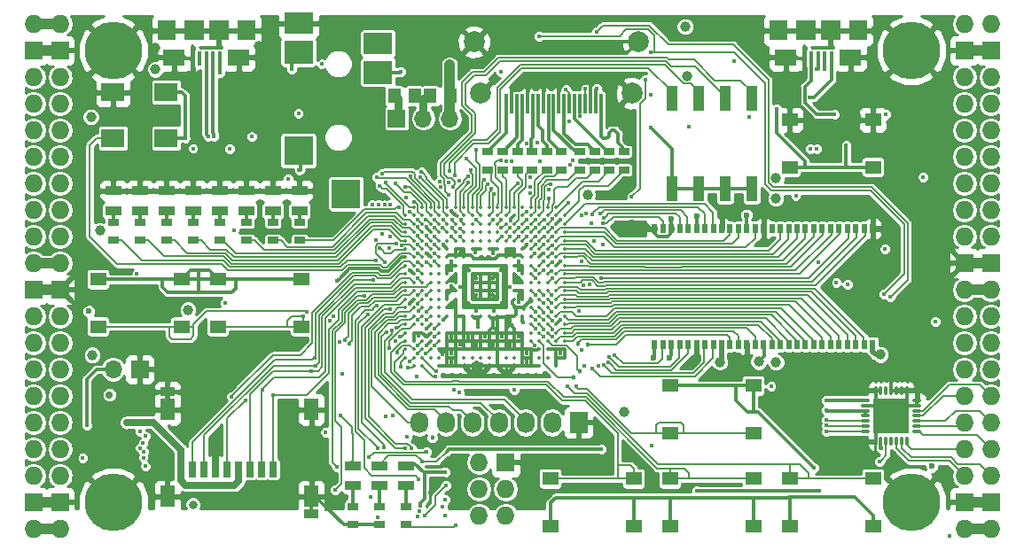
<source format=gtl>
G04 #@! TF.GenerationSoftware,KiCad,Pcbnew,5.0.0-rc2+dfsg1-3*
G04 #@! TF.CreationDate,2018-06-10T23:04:07+02:00*
G04 #@! TF.ProjectId,ulx3s,756C7833732E6B696361645F70636200,rev?*
G04 #@! TF.SameCoordinates,Original*
G04 #@! TF.FileFunction,Copper,L1,Top,Signal*
G04 #@! TF.FilePolarity,Positive*
%FSLAX46Y46*%
G04 Gerber Fmt 4.6, Leading zero omitted, Abs format (unit mm)*
G04 Created by KiCad (PCBNEW 5.0.0-rc2+dfsg1-3) date Sun Jun 10 23:04:07 2018*
%MOMM*%
%LPD*%
G01*
G04 APERTURE LIST*
G04 #@! TA.AperFunction,SMDPad,CuDef*
%ADD10R,0.560000X0.900000*%
G04 #@! TD*
G04 #@! TA.AperFunction,ComponentPad*
%ADD11O,1.727200X1.727200*%
G04 #@! TD*
G04 #@! TA.AperFunction,ComponentPad*
%ADD12R,1.727200X1.727200*%
G04 #@! TD*
G04 #@! TA.AperFunction,ComponentPad*
%ADD13C,5.500000*%
G04 #@! TD*
G04 #@! TA.AperFunction,SMDPad,CuDef*
%ADD14O,0.850000X0.300000*%
G04 #@! TD*
G04 #@! TA.AperFunction,SMDPad,CuDef*
%ADD15O,0.300000X0.850000*%
G04 #@! TD*
G04 #@! TA.AperFunction,SMDPad,CuDef*
%ADD16R,1.675000X1.675000*%
G04 #@! TD*
G04 #@! TA.AperFunction,ComponentPad*
%ADD17R,1.727200X2.032000*%
G04 #@! TD*
G04 #@! TA.AperFunction,ComponentPad*
%ADD18O,1.727200X2.032000*%
G04 #@! TD*
G04 #@! TA.AperFunction,SMDPad,CuDef*
%ADD19R,1.550000X1.300000*%
G04 #@! TD*
G04 #@! TA.AperFunction,SMDPad,CuDef*
%ADD20R,1.120000X2.440000*%
G04 #@! TD*
G04 #@! TA.AperFunction,BGAPad,CuDef*
%ADD21C,0.350000*%
G04 #@! TD*
G04 #@! TA.AperFunction,SMDPad,CuDef*
%ADD22R,2.800000X2.000000*%
G04 #@! TD*
G04 #@! TA.AperFunction,SMDPad,CuDef*
%ADD23R,2.800000X2.200000*%
G04 #@! TD*
G04 #@! TA.AperFunction,SMDPad,CuDef*
%ADD24R,2.800000X2.800000*%
G04 #@! TD*
G04 #@! TA.AperFunction,SMDPad,CuDef*
%ADD25R,0.700000X1.500000*%
G04 #@! TD*
G04 #@! TA.AperFunction,SMDPad,CuDef*
%ADD26R,1.450000X0.900000*%
G04 #@! TD*
G04 #@! TA.AperFunction,SMDPad,CuDef*
%ADD27R,1.450000X2.000000*%
G04 #@! TD*
G04 #@! TA.AperFunction,SMDPad,CuDef*
%ADD28R,2.200000X1.800000*%
G04 #@! TD*
G04 #@! TA.AperFunction,SMDPad,CuDef*
%ADD29R,1.000000X0.670000*%
G04 #@! TD*
G04 #@! TA.AperFunction,SMDPad,CuDef*
%ADD30R,1.500000X0.970000*%
G04 #@! TD*
G04 #@! TA.AperFunction,SMDPad,CuDef*
%ADD31R,0.300000X1.900000*%
G04 #@! TD*
G04 #@! TA.AperFunction,ComponentPad*
%ADD32C,2.000000*%
G04 #@! TD*
G04 #@! TA.AperFunction,ComponentPad*
%ADD33R,1.700000X1.700000*%
G04 #@! TD*
G04 #@! TA.AperFunction,ComponentPad*
%ADD34O,1.700000X1.700000*%
G04 #@! TD*
G04 #@! TA.AperFunction,SMDPad,CuDef*
%ADD35R,1.295000X1.400000*%
G04 #@! TD*
G04 #@! TA.AperFunction,SMDPad,CuDef*
%ADD36R,1.800000X1.900000*%
G04 #@! TD*
G04 #@! TA.AperFunction,SMDPad,CuDef*
%ADD37R,0.400000X1.350000*%
G04 #@! TD*
G04 #@! TA.AperFunction,SMDPad,CuDef*
%ADD38R,1.900000X1.900000*%
G04 #@! TD*
G04 #@! TA.AperFunction,SMDPad,CuDef*
%ADD39R,2.100000X1.600000*%
G04 #@! TD*
G04 #@! TA.AperFunction,ViaPad*
%ADD40C,0.400000*%
G04 #@! TD*
G04 #@! TA.AperFunction,ViaPad*
%ADD41C,0.700000*%
G04 #@! TD*
G04 #@! TA.AperFunction,ViaPad*
%ADD42C,0.454000*%
G04 #@! TD*
G04 #@! TA.AperFunction,ViaPad*
%ADD43C,0.600000*%
G04 #@! TD*
G04 #@! TA.AperFunction,ViaPad*
%ADD44C,1.000000*%
G04 #@! TD*
G04 #@! TA.AperFunction,ViaPad*
%ADD45C,0.800000*%
G04 #@! TD*
G04 #@! TA.AperFunction,Conductor*
%ADD46C,0.700000*%
G04 #@! TD*
G04 #@! TA.AperFunction,Conductor*
%ADD47C,0.300000*%
G04 #@! TD*
G04 #@! TA.AperFunction,Conductor*
%ADD48C,0.500000*%
G04 #@! TD*
G04 #@! TA.AperFunction,Conductor*
%ADD49C,1.000000*%
G04 #@! TD*
G04 #@! TA.AperFunction,Conductor*
%ADD50C,0.190000*%
G04 #@! TD*
G04 #@! TA.AperFunction,Conductor*
%ADD51C,0.800000*%
G04 #@! TD*
G04 #@! TA.AperFunction,Conductor*
%ADD52C,0.200000*%
G04 #@! TD*
G04 #@! TA.AperFunction,Conductor*
%ADD53C,0.127000*%
G04 #@! TD*
G04 #@! TA.AperFunction,Conductor*
%ADD54C,0.180000*%
G04 #@! TD*
G04 #@! TA.AperFunction,Conductor*
%ADD55C,0.254000*%
G04 #@! TD*
G04 APERTURE END LIST*
D10*
G04 #@! TO.P,U2,28*
G04 #@! TO.N,GND*
X175493000Y-82270000D03*
G04 #@! TO.P,U2,1*
G04 #@! TO.N,+3V3*
X154693000Y-93330000D03*
G04 #@! TO.P,U2,2*
G04 #@! TO.N,SDRAM_D0*
X155493000Y-93330000D03*
G04 #@! TO.P,U2,3*
G04 #@! TO.N,+3V3*
X156293000Y-93330000D03*
G04 #@! TO.P,U2,4*
G04 #@! TO.N,SDRAM_D1*
X157093000Y-93330000D03*
G04 #@! TO.P,U2,5*
G04 #@! TO.N,SDRAM_D2*
X157893000Y-93330000D03*
G04 #@! TO.P,U2,6*
G04 #@! TO.N,GND*
X158693000Y-93330000D03*
G04 #@! TO.P,U2,7*
G04 #@! TO.N,SDRAM_D3*
X159493000Y-93330000D03*
G04 #@! TO.P,U2,8*
G04 #@! TO.N,SDRAM_D4*
X160293000Y-93330000D03*
G04 #@! TO.P,U2,9*
G04 #@! TO.N,+3V3*
X161093000Y-93330000D03*
G04 #@! TO.P,U2,10*
G04 #@! TO.N,SDRAM_D5*
X161893000Y-93330000D03*
G04 #@! TO.P,U2,11*
G04 #@! TO.N,SDRAM_D6*
X162693000Y-93330000D03*
G04 #@! TO.P,U2,12*
G04 #@! TO.N,GND*
X163493000Y-93330000D03*
G04 #@! TO.P,U2,13*
G04 #@! TO.N,SDRAM_D7*
X164293000Y-93330000D03*
G04 #@! TO.P,U2,14*
G04 #@! TO.N,+3V3*
X165093000Y-93330000D03*
G04 #@! TO.P,U2,15*
G04 #@! TO.N,SDRAM_DQM0*
X165893000Y-93330000D03*
G04 #@! TO.P,U2,16*
G04 #@! TO.N,SDRAM_nWE*
X166693000Y-93330000D03*
G04 #@! TO.P,U2,17*
G04 #@! TO.N,SDRAM_nCAS*
X167493000Y-93330000D03*
G04 #@! TO.P,U2,18*
G04 #@! TO.N,SDRAM_nRAS*
X168293000Y-93330000D03*
G04 #@! TO.P,U2,19*
G04 #@! TO.N,SDRAM_nCS*
X169093000Y-93330000D03*
G04 #@! TO.P,U2,20*
G04 #@! TO.N,SDRAM_BA0*
X169893000Y-93330000D03*
G04 #@! TO.P,U2,21*
G04 #@! TO.N,SDRAM_BA1*
X170693000Y-93330000D03*
G04 #@! TO.P,U2,22*
G04 #@! TO.N,SDRAM_A10*
X171493000Y-93330000D03*
G04 #@! TO.P,U2,23*
G04 #@! TO.N,SDRAM_A0*
X172293000Y-93330000D03*
G04 #@! TO.P,U2,24*
G04 #@! TO.N,SDRAM_A1*
X173093000Y-93330000D03*
G04 #@! TO.P,U2,25*
G04 #@! TO.N,SDRAM_A2*
X173893000Y-93330000D03*
G04 #@! TO.P,U2,26*
G04 #@! TO.N,SDRAM_A3*
X174693000Y-93330000D03*
G04 #@! TO.P,U2,27*
G04 #@! TO.N,+3V3*
X175493000Y-93330000D03*
G04 #@! TO.P,U2,29*
G04 #@! TO.N,SDRAM_A4*
X174693000Y-82270000D03*
G04 #@! TO.P,U2,30*
G04 #@! TO.N,SDRAM_A5*
X173893000Y-82270000D03*
G04 #@! TO.P,U2,31*
G04 #@! TO.N,SDRAM_A6*
X173093000Y-82270000D03*
G04 #@! TO.P,U2,32*
G04 #@! TO.N,SDRAM_A7*
X172293000Y-82270000D03*
G04 #@! TO.P,U2,33*
G04 #@! TO.N,SDRAM_A8*
X171493000Y-82270000D03*
G04 #@! TO.P,U2,34*
G04 #@! TO.N,SDRAM_A9*
X170693000Y-82270000D03*
G04 #@! TO.P,U2,35*
G04 #@! TO.N,SDRAM_A11*
X169893000Y-82270000D03*
G04 #@! TO.P,U2,36*
G04 #@! TO.N,SDRAM_A12*
X169093000Y-82270000D03*
G04 #@! TO.P,U2,37*
G04 #@! TO.N,SDRAM_CKE*
X168293000Y-82270000D03*
G04 #@! TO.P,U2,38*
G04 #@! TO.N,SDRAM_CLK*
X167493000Y-82270000D03*
G04 #@! TO.P,U2,39*
G04 #@! TO.N,SDRAM_DQM1*
X166693000Y-82270000D03*
G04 #@! TO.P,U2,40*
G04 #@! TO.N,N/C*
X165893000Y-82270000D03*
G04 #@! TO.P,U2,41*
G04 #@! TO.N,GND*
X165093000Y-82270000D03*
G04 #@! TO.P,U2,42*
G04 #@! TO.N,SDRAM_D8*
X164293000Y-82270000D03*
G04 #@! TO.P,U2,43*
G04 #@! TO.N,+3V3*
X163493000Y-82270000D03*
G04 #@! TO.P,U2,44*
G04 #@! TO.N,SDRAM_D9*
X162693000Y-82270000D03*
G04 #@! TO.P,U2,45*
G04 #@! TO.N,SDRAM_D10*
X161893000Y-82270000D03*
G04 #@! TO.P,U2,46*
G04 #@! TO.N,GND*
X161093000Y-82270000D03*
G04 #@! TO.P,U2,47*
G04 #@! TO.N,SDRAM_D11*
X160293000Y-82270000D03*
G04 #@! TO.P,U2,48*
G04 #@! TO.N,SDRAM_D12*
X159493000Y-82270000D03*
G04 #@! TO.P,U2,49*
G04 #@! TO.N,+3V3*
X158693000Y-82270000D03*
G04 #@! TO.P,U2,50*
G04 #@! TO.N,SDRAM_D13*
X157893000Y-82270000D03*
G04 #@! TO.P,U2,51*
G04 #@! TO.N,SDRAM_D14*
X157093000Y-82270000D03*
G04 #@! TO.P,U2,52*
G04 #@! TO.N,GND*
X156293000Y-82270000D03*
G04 #@! TO.P,U2,53*
G04 #@! TO.N,SDRAM_D15*
X155493000Y-82270000D03*
G04 #@! TO.P,U2,54*
G04 #@! TO.N,GND*
X154693000Y-82270000D03*
G04 #@! TD*
D11*
G04 #@! TO.P,J1,1*
G04 #@! TO.N,2V5_3V3*
X97910000Y-62690000D03*
G04 #@! TO.P,J1,2*
X95370000Y-62690000D03*
D12*
G04 #@! TO.P,J1,3*
G04 #@! TO.N,GND*
X97910000Y-65230000D03*
G04 #@! TO.P,J1,4*
X95370000Y-65230000D03*
D11*
G04 #@! TO.P,J1,5*
G04 #@! TO.N,GN0*
X97910000Y-67770000D03*
G04 #@! TO.P,J1,6*
G04 #@! TO.N,GP0*
X95370000Y-67770000D03*
G04 #@! TO.P,J1,7*
G04 #@! TO.N,GN1*
X97910000Y-70310000D03*
G04 #@! TO.P,J1,8*
G04 #@! TO.N,GP1*
X95370000Y-70310000D03*
G04 #@! TO.P,J1,9*
G04 #@! TO.N,GN2*
X97910000Y-72850000D03*
G04 #@! TO.P,J1,10*
G04 #@! TO.N,GP2*
X95370000Y-72850000D03*
G04 #@! TO.P,J1,11*
G04 #@! TO.N,GN3*
X97910000Y-75390000D03*
G04 #@! TO.P,J1,12*
G04 #@! TO.N,GP3*
X95370000Y-75390000D03*
G04 #@! TO.P,J1,13*
G04 #@! TO.N,GN4*
X97910000Y-77930000D03*
G04 #@! TO.P,J1,14*
G04 #@! TO.N,GP4*
X95370000Y-77930000D03*
G04 #@! TO.P,J1,15*
G04 #@! TO.N,GN5*
X97910000Y-80470000D03*
G04 #@! TO.P,J1,16*
G04 #@! TO.N,GP5*
X95370000Y-80470000D03*
G04 #@! TO.P,J1,17*
G04 #@! TO.N,GN6*
X97910000Y-83010000D03*
G04 #@! TO.P,J1,18*
G04 #@! TO.N,GP6*
X95370000Y-83010000D03*
G04 #@! TO.P,J1,19*
G04 #@! TO.N,2V5_3V3*
X97910000Y-85550000D03*
G04 #@! TO.P,J1,20*
X95370000Y-85550000D03*
D12*
G04 #@! TO.P,J1,21*
G04 #@! TO.N,GND*
X97910000Y-88090000D03*
G04 #@! TO.P,J1,22*
X95370000Y-88090000D03*
D11*
G04 #@! TO.P,J1,23*
G04 #@! TO.N,GN7*
X97910000Y-90630000D03*
G04 #@! TO.P,J1,24*
G04 #@! TO.N,GP7*
X95370000Y-90630000D03*
G04 #@! TO.P,J1,25*
G04 #@! TO.N,GN8*
X97910000Y-93170000D03*
G04 #@! TO.P,J1,26*
G04 #@! TO.N,GP8*
X95370000Y-93170000D03*
G04 #@! TO.P,J1,27*
G04 #@! TO.N,GN9*
X97910000Y-95710000D03*
G04 #@! TO.P,J1,28*
G04 #@! TO.N,GP9*
X95370000Y-95710000D03*
G04 #@! TO.P,J1,29*
G04 #@! TO.N,GN10*
X97910000Y-98250000D03*
G04 #@! TO.P,J1,30*
G04 #@! TO.N,GP10*
X95370000Y-98250000D03*
G04 #@! TO.P,J1,31*
G04 #@! TO.N,GN11*
X97910000Y-100790000D03*
G04 #@! TO.P,J1,32*
G04 #@! TO.N,GP11*
X95370000Y-100790000D03*
G04 #@! TO.P,J1,33*
G04 #@! TO.N,GN12*
X97910000Y-103330000D03*
G04 #@! TO.P,J1,34*
G04 #@! TO.N,GP12*
X95370000Y-103330000D03*
G04 #@! TO.P,J1,35*
G04 #@! TO.N,GN13*
X97910000Y-105870000D03*
G04 #@! TO.P,J1,36*
G04 #@! TO.N,GP13*
X95370000Y-105870000D03*
D12*
G04 #@! TO.P,J1,37*
G04 #@! TO.N,GND*
X97910000Y-108410000D03*
G04 #@! TO.P,J1,38*
X95370000Y-108410000D03*
D11*
G04 #@! TO.P,J1,39*
G04 #@! TO.N,2V5_3V3*
X97910000Y-110950000D03*
G04 #@! TO.P,J1,40*
X95370000Y-110950000D03*
G04 #@! TD*
G04 #@! TO.P,J2,1*
G04 #@! TO.N,+3V3*
X184270000Y-110950000D03*
G04 #@! TO.P,J2,2*
X186810000Y-110950000D03*
D12*
G04 #@! TO.P,J2,3*
G04 #@! TO.N,GND*
X184270000Y-108410000D03*
G04 #@! TO.P,J2,4*
X186810000Y-108410000D03*
D11*
G04 #@! TO.P,J2,5*
G04 #@! TO.N,GN14*
X184270000Y-105870000D03*
G04 #@! TO.P,J2,6*
G04 #@! TO.N,GP14*
X186810000Y-105870000D03*
G04 #@! TO.P,J2,7*
G04 #@! TO.N,GN15*
X184270000Y-103330000D03*
G04 #@! TO.P,J2,8*
G04 #@! TO.N,GP15*
X186810000Y-103330000D03*
G04 #@! TO.P,J2,9*
G04 #@! TO.N,GN16*
X184270000Y-100790000D03*
G04 #@! TO.P,J2,10*
G04 #@! TO.N,GP16*
X186810000Y-100790000D03*
G04 #@! TO.P,J2,11*
G04 #@! TO.N,GN17*
X184270000Y-98250000D03*
G04 #@! TO.P,J2,12*
G04 #@! TO.N,GP17*
X186810000Y-98250000D03*
G04 #@! TO.P,J2,13*
G04 #@! TO.N,GN18*
X184270000Y-95710000D03*
G04 #@! TO.P,J2,14*
G04 #@! TO.N,GP18*
X186810000Y-95710000D03*
G04 #@! TO.P,J2,15*
G04 #@! TO.N,GN19*
X184270000Y-93170000D03*
G04 #@! TO.P,J2,16*
G04 #@! TO.N,GP19*
X186810000Y-93170000D03*
G04 #@! TO.P,J2,17*
G04 #@! TO.N,GN20*
X184270000Y-90630000D03*
G04 #@! TO.P,J2,18*
G04 #@! TO.N,GP20*
X186810000Y-90630000D03*
G04 #@! TO.P,J2,19*
G04 #@! TO.N,+3V3*
X184270000Y-88090000D03*
G04 #@! TO.P,J2,20*
X186810000Y-88090000D03*
D12*
G04 #@! TO.P,J2,21*
G04 #@! TO.N,GND*
X184270000Y-85550000D03*
G04 #@! TO.P,J2,22*
X186810000Y-85550000D03*
D11*
G04 #@! TO.P,J2,23*
G04 #@! TO.N,GN21*
X184270000Y-83010000D03*
G04 #@! TO.P,J2,24*
G04 #@! TO.N,GP21*
X186810000Y-83010000D03*
G04 #@! TO.P,J2,25*
G04 #@! TO.N,GN22*
X184270000Y-80470000D03*
G04 #@! TO.P,J2,26*
G04 #@! TO.N,GP22*
X186810000Y-80470000D03*
G04 #@! TO.P,J2,27*
G04 #@! TO.N,GN23*
X184270000Y-77930000D03*
G04 #@! TO.P,J2,28*
G04 #@! TO.N,GP23*
X186810000Y-77930000D03*
G04 #@! TO.P,J2,29*
G04 #@! TO.N,GN24*
X184270000Y-75390000D03*
G04 #@! TO.P,J2,30*
G04 #@! TO.N,GP24*
X186810000Y-75390000D03*
G04 #@! TO.P,J2,31*
G04 #@! TO.N,GN25*
X184270000Y-72850000D03*
G04 #@! TO.P,J2,32*
G04 #@! TO.N,GP25*
X186810000Y-72850000D03*
G04 #@! TO.P,J2,33*
G04 #@! TO.N,GN26*
X184270000Y-70310000D03*
G04 #@! TO.P,J2,34*
G04 #@! TO.N,GP26*
X186810000Y-70310000D03*
G04 #@! TO.P,J2,35*
G04 #@! TO.N,GN27*
X184270000Y-67770000D03*
G04 #@! TO.P,J2,36*
G04 #@! TO.N,GP27*
X186810000Y-67770000D03*
D12*
G04 #@! TO.P,J2,37*
G04 #@! TO.N,GND*
X184270000Y-65230000D03*
G04 #@! TO.P,J2,38*
X186810000Y-65230000D03*
D11*
G04 #@! TO.P,J2,39*
G04 #@! TO.N,/gpio/IN5V*
X184270000Y-62690000D03*
G04 #@! TO.P,J2,40*
G04 #@! TO.N,/gpio/OUT5V*
X186810000Y-62690000D03*
G04 #@! TD*
D13*
G04 #@! TO.P,H1,1*
G04 #@! TO.N,GND*
X102990000Y-108410000D03*
G04 #@! TD*
G04 #@! TO.P,H2,1*
G04 #@! TO.N,GND*
X179190000Y-108410000D03*
G04 #@! TD*
G04 #@! TO.P,H3,1*
G04 #@! TO.N,GND*
X179190000Y-65230000D03*
G04 #@! TD*
G04 #@! TO.P,H4,1*
G04 #@! TO.N,GND*
X102990000Y-65230000D03*
G04 #@! TD*
D12*
G04 #@! TO.P,J4,1*
G04 #@! TO.N,GND*
X140455000Y-104600000D03*
D11*
G04 #@! TO.P,J4,2*
G04 #@! TO.N,+3V3*
X137915000Y-104600000D03*
G04 #@! TO.P,J4,3*
G04 #@! TO.N,JTAG_TDI*
X140455000Y-107140000D03*
G04 #@! TO.P,J4,4*
G04 #@! TO.N,JTAG_TCK*
X137915000Y-107140000D03*
G04 #@! TO.P,J4,5*
G04 #@! TO.N,JTAG_TMS*
X140455000Y-109680000D03*
G04 #@! TO.P,J4,6*
G04 #@! TO.N,JTAG_TDO*
X137915000Y-109680000D03*
G04 #@! TD*
D14*
G04 #@! TO.P,U8,1*
G04 #@! TO.N,GP15*
X179735000Y-101655000D03*
G04 #@! TO.P,U8,2*
G04 #@! TO.N,GN16*
X179735000Y-101155000D03*
G04 #@! TO.P,U8,3*
G04 #@! TO.N,GP16*
X179735000Y-100655000D03*
G04 #@! TO.P,U8,4*
G04 #@! TO.N,GN17*
X179735000Y-100155000D03*
G04 #@! TO.P,U8,5*
G04 #@! TO.N,GP17*
X179735000Y-99655000D03*
G04 #@! TO.P,U8,6*
G04 #@! TO.N,GND*
X179735000Y-99155000D03*
G04 #@! TO.P,U8,7*
X179735000Y-98655000D03*
D15*
G04 #@! TO.P,U8,8*
X178785000Y-97705000D03*
G04 #@! TO.P,U8,9*
X178285000Y-97705000D03*
G04 #@! TO.P,U8,10*
X177785000Y-97705000D03*
G04 #@! TO.P,U8,11*
X177285000Y-97705000D03*
G04 #@! TO.P,U8,12*
G04 #@! TO.N,Net-(U8-Pad12)*
X176785000Y-97705000D03*
G04 #@! TO.P,U8,13*
G04 #@! TO.N,GND*
X176285000Y-97705000D03*
G04 #@! TO.P,U8,14*
X175785000Y-97705000D03*
D14*
G04 #@! TO.P,U8,15*
G04 #@! TO.N,+3V3*
X174835000Y-98655000D03*
G04 #@! TO.P,U8,16*
G04 #@! TO.N,GND*
X174835000Y-99155000D03*
G04 #@! TO.P,U8,17*
G04 #@! TO.N,+3V3*
X174835000Y-99655000D03*
G04 #@! TO.P,U8,18*
X174835000Y-100155000D03*
G04 #@! TO.P,U8,19*
G04 #@! TO.N,ADC_SCLK*
X174835000Y-100655000D03*
G04 #@! TO.P,U8,20*
G04 #@! TO.N,ADC_CSn*
X174835000Y-101155000D03*
G04 #@! TO.P,U8,21*
G04 #@! TO.N,ADC_MOSI*
X174835000Y-101655000D03*
D15*
G04 #@! TO.P,U8,22*
G04 #@! TO.N,GND*
X175785000Y-102605000D03*
G04 #@! TO.P,U8,23*
G04 #@! TO.N,+3V3*
X176285000Y-102605000D03*
G04 #@! TO.P,U8,24*
G04 #@! TO.N,ADC_MISO*
X176785000Y-102605000D03*
G04 #@! TO.P,U8,25*
G04 #@! TO.N,Net-(U8-Pad25)*
X177285000Y-102605000D03*
G04 #@! TO.P,U8,26*
G04 #@! TO.N,GN14*
X177785000Y-102605000D03*
G04 #@! TO.P,U8,27*
G04 #@! TO.N,GP14*
X178285000Y-102605000D03*
G04 #@! TO.P,U8,28*
G04 #@! TO.N,GN15*
X178785000Y-102605000D03*
D16*
G04 #@! TO.P,U8,29*
G04 #@! TO.N,GND*
X176447500Y-99317500D03*
X176447500Y-100992500D03*
X178122500Y-99317500D03*
X178122500Y-100992500D03*
G04 #@! TD*
D17*
G04 #@! TO.P,OLED1,1*
G04 #@! TO.N,GND*
X147440000Y-100790000D03*
D18*
G04 #@! TO.P,OLED1,2*
G04 #@! TO.N,+3V3*
X144900000Y-100790000D03*
G04 #@! TO.P,OLED1,3*
G04 #@! TO.N,OLED_CLK*
X142360000Y-100790000D03*
G04 #@! TO.P,OLED1,4*
G04 #@! TO.N,OLED_MOSI*
X139820000Y-100790000D03*
G04 #@! TO.P,OLED1,5*
G04 #@! TO.N,OLED_RES*
X137280000Y-100790000D03*
G04 #@! TO.P,OLED1,6*
G04 #@! TO.N,OLED_DC*
X134740000Y-100790000D03*
G04 #@! TO.P,OLED1,7*
G04 #@! TO.N,OLED_CS*
X132200000Y-100790000D03*
G04 #@! TD*
D19*
G04 #@! TO.P,BTN0,2*
G04 #@! TO.N,GND*
X175550000Y-71870000D03*
G04 #@! TO.P,BTN0,1*
G04 #@! TO.N,/power/PWRBTn*
X175550000Y-76370000D03*
X167590000Y-76370000D03*
G04 #@! TO.P,BTN0,2*
G04 #@! TO.N,GND*
X167590000Y-71870000D03*
G04 #@! TD*
G04 #@! TO.P,BTN1,2*
G04 #@! TO.N,BTN_F1*
X101550000Y-91610000D03*
G04 #@! TO.P,BTN1,1*
G04 #@! TO.N,/blinkey/BTNPUL*
X101550000Y-87110000D03*
X109510000Y-87110000D03*
G04 #@! TO.P,BTN1,2*
G04 #@! TO.N,BTN_F1*
X109510000Y-91610000D03*
G04 #@! TD*
G04 #@! TO.P,BTN2,2*
G04 #@! TO.N,BTN_F2*
X112980000Y-91610000D03*
G04 #@! TO.P,BTN2,1*
G04 #@! TO.N,/blinkey/BTNPUL*
X112980000Y-87110000D03*
X120940000Y-87110000D03*
G04 #@! TO.P,BTN2,2*
G04 #@! TO.N,BTN_F2*
X120940000Y-91610000D03*
G04 #@! TD*
G04 #@! TO.P,BTN3,2*
G04 #@! TO.N,BTN_U*
X156160000Y-101770000D03*
G04 #@! TO.P,BTN3,1*
G04 #@! TO.N,/blinkey/BTNPUR*
X156160000Y-97270000D03*
X164120000Y-97270000D03*
G04 #@! TO.P,BTN3,2*
G04 #@! TO.N,BTN_U*
X164120000Y-101770000D03*
G04 #@! TD*
G04 #@! TO.P,BTN4,2*
G04 #@! TO.N,BTN_D*
X164120000Y-106160000D03*
G04 #@! TO.P,BTN4,1*
G04 #@! TO.N,/blinkey/BTNPUR*
X164120000Y-110660000D03*
X156160000Y-110660000D03*
G04 #@! TO.P,BTN4,2*
G04 #@! TO.N,BTN_D*
X156160000Y-106160000D03*
G04 #@! TD*
G04 #@! TO.P,BTN5,2*
G04 #@! TO.N,BTN_L*
X152690000Y-106160000D03*
G04 #@! TO.P,BTN5,1*
G04 #@! TO.N,/blinkey/BTNPUR*
X152690000Y-110660000D03*
X144730000Y-110660000D03*
G04 #@! TO.P,BTN5,2*
G04 #@! TO.N,BTN_L*
X144730000Y-106160000D03*
G04 #@! TD*
G04 #@! TO.P,BTN6,2*
G04 #@! TO.N,BTN_R*
X175550000Y-106160000D03*
G04 #@! TO.P,BTN6,1*
G04 #@! TO.N,/blinkey/BTNPUR*
X175550000Y-110660000D03*
X167590000Y-110660000D03*
G04 #@! TO.P,BTN6,2*
G04 #@! TO.N,BTN_R*
X167590000Y-106160000D03*
G04 #@! TD*
D20*
G04 #@! TO.P,SW1,1*
G04 #@! TO.N,/blinkey/SWPU*
X156330000Y-78425000D03*
G04 #@! TO.P,SW1,5*
G04 #@! TO.N,SW4*
X163950000Y-69815000D03*
G04 #@! TO.P,SW1,2*
G04 #@! TO.N,/blinkey/SWPU*
X158870000Y-78425000D03*
G04 #@! TO.P,SW1,6*
G04 #@! TO.N,SW3*
X161410000Y-69815000D03*
G04 #@! TO.P,SW1,3*
G04 #@! TO.N,/blinkey/SWPU*
X161410000Y-78425000D03*
G04 #@! TO.P,SW1,7*
G04 #@! TO.N,SW2*
X158870000Y-69815000D03*
G04 #@! TO.P,SW1,4*
G04 #@! TO.N,/blinkey/SWPU*
X163950000Y-78425000D03*
G04 #@! TO.P,SW1,8*
G04 #@! TO.N,SW1*
X156330000Y-69815000D03*
G04 #@! TD*
D21*
G04 #@! TO.P,U1,A2*
G04 #@! TO.N,GP9*
X131680000Y-80200000D03*
G04 #@! TO.P,U1,A3*
G04 #@! TO.N,AUDIO_R0*
X132480000Y-80200000D03*
G04 #@! TO.P,U1,A4*
G04 #@! TO.N,GP8*
X133280000Y-80200000D03*
G04 #@! TO.P,U1,A5*
G04 #@! TO.N,GN8*
X134080000Y-80200000D03*
G04 #@! TO.P,U1,A6*
G04 #@! TO.N,GP7*
X134880000Y-80200000D03*
G04 #@! TO.P,U1,A7*
G04 #@! TO.N,GP4*
X135680000Y-80200000D03*
G04 #@! TO.P,U1,A8*
G04 #@! TO.N,GN4*
X136480000Y-80200000D03*
G04 #@! TO.P,U1,A9*
G04 #@! TO.N,GP2*
X137280000Y-80200000D03*
G04 #@! TO.P,U1,A10*
G04 #@! TO.N,GP1*
X138080000Y-80200000D03*
G04 #@! TO.P,U1,A11*
G04 #@! TO.N,GN1*
X138880000Y-80200000D03*
G04 #@! TO.P,U1,A12*
G04 #@! TO.N,FPDI_D2+*
X139680000Y-80200000D03*
G04 #@! TO.P,U1,A13*
G04 #@! TO.N,FPDI_D2-*
X140480000Y-80200000D03*
G04 #@! TO.P,U1,A14*
G04 #@! TO.N,FPDI_D1+*
X141280000Y-80200000D03*
G04 #@! TO.P,U1,A15*
G04 #@! TO.N,Net-(U1-PadA15)*
X142080000Y-80200000D03*
G04 #@! TO.P,U1,A16*
G04 #@! TO.N,FPDI_D0+*
X142880000Y-80200000D03*
G04 #@! TO.P,U1,A17*
G04 #@! TO.N,FPDI_CLK+*
X143680000Y-80200000D03*
G04 #@! TO.P,U1,A18*
G04 #@! TO.N,/gpdi/FPDI_CEC*
X144480000Y-80200000D03*
G04 #@! TO.P,U1,A19*
G04 #@! TO.N,FPDI_ETH+*
X145280000Y-80200000D03*
G04 #@! TO.P,U1,B1*
G04 #@! TO.N,GN9*
X130880000Y-81000000D03*
G04 #@! TO.P,U1,B2*
G04 #@! TO.N,LED0*
X131680000Y-81000000D03*
G04 #@! TO.P,U1,B3*
G04 #@! TO.N,AUDIO_L3*
X132480000Y-81000000D03*
G04 #@! TO.P,U1,B4*
G04 #@! TO.N,GN10*
X133280000Y-81000000D03*
G04 #@! TO.P,U1,B5*
G04 #@! TO.N,AUDIO_R1*
X134080000Y-81000000D03*
G04 #@! TO.P,U1,B6*
G04 #@! TO.N,GN7*
X134880000Y-81000000D03*
G04 #@! TO.P,U1,B7*
G04 #@! TO.N,GND*
X135680000Y-81000000D03*
G04 #@! TO.P,U1,B8*
G04 #@! TO.N,GN5*
X136480000Y-81000000D03*
G04 #@! TO.P,U1,B9*
G04 #@! TO.N,GP3*
X137280000Y-81000000D03*
G04 #@! TO.P,U1,B10*
G04 #@! TO.N,GN2*
X138080000Y-81000000D03*
G04 #@! TO.P,U1,B11*
G04 #@! TO.N,GP0*
X138880000Y-81000000D03*
G04 #@! TO.P,U1,B12*
G04 #@! TO.N,USB_FPGA_PULL_D+*
X139680000Y-81000000D03*
G04 #@! TO.P,U1,B13*
G04 #@! TO.N,GP26*
X140480000Y-81000000D03*
G04 #@! TO.P,U1,B14*
G04 #@! TO.N,GND*
X141280000Y-81000000D03*
G04 #@! TO.P,U1,B15*
G04 #@! TO.N,GP22*
X142080000Y-81000000D03*
G04 #@! TO.P,U1,B16*
G04 #@! TO.N,FPDI_D0-*
X142880000Y-81000000D03*
G04 #@! TO.P,U1,B17*
G04 #@! TO.N,GP23*
X143680000Y-81000000D03*
G04 #@! TO.P,U1,B18*
G04 #@! TO.N,FPDI_CLK-*
X144480000Y-81000000D03*
G04 #@! TO.P,U1,B19*
G04 #@! TO.N,FPDI_SDA*
X145280000Y-81000000D03*
G04 #@! TO.P,U1,B20*
G04 #@! TO.N,FPDI_ETH-*
X146080000Y-81000000D03*
G04 #@! TO.P,U1,C1*
G04 #@! TO.N,LED2*
X130880000Y-81800000D03*
G04 #@! TO.P,U1,C2*
G04 #@! TO.N,LED1*
X131680000Y-81800000D03*
G04 #@! TO.P,U1,C3*
G04 #@! TO.N,AUDIO_L2*
X132480000Y-81800000D03*
G04 #@! TO.P,U1,C4*
G04 #@! TO.N,GP10*
X133280000Y-81800000D03*
G04 #@! TO.P,U1,C5*
G04 #@! TO.N,AUDIO_R3*
X134080000Y-81800000D03*
G04 #@! TO.P,U1,C6*
G04 #@! TO.N,GP6*
X134880000Y-81800000D03*
G04 #@! TO.P,U1,C7*
G04 #@! TO.N,GN6*
X135680000Y-81800000D03*
G04 #@! TO.P,U1,C8*
G04 #@! TO.N,GP5*
X136480000Y-81800000D03*
G04 #@! TO.P,U1,C9*
G04 #@! TO.N,Net-(U1-PadC9)*
X137280000Y-81800000D03*
G04 #@! TO.P,U1,C10*
G04 #@! TO.N,GN3*
X138080000Y-81800000D03*
G04 #@! TO.P,U1,C11*
G04 #@! TO.N,GN0*
X138880000Y-81800000D03*
G04 #@! TO.P,U1,C12*
G04 #@! TO.N,USB_FPGA_PULL_D-*
X139680000Y-81800000D03*
G04 #@! TO.P,U1,C13*
G04 #@! TO.N,GN26*
X140480000Y-81800000D03*
G04 #@! TO.P,U1,C14*
G04 #@! TO.N,FPDI_D1-*
X141280000Y-81800000D03*
G04 #@! TO.P,U1,C15*
G04 #@! TO.N,GN22*
X142080000Y-81800000D03*
G04 #@! TO.P,U1,C16*
G04 #@! TO.N,GP24*
X142880000Y-81800000D03*
G04 #@! TO.P,U1,C17*
G04 #@! TO.N,GN23*
X143680000Y-81800000D03*
G04 #@! TO.P,U1,C18*
G04 #@! TO.N,GP21*
X144480000Y-81800000D03*
G04 #@! TO.P,U1,C19*
G04 #@! TO.N,GND*
X145280000Y-81800000D03*
G04 #@! TO.P,U1,C20*
G04 #@! TO.N,SDRAM_D11*
X146080000Y-81800000D03*
G04 #@! TO.P,U1,D1*
G04 #@! TO.N,LED4*
X130880000Y-82600000D03*
G04 #@! TO.P,U1,D2*
G04 #@! TO.N,LED3*
X131680000Y-82600000D03*
G04 #@! TO.P,U1,D3*
G04 #@! TO.N,AUDIO_L1*
X132480000Y-82600000D03*
G04 #@! TO.P,U1,D4*
G04 #@! TO.N,GND*
X133280000Y-82600000D03*
G04 #@! TO.P,U1,D5*
G04 #@! TO.N,AUDIO_R2*
X134080000Y-82600000D03*
G04 #@! TO.P,U1,D6*
G04 #@! TO.N,BTN_PWRn*
X134880000Y-82600000D03*
G04 #@! TO.P,U1,D7*
G04 #@! TO.N,SW3*
X135680000Y-82600000D03*
G04 #@! TO.P,U1,D8*
G04 #@! TO.N,SW2*
X136480000Y-82600000D03*
G04 #@! TO.P,U1,D9*
G04 #@! TO.N,Net-(U1-PadD9)*
X137280000Y-82600000D03*
G04 #@! TO.P,U1,D10*
G04 #@! TO.N,Net-(U1-PadD10)*
X138080000Y-82600000D03*
G04 #@! TO.P,U1,D11*
G04 #@! TO.N,Net-(U1-PadD11)*
X138880000Y-82600000D03*
G04 #@! TO.P,U1,D12*
G04 #@! TO.N,Net-(U1-PadD12)*
X139680000Y-82600000D03*
G04 #@! TO.P,U1,D13*
G04 #@! TO.N,GP27*
X140480000Y-82600000D03*
G04 #@! TO.P,U1,D14*
G04 #@! TO.N,GP25*
X141280000Y-82600000D03*
G04 #@! TO.P,U1,D15*
G04 #@! TO.N,USB_FPGA_D+*
X142080000Y-82600000D03*
G04 #@! TO.P,U1,D16*
G04 #@! TO.N,GN24*
X142880000Y-82600000D03*
G04 #@! TO.P,U1,D17*
G04 #@! TO.N,GN21*
X143680000Y-82600000D03*
G04 #@! TO.P,U1,D18*
G04 #@! TO.N,GP20*
X144480000Y-82600000D03*
G04 #@! TO.P,U1,D19*
G04 #@! TO.N,SDRAM_D10*
X145280000Y-82600000D03*
G04 #@! TO.P,U1,D20*
G04 #@! TO.N,SDRAM_D9*
X146080000Y-82600000D03*
G04 #@! TO.P,U1,E1*
G04 #@! TO.N,LED6*
X130880000Y-83400000D03*
G04 #@! TO.P,U1,E2*
G04 #@! TO.N,LED5*
X131680000Y-83400000D03*
G04 #@! TO.P,U1,E3*
G04 #@! TO.N,GN11*
X132480000Y-83400000D03*
G04 #@! TO.P,U1,E4*
G04 #@! TO.N,AUDIO_L0*
X133280000Y-83400000D03*
G04 #@! TO.P,U1,E5*
G04 #@! TO.N,AUDIO_V3*
X134080000Y-83400000D03*
G04 #@! TO.P,U1,E6*
G04 #@! TO.N,Net-(U1-PadE6)*
X134880000Y-83400000D03*
G04 #@! TO.P,U1,E7*
G04 #@! TO.N,SW4*
X135680000Y-83400000D03*
G04 #@! TO.P,U1,E8*
G04 #@! TO.N,SW1*
X136480000Y-83400000D03*
G04 #@! TO.P,U1,E9*
G04 #@! TO.N,Net-(U1-PadE9)*
X137280000Y-83400000D03*
G04 #@! TO.P,U1,E10*
G04 #@! TO.N,Net-(U1-PadE10)*
X138080000Y-83400000D03*
G04 #@! TO.P,U1,E11*
G04 #@! TO.N,Net-(U1-PadE11)*
X138880000Y-83400000D03*
G04 #@! TO.P,U1,E12*
G04 #@! TO.N,FPDI_SCL*
X139680000Y-83400000D03*
G04 #@! TO.P,U1,E13*
G04 #@! TO.N,GN27*
X140480000Y-83400000D03*
G04 #@! TO.P,U1,E14*
G04 #@! TO.N,GN25*
X141280000Y-83400000D03*
G04 #@! TO.P,U1,E15*
G04 #@! TO.N,USB_FPGA_D-*
X142080000Y-83400000D03*
G04 #@! TO.P,U1,E16*
G04 #@! TO.N,USB_FPGA_D+*
X142880000Y-83400000D03*
G04 #@! TO.P,U1,E17*
G04 #@! TO.N,GN20*
X143680000Y-83400000D03*
G04 #@! TO.P,U1,E18*
G04 #@! TO.N,SDRAM_D12*
X144480000Y-83400000D03*
G04 #@! TO.P,U1,E19*
G04 #@! TO.N,SDRAM_D8*
X145280000Y-83400000D03*
G04 #@! TO.P,U1,E20*
G04 #@! TO.N,SDRAM_DQM1*
X146080000Y-83400000D03*
G04 #@! TO.P,U1,F1*
G04 #@! TO.N,WIFI_EN*
X130880000Y-84200000D03*
G04 #@! TO.P,U1,F2*
G04 #@! TO.N,AUDIO_V1*
X131680000Y-84200000D03*
G04 #@! TO.P,U1,F3*
G04 #@! TO.N,GN12*
X132480000Y-84200000D03*
G04 #@! TO.P,U1,F4*
G04 #@! TO.N,GP11*
X133280000Y-84200000D03*
G04 #@! TO.P,U1,F5*
G04 #@! TO.N,AUDIO_V2*
X134080000Y-84200000D03*
G04 #@! TO.P,U1,F6*
G04 #@! TO.N,+2V5*
X134880000Y-84200000D03*
G04 #@! TO.P,U1,F7*
G04 #@! TO.N,GND*
X135680000Y-84200000D03*
G04 #@! TO.P,U1,F8*
X136480000Y-84200000D03*
G04 #@! TO.P,U1,F9*
G04 #@! TO.N,2V5_3V3*
X137280000Y-84200000D03*
G04 #@! TO.P,U1,F10*
X138080000Y-84200000D03*
G04 #@! TO.P,U1,F11*
G04 #@! TO.N,+3V3*
X138880000Y-84200000D03*
G04 #@! TO.P,U1,F12*
X139680000Y-84200000D03*
G04 #@! TO.P,U1,F13*
G04 #@! TO.N,GND*
X140480000Y-84200000D03*
G04 #@! TO.P,U1,F14*
X141280000Y-84200000D03*
G04 #@! TO.P,U1,F15*
G04 #@! TO.N,+2V5*
X142080000Y-84200000D03*
G04 #@! TO.P,U1,F16*
G04 #@! TO.N,USB_FPGA_D-*
X142880000Y-84200000D03*
G04 #@! TO.P,U1,F17*
G04 #@! TO.N,GP19*
X143680000Y-84200000D03*
G04 #@! TO.P,U1,F18*
G04 #@! TO.N,SDRAM_D13*
X144480000Y-84200000D03*
G04 #@! TO.P,U1,F19*
G04 #@! TO.N,SDRAM_CLK*
X145280000Y-84200000D03*
G04 #@! TO.P,U1,F20*
G04 #@! TO.N,SDRAM_CKE*
X146080000Y-84200000D03*
G04 #@! TO.P,U1,G1*
G04 #@! TO.N,/usb/ANT_433MHz*
X130880000Y-85000000D03*
G04 #@! TO.P,U1,G2*
G04 #@! TO.N,CLK_25MHz*
X131680000Y-85000000D03*
G04 #@! TO.P,U1,G3*
G04 #@! TO.N,GP12*
X132480000Y-85000000D03*
G04 #@! TO.P,U1,G4*
G04 #@! TO.N,GND*
X133280000Y-85000000D03*
G04 #@! TO.P,U1,G5*
G04 #@! TO.N,GN13*
X134080000Y-85000000D03*
G04 #@! TO.P,U1,G6*
G04 #@! TO.N,GND*
X134880000Y-85000000D03*
G04 #@! TO.P,U1,G7*
X135680000Y-85000000D03*
G04 #@! TO.P,U1,G8*
X136480000Y-85000000D03*
G04 #@! TO.P,U1,G9*
X137280000Y-85000000D03*
G04 #@! TO.P,U1,G10*
X138080000Y-85000000D03*
G04 #@! TO.P,U1,G11*
X138880000Y-85000000D03*
G04 #@! TO.P,U1,G12*
X139680000Y-85000000D03*
G04 #@! TO.P,U1,G13*
X140480000Y-85000000D03*
G04 #@! TO.P,U1,G14*
X141280000Y-85000000D03*
G04 #@! TO.P,U1,G15*
X142080000Y-85000000D03*
G04 #@! TO.P,U1,G16*
G04 #@! TO.N,SHUTDOWN*
X142880000Y-85000000D03*
G04 #@! TO.P,U1,G17*
G04 #@! TO.N,GND*
X143680000Y-85000000D03*
G04 #@! TO.P,U1,G18*
G04 #@! TO.N,GN19*
X144480000Y-85000000D03*
G04 #@! TO.P,U1,G19*
G04 #@! TO.N,SDRAM_A12*
X145280000Y-85000000D03*
G04 #@! TO.P,U1,G20*
G04 #@! TO.N,SDRAM_A11*
X146080000Y-85000000D03*
G04 #@! TO.P,U1,H1*
G04 #@! TO.N,SD_D1*
X130880000Y-85800000D03*
G04 #@! TO.P,U1,H2*
G04 #@! TO.N,SD_CLK*
X131680000Y-85800000D03*
G04 #@! TO.P,U1,H3*
G04 #@! TO.N,LED7*
X132480000Y-85800000D03*
G04 #@! TO.P,U1,H4*
G04 #@! TO.N,GP13*
X133280000Y-85800000D03*
G04 #@! TO.P,U1,H5*
G04 #@! TO.N,AUDIO_V0*
X134080000Y-85800000D03*
G04 #@! TO.P,U1,H6*
G04 #@! TO.N,2V5_3V3*
X134880000Y-85800000D03*
G04 #@! TO.P,U1,H7*
X135680000Y-85800000D03*
G04 #@! TO.P,U1,H8*
G04 #@! TO.N,+1V1*
X136480000Y-85800000D03*
G04 #@! TO.P,U1,H9*
X137280000Y-85800000D03*
G04 #@! TO.P,U1,H10*
X138080000Y-85800000D03*
G04 #@! TO.P,U1,H11*
X138880000Y-85800000D03*
G04 #@! TO.P,U1,H12*
X139680000Y-85800000D03*
G04 #@! TO.P,U1,H13*
X140480000Y-85800000D03*
G04 #@! TO.P,U1,H14*
G04 #@! TO.N,+3V3*
X141280000Y-85800000D03*
G04 #@! TO.P,U1,H15*
X142080000Y-85800000D03*
G04 #@! TO.P,U1,H16*
G04 #@! TO.N,BTN_R*
X142880000Y-85800000D03*
G04 #@! TO.P,U1,H17*
G04 #@! TO.N,GN18*
X143680000Y-85800000D03*
G04 #@! TO.P,U1,H18*
G04 #@! TO.N,GP18*
X144480000Y-85800000D03*
G04 #@! TO.P,U1,H19*
G04 #@! TO.N,GND*
X145280000Y-85800000D03*
G04 #@! TO.P,U1,H20*
G04 #@! TO.N,SDRAM_A9*
X146080000Y-85800000D03*
G04 #@! TO.P,U1,J1*
G04 #@! TO.N,SD_CMD*
X130880000Y-86600000D03*
G04 #@! TO.P,U1,J2*
G04 #@! TO.N,GND*
X131680000Y-86600000D03*
G04 #@! TO.P,U1,J3*
G04 #@! TO.N,SD_D0*
X132480000Y-86600000D03*
G04 #@! TO.P,U1,J4*
G04 #@! TO.N,Net-(U1-PadJ4)*
X133280000Y-86600000D03*
G04 #@! TO.P,U1,J5*
G04 #@! TO.N,Net-(U1-PadJ5)*
X134080000Y-86600000D03*
G04 #@! TO.P,U1,J6*
G04 #@! TO.N,2V5_3V3*
X134880000Y-86600000D03*
G04 #@! TO.P,U1,J7*
G04 #@! TO.N,GND*
X135680000Y-86600000D03*
G04 #@! TO.P,U1,J8*
G04 #@! TO.N,+1V1*
X136480000Y-86600000D03*
G04 #@! TO.P,U1,J9*
G04 #@! TO.N,GND*
X137280000Y-86600000D03*
G04 #@! TO.P,U1,J10*
X138080000Y-86600000D03*
G04 #@! TO.P,U1,J11*
X138880000Y-86600000D03*
G04 #@! TO.P,U1,J12*
X139680000Y-86600000D03*
G04 #@! TO.P,U1,J13*
G04 #@! TO.N,+1V1*
X140480000Y-86600000D03*
G04 #@! TO.P,U1,J14*
G04 #@! TO.N,GND*
X141280000Y-86600000D03*
G04 #@! TO.P,U1,J15*
G04 #@! TO.N,+3V3*
X142080000Y-86600000D03*
G04 #@! TO.P,U1,J16*
G04 #@! TO.N,SDRAM_D0*
X142880000Y-86600000D03*
G04 #@! TO.P,U1,J17*
G04 #@! TO.N,SDRAM_D15*
X143680000Y-86600000D03*
G04 #@! TO.P,U1,J18*
G04 #@! TO.N,SDRAM_D14*
X144480000Y-86600000D03*
G04 #@! TO.P,U1,J19*
G04 #@! TO.N,SDRAM_A8*
X145280000Y-86600000D03*
G04 #@! TO.P,U1,J20*
G04 #@! TO.N,SDRAM_A7*
X146080000Y-86600000D03*
G04 #@! TO.P,U1,K1*
G04 #@! TO.N,SD_D2*
X130880000Y-87400000D03*
G04 #@! TO.P,U1,K2*
G04 #@! TO.N,SD_D3*
X131680000Y-87400000D03*
G04 #@! TO.P,U1,K3*
G04 #@! TO.N,WIFI_RXD*
X132480000Y-87400000D03*
G04 #@! TO.P,U1,K4*
G04 #@! TO.N,WIFI_TXD*
X133280000Y-87400000D03*
G04 #@! TO.P,U1,K5*
G04 #@! TO.N,Net-(U1-PadK5)*
X134080000Y-87400000D03*
G04 #@! TO.P,U1,K6*
G04 #@! TO.N,GND*
X134880000Y-87400000D03*
G04 #@! TO.P,U1,K7*
X135680000Y-87400000D03*
G04 #@! TO.P,U1,K8*
G04 #@! TO.N,+1V1*
X136480000Y-87400000D03*
G04 #@! TO.P,U1,K9*
G04 #@! TO.N,GND*
X137280000Y-87400000D03*
G04 #@! TO.P,U1,K10*
X138080000Y-87400000D03*
G04 #@! TO.P,U1,K11*
X138880000Y-87400000D03*
G04 #@! TO.P,U1,K12*
X139680000Y-87400000D03*
G04 #@! TO.P,U1,K13*
G04 #@! TO.N,+1V1*
X140480000Y-87400000D03*
G04 #@! TO.P,U1,K14*
G04 #@! TO.N,GND*
X141280000Y-87400000D03*
G04 #@! TO.P,U1,K15*
X142080000Y-87400000D03*
G04 #@! TO.P,U1,K16*
G04 #@! TO.N,Net-(U1-PadK16)*
X142880000Y-87400000D03*
G04 #@! TO.P,U1,K17*
G04 #@! TO.N,Net-(U1-PadK17)*
X143680000Y-87400000D03*
G04 #@! TO.P,U1,K18*
G04 #@! TO.N,SDRAM_A6*
X144480000Y-87400000D03*
G04 #@! TO.P,U1,K19*
G04 #@! TO.N,SDRAM_A5*
X145280000Y-87400000D03*
G04 #@! TO.P,U1,K20*
G04 #@! TO.N,SDRAM_A4*
X146080000Y-87400000D03*
G04 #@! TO.P,U1,L1*
G04 #@! TO.N,WIFI_GPIO16*
X130880000Y-88200000D03*
G04 #@! TO.P,U1,L2*
G04 #@! TO.N,WIFI_GPIO0*
X131680000Y-88200000D03*
G04 #@! TO.P,U1,L3*
G04 #@! TO.N,FTDI_TXDEN*
X132480000Y-88200000D03*
G04 #@! TO.P,U1,L4*
G04 #@! TO.N,FTDI_RXD*
X133280000Y-88200000D03*
G04 #@! TO.P,U1,L5*
G04 #@! TO.N,Net-(U1-PadL5)*
X134080000Y-88200000D03*
G04 #@! TO.P,U1,L6*
G04 #@! TO.N,+3V3*
X134880000Y-88200000D03*
G04 #@! TO.P,U1,L7*
X135680000Y-88200000D03*
G04 #@! TO.P,U1,L8*
G04 #@! TO.N,+1V1*
X136480000Y-88200000D03*
G04 #@! TO.P,U1,L9*
G04 #@! TO.N,GND*
X137280000Y-88200000D03*
G04 #@! TO.P,U1,L10*
X138080000Y-88200000D03*
G04 #@! TO.P,U1,L11*
X138880000Y-88200000D03*
G04 #@! TO.P,U1,L12*
X139680000Y-88200000D03*
G04 #@! TO.P,U1,L13*
G04 #@! TO.N,+1V1*
X140480000Y-88200000D03*
G04 #@! TO.P,U1,L14*
G04 #@! TO.N,+3V3*
X141280000Y-88200000D03*
G04 #@! TO.P,U1,L15*
X142080000Y-88200000D03*
G04 #@! TO.P,U1,L16*
G04 #@! TO.N,GP17*
X142880000Y-88200000D03*
G04 #@! TO.P,U1,L17*
G04 #@! TO.N,GN17*
X143680000Y-88200000D03*
G04 #@! TO.P,U1,L18*
G04 #@! TO.N,SDRAM_D1*
X144480000Y-88200000D03*
G04 #@! TO.P,U1,L19*
G04 #@! TO.N,SDRAM_A3*
X145280000Y-88200000D03*
G04 #@! TO.P,U1,L20*
G04 #@! TO.N,SDRAM_A2*
X146080000Y-88200000D03*
G04 #@! TO.P,U1,M1*
G04 #@! TO.N,FTDI_TXD*
X130880000Y-89000000D03*
G04 #@! TO.P,U1,M2*
G04 #@! TO.N,GND*
X131680000Y-89000000D03*
G04 #@! TO.P,U1,M3*
G04 #@! TO.N,FTDI_nRTS*
X132480000Y-89000000D03*
G04 #@! TO.P,U1,M4*
G04 #@! TO.N,Net-(U1-PadM4)*
X133280000Y-89000000D03*
G04 #@! TO.P,U1,M5*
G04 #@! TO.N,Net-(U1-PadM5)*
X134080000Y-89000000D03*
G04 #@! TO.P,U1,M6*
G04 #@! TO.N,+3V3*
X134880000Y-89000000D03*
G04 #@! TO.P,U1,M7*
G04 #@! TO.N,GND*
X135680000Y-89000000D03*
G04 #@! TO.P,U1,M8*
G04 #@! TO.N,+1V1*
X136480000Y-89000000D03*
G04 #@! TO.P,U1,M9*
G04 #@! TO.N,GND*
X137280000Y-89000000D03*
G04 #@! TO.P,U1,M10*
X138080000Y-89000000D03*
G04 #@! TO.P,U1,M11*
X138880000Y-89000000D03*
G04 #@! TO.P,U1,M12*
X139680000Y-89000000D03*
G04 #@! TO.P,U1,M13*
G04 #@! TO.N,+1V1*
X140480000Y-89000000D03*
G04 #@! TO.P,U1,M14*
G04 #@! TO.N,GND*
X141280000Y-89000000D03*
G04 #@! TO.P,U1,M15*
G04 #@! TO.N,+3V3*
X142080000Y-89000000D03*
G04 #@! TO.P,U1,M16*
G04 #@! TO.N,GND*
X142880000Y-89000000D03*
G04 #@! TO.P,U1,M17*
G04 #@! TO.N,GN16*
X143680000Y-89000000D03*
G04 #@! TO.P,U1,M18*
G04 #@! TO.N,SDRAM_D2*
X144480000Y-89000000D03*
G04 #@! TO.P,U1,M19*
G04 #@! TO.N,SDRAM_A1*
X145280000Y-89000000D03*
G04 #@! TO.P,U1,M20*
G04 #@! TO.N,SDRAM_A0*
X146080000Y-89000000D03*
G04 #@! TO.P,U1,N1*
G04 #@! TO.N,FTDI_nDTR*
X130880000Y-89800000D03*
G04 #@! TO.P,U1,N2*
G04 #@! TO.N,OLED_CS*
X131680000Y-89800000D03*
G04 #@! TO.P,U1,N3*
G04 #@! TO.N,WIFI_GPIO17*
X132480000Y-89800000D03*
G04 #@! TO.P,U1,N4*
G04 #@! TO.N,WIFI_GPIO5*
X133280000Y-89800000D03*
G04 #@! TO.P,U1,N5*
G04 #@! TO.N,SD_CD*
X134080000Y-89800000D03*
G04 #@! TO.P,U1,N6*
G04 #@! TO.N,GND*
X134880000Y-89800000D03*
G04 #@! TO.P,U1,N7*
X135680000Y-89800000D03*
G04 #@! TO.P,U1,N8*
G04 #@! TO.N,+1V1*
X136480000Y-89800000D03*
G04 #@! TO.P,U1,N9*
X137280000Y-89800000D03*
G04 #@! TO.P,U1,N10*
X138080000Y-89800000D03*
G04 #@! TO.P,U1,N11*
X138880000Y-89800000D03*
G04 #@! TO.P,U1,N12*
X139680000Y-89800000D03*
G04 #@! TO.P,U1,N13*
X140480000Y-89800000D03*
G04 #@! TO.P,U1,N14*
G04 #@! TO.N,GND*
X141280000Y-89800000D03*
G04 #@! TO.P,U1,N15*
X142080000Y-89800000D03*
G04 #@! TO.P,U1,N16*
G04 #@! TO.N,GP16*
X142880000Y-89800000D03*
G04 #@! TO.P,U1,N17*
G04 #@! TO.N,GP15*
X143680000Y-89800000D03*
G04 #@! TO.P,U1,N18*
G04 #@! TO.N,SDRAM_D3*
X144480000Y-89800000D03*
G04 #@! TO.P,U1,N19*
G04 #@! TO.N,SDRAM_A10*
X145280000Y-89800000D03*
G04 #@! TO.P,U1,N20*
G04 #@! TO.N,SDRAM_BA1*
X146080000Y-89800000D03*
G04 #@! TO.P,U1,P1*
G04 #@! TO.N,OLED_DC*
X130880000Y-90600000D03*
G04 #@! TO.P,U1,P2*
G04 #@! TO.N,OLED_RES*
X131680000Y-90600000D03*
G04 #@! TO.P,U1,P3*
G04 #@! TO.N,OLED_MOSI*
X132480000Y-90600000D03*
G04 #@! TO.P,U1,P4*
G04 #@! TO.N,OLED_CLK*
X133280000Y-90600000D03*
G04 #@! TO.P,U1,P5*
G04 #@! TO.N,SD_WP*
X134080000Y-90600000D03*
G04 #@! TO.P,U1,P6*
G04 #@! TO.N,+2V5*
X134880000Y-90600000D03*
G04 #@! TO.P,U1,P7*
G04 #@! TO.N,GND*
X135680000Y-90600000D03*
G04 #@! TO.P,U1,P8*
X136480000Y-90600000D03*
G04 #@! TO.P,U1,P9*
G04 #@! TO.N,+3V3*
X137280000Y-90600000D03*
G04 #@! TO.P,U1,P10*
X138080000Y-90600000D03*
G04 #@! TO.P,U1,P11*
G04 #@! TO.N,GND*
X138880000Y-90600000D03*
G04 #@! TO.P,U1,P12*
X139680000Y-90600000D03*
G04 #@! TO.P,U1,P13*
X140480000Y-90600000D03*
G04 #@! TO.P,U1,P14*
X141280000Y-90600000D03*
G04 #@! TO.P,U1,P15*
G04 #@! TO.N,+2V5*
X142080000Y-90600000D03*
G04 #@! TO.P,U1,P16*
G04 #@! TO.N,GN15*
X142880000Y-90600000D03*
G04 #@! TO.P,U1,P17*
G04 #@! TO.N,ADC_SCLK*
X143680000Y-90600000D03*
G04 #@! TO.P,U1,P18*
G04 #@! TO.N,SDRAM_D4*
X144480000Y-90600000D03*
G04 #@! TO.P,U1,P19*
G04 #@! TO.N,SDRAM_BA0*
X145280000Y-90600000D03*
G04 #@! TO.P,U1,P20*
G04 #@! TO.N,SDRAM_nCS*
X146080000Y-90600000D03*
G04 #@! TO.P,U1,R1*
G04 #@! TO.N,BTN_F1*
X130880000Y-91400000D03*
G04 #@! TO.P,U1,R2*
G04 #@! TO.N,/flash/FLASH_nCS*
X131680000Y-91400000D03*
G04 #@! TO.P,U1,R3*
G04 #@! TO.N,Net-(U1-PadR3)*
X132480000Y-91400000D03*
G04 #@! TO.P,U1,R4*
G04 #@! TO.N,GND*
X133280000Y-91400000D03*
G04 #@! TO.P,U1,R5*
G04 #@! TO.N,JTAG_TDI*
X134080000Y-91400000D03*
G04 #@! TO.P,U1,R16*
G04 #@! TO.N,ADC_MOSI*
X142880000Y-91400000D03*
G04 #@! TO.P,U1,R17*
G04 #@! TO.N,ADC_CSn*
X143680000Y-91400000D03*
G04 #@! TO.P,U1,R18*
G04 #@! TO.N,BTN_U*
X144480000Y-91400000D03*
G04 #@! TO.P,U1,R19*
G04 #@! TO.N,GND*
X145280000Y-91400000D03*
G04 #@! TO.P,U1,R20*
G04 #@! TO.N,SDRAM_nRAS*
X146080000Y-91400000D03*
G04 #@! TO.P,U1,T1*
G04 #@! TO.N,BTN_F2*
X130880000Y-92200000D03*
G04 #@! TO.P,U1,T2*
G04 #@! TO.N,+3V3*
X131680000Y-92200000D03*
G04 #@! TO.P,U1,T3*
X132480000Y-92200000D03*
G04 #@! TO.P,U1,T4*
X133280000Y-92200000D03*
G04 #@! TO.P,U1,T5*
G04 #@! TO.N,JTAG_TCK*
X134080000Y-92200000D03*
G04 #@! TO.P,U1,T6*
G04 #@! TO.N,GND*
X134880000Y-92200000D03*
G04 #@! TO.P,U1,T7*
X135680000Y-92200000D03*
G04 #@! TO.P,U1,T8*
X136480000Y-92200000D03*
G04 #@! TO.P,U1,T9*
X137280000Y-92200000D03*
G04 #@! TO.P,U1,T10*
X138080000Y-92200000D03*
G04 #@! TO.P,U1,T11*
X138880000Y-92200000D03*
G04 #@! TO.P,U1,T12*
X139680000Y-92200000D03*
G04 #@! TO.P,U1,T13*
X140480000Y-92200000D03*
G04 #@! TO.P,U1,T14*
X141280000Y-92200000D03*
G04 #@! TO.P,U1,T15*
X142080000Y-92200000D03*
G04 #@! TO.P,U1,T16*
G04 #@! TO.N,Net-(U1-PadT16)*
X142880000Y-92200000D03*
G04 #@! TO.P,U1,T17*
G04 #@! TO.N,SDRAM_D6*
X143680000Y-92200000D03*
G04 #@! TO.P,U1,T18*
G04 #@! TO.N,SDRAM_D5*
X144480000Y-92200000D03*
G04 #@! TO.P,U1,T19*
G04 #@! TO.N,SDRAM_nCAS*
X145280000Y-92200000D03*
G04 #@! TO.P,U1,T20*
G04 #@! TO.N,SDRAM_nWE*
X146080000Y-92200000D03*
G04 #@! TO.P,U1,U1*
G04 #@! TO.N,BTN_L*
X130880000Y-93000000D03*
G04 #@! TO.P,U1,U2*
G04 #@! TO.N,+3V3*
X131680000Y-93000000D03*
G04 #@! TO.P,U1,U3*
G04 #@! TO.N,/flash/FLASH_SCK*
X132480000Y-93000000D03*
G04 #@! TO.P,U1,U4*
G04 #@! TO.N,GND*
X133280000Y-93000000D03*
G04 #@! TO.P,U1,U5*
G04 #@! TO.N,JTAG_TMS*
X134080000Y-93000000D03*
G04 #@! TO.P,U1,U6*
G04 #@! TO.N,GND*
X134880000Y-93000000D03*
G04 #@! TO.P,U1,U7*
X135680000Y-93000000D03*
G04 #@! TO.P,U1,U8*
X136480000Y-93000000D03*
G04 #@! TO.P,U1,U9*
X137280000Y-93000000D03*
G04 #@! TO.P,U1,U10*
X138080000Y-93000000D03*
G04 #@! TO.P,U1,U11*
X138880000Y-93000000D03*
G04 #@! TO.P,U1,U12*
X139680000Y-93000000D03*
G04 #@! TO.P,U1,U13*
X140480000Y-93000000D03*
G04 #@! TO.P,U1,U14*
X141280000Y-93000000D03*
G04 #@! TO.P,U1,U15*
X142080000Y-93000000D03*
G04 #@! TO.P,U1,U16*
G04 #@! TO.N,ADC_MISO*
X142880000Y-93000000D03*
G04 #@! TO.P,U1,U17*
G04 #@! TO.N,GN14*
X143680000Y-93000000D03*
G04 #@! TO.P,U1,U18*
G04 #@! TO.N,GP14*
X144480000Y-93000000D03*
G04 #@! TO.P,U1,U19*
G04 #@! TO.N,SDRAM_DQM0*
X145280000Y-93000000D03*
G04 #@! TO.P,U1,U20*
G04 #@! TO.N,SDRAM_D7*
X146080000Y-93000000D03*
G04 #@! TO.P,U1,V1*
G04 #@! TO.N,BTN_D*
X130880000Y-93800000D03*
G04 #@! TO.P,U1,V2*
G04 #@! TO.N,/flash/FLASH_MISO*
X131680000Y-93800000D03*
G04 #@! TO.P,U1,V3*
G04 #@! TO.N,/flash/FPGA_INITN*
X132480000Y-93800000D03*
G04 #@! TO.P,U1,V4*
G04 #@! TO.N,JTAG_TDO*
X133280000Y-93800000D03*
G04 #@! TO.P,U1,V5*
G04 #@! TO.N,GND*
X134080000Y-93800000D03*
G04 #@! TO.P,U1,V6*
X134880000Y-93800000D03*
G04 #@! TO.P,U1,V7*
X135680000Y-93800000D03*
G04 #@! TO.P,U1,V8*
X136480000Y-93800000D03*
G04 #@! TO.P,U1,V9*
X137280000Y-93800000D03*
G04 #@! TO.P,U1,V10*
X138080000Y-93800000D03*
G04 #@! TO.P,U1,V11*
X138880000Y-93800000D03*
G04 #@! TO.P,U1,V12*
X139680000Y-93800000D03*
G04 #@! TO.P,U1,V13*
X140480000Y-93800000D03*
G04 #@! TO.P,U1,V14*
X141280000Y-93800000D03*
G04 #@! TO.P,U1,V15*
X142080000Y-93800000D03*
G04 #@! TO.P,U1,V16*
X142880000Y-93800000D03*
G04 #@! TO.P,U1,V17*
X143680000Y-93800000D03*
G04 #@! TO.P,U1,V18*
X144480000Y-93800000D03*
G04 #@! TO.P,U1,V19*
X145280000Y-93800000D03*
G04 #@! TO.P,U1,V20*
X146080000Y-93800000D03*
G04 #@! TO.P,U1,W1*
G04 #@! TO.N,/flash/FLASH_nHOLD*
X130880000Y-94600000D03*
G04 #@! TO.P,U1,W2*
G04 #@! TO.N,/flash/FLASH_MOSI*
X131680000Y-94600000D03*
G04 #@! TO.P,U1,W3*
G04 #@! TO.N,/flash/FPGA_PROGRAMN*
X132480000Y-94600000D03*
G04 #@! TO.P,U1,W4*
G04 #@! TO.N,Net-(U1-PadW4)*
X133280000Y-94600000D03*
G04 #@! TO.P,U1,W5*
G04 #@! TO.N,Net-(U1-PadW5)*
X134080000Y-94600000D03*
G04 #@! TO.P,U1,W6*
G04 #@! TO.N,GND*
X134880000Y-94600000D03*
G04 #@! TO.P,U1,W7*
X135680000Y-94600000D03*
G04 #@! TO.P,U1,W8*
G04 #@! TO.N,Net-(U1-PadW8)*
X136480000Y-94600000D03*
G04 #@! TO.P,U1,W9*
G04 #@! TO.N,Net-(U1-PadW9)*
X137280000Y-94600000D03*
G04 #@! TO.P,U1,W10*
G04 #@! TO.N,N/C*
X138080000Y-94600000D03*
G04 #@! TO.P,U1,W11*
X138880000Y-94600000D03*
G04 #@! TO.P,U1,W12*
G04 #@! TO.N,GND*
X139680000Y-94600000D03*
G04 #@! TO.P,U1,W13*
G04 #@! TO.N,Net-(U1-PadW13)*
X140480000Y-94600000D03*
G04 #@! TO.P,U1,W14*
G04 #@! TO.N,Net-(U1-PadW14)*
X141280000Y-94600000D03*
G04 #@! TO.P,U1,W15*
G04 #@! TO.N,GND*
X142080000Y-94600000D03*
G04 #@! TO.P,U1,W16*
X142880000Y-94600000D03*
G04 #@! TO.P,U1,W17*
G04 #@! TO.N,Net-(U1-PadW17)*
X143680000Y-94600000D03*
G04 #@! TO.P,U1,W18*
G04 #@! TO.N,Net-(U1-PadW18)*
X144480000Y-94600000D03*
G04 #@! TO.P,U1,W19*
G04 #@! TO.N,GND*
X145280000Y-94600000D03*
G04 #@! TO.P,U1,W20*
X146080000Y-94600000D03*
G04 #@! TO.P,U1,Y2*
G04 #@! TO.N,/flash/FLASH_nWP*
X131680000Y-95400000D03*
G04 #@! TO.P,U1,Y3*
G04 #@! TO.N,/flash/FPGA_DONE*
X132480000Y-95400000D03*
G04 #@! TO.P,U1,Y5*
G04 #@! TO.N,GND*
X134080000Y-95400000D03*
G04 #@! TO.P,U1,Y6*
X134880000Y-95400000D03*
G04 #@! TO.P,U1,Y7*
X135680000Y-95400000D03*
G04 #@! TO.P,U1,Y8*
X136480000Y-95400000D03*
G04 #@! TO.P,U1,Y11*
X138880000Y-95400000D03*
G04 #@! TO.P,U1,Y12*
X139680000Y-95400000D03*
G04 #@! TO.P,U1,Y14*
X141280000Y-95400000D03*
G04 #@! TO.P,U1,Y15*
X142080000Y-95400000D03*
G04 #@! TO.P,U1,Y16*
X142880000Y-95400000D03*
G04 #@! TO.P,U1,Y17*
X143680000Y-95400000D03*
G04 #@! TO.P,U1,Y19*
X145280000Y-95400000D03*
G04 #@! TD*
D22*
G04 #@! TO.P,AUDIO1,1*
G04 #@! TO.N,GND*
X120668000Y-62618000D03*
D23*
G04 #@! TO.P,AUDIO1,4*
G04 #@! TO.N,/analog/AUDIO_V*
X120668000Y-65418000D03*
D24*
G04 #@! TO.P,AUDIO1,2*
G04 #@! TO.N,/analog/AUDIO_L*
X120668000Y-74818000D03*
G04 #@! TO.P,AUDIO1,5*
G04 #@! TO.N,Net-(AUDIO1-Pad5)*
X125218000Y-78918000D03*
D23*
G04 #@! TO.P,AUDIO1,3*
G04 #@! TO.N,/analog/AUDIO_R*
X128268000Y-67318000D03*
D22*
G04 #@! TO.P,AUDIO1,6*
G04 #@! TO.N,Net-(AUDIO1-Pad6)*
X128268000Y-64518000D03*
G04 #@! TD*
D25*
G04 #@! TO.P,SD1,1*
G04 #@! TO.N,SD_D2*
X118250000Y-105250000D03*
G04 #@! TO.P,SD1,2*
G04 #@! TO.N,SD_D3*
X117150000Y-105250000D03*
G04 #@! TO.P,SD1,3*
G04 #@! TO.N,SD_CMD*
X116050000Y-105250000D03*
G04 #@! TO.P,SD1,4*
G04 #@! TO.N,/sdcard/SD3V3*
X114950000Y-105250000D03*
G04 #@! TO.P,SD1,5*
G04 #@! TO.N,SD_CLK*
X113850000Y-105250000D03*
G04 #@! TO.P,SD1,6*
G04 #@! TO.N,GND*
X112750000Y-105250000D03*
G04 #@! TO.P,SD1,7*
G04 #@! TO.N,SD_D0*
X111650000Y-105250000D03*
G04 #@! TO.P,SD1,8*
G04 #@! TO.N,SD_D1*
X110550000Y-105250000D03*
D26*
G04 #@! TO.P,SD1,10*
G04 #@! TO.N,GND*
X121925000Y-109550000D03*
G04 #@! TO.P,SD1,11*
X108175000Y-97850000D03*
D27*
G04 #@! TO.P,SD1,9*
X108175000Y-107850000D03*
X121925000Y-107850000D03*
X121925000Y-99550000D03*
X108175000Y-99550000D03*
G04 #@! TD*
D28*
G04 #@! TO.P,Y1,1*
G04 #@! TO.N,+3V3*
X108040000Y-69220000D03*
G04 #@! TO.P,Y1,2*
G04 #@! TO.N,GND*
X102960000Y-69220000D03*
G04 #@! TO.P,Y1,3*
G04 #@! TO.N,CLK_25MHz*
X102960000Y-73620000D03*
G04 #@! TO.P,Y1,4*
G04 #@! TO.N,+3V3*
X108040000Y-73620000D03*
G04 #@! TD*
D29*
G04 #@! TO.P,C36,1*
G04 #@! TO.N,FPDI_ETH+*
X150361000Y-76646000D03*
G04 #@! TO.P,C36,2*
G04 #@! TO.N,/gpdi/GPDI_ETH+*
X150361000Y-74896000D03*
G04 #@! TD*
G04 #@! TO.P,C37,2*
G04 #@! TO.N,/gpdi/GPDI_ETH-*
X151758000Y-74896000D03*
G04 #@! TO.P,C37,1*
G04 #@! TO.N,FPDI_ETH-*
X151758000Y-76646000D03*
G04 #@! TD*
G04 #@! TO.P,C38,2*
G04 #@! TO.N,/gpdi/GPDI_D2-*
X140201000Y-74896000D03*
G04 #@! TO.P,C38,1*
G04 #@! TO.N,FPDI_D2-*
X140201000Y-76646000D03*
G04 #@! TD*
G04 #@! TO.P,C39,1*
G04 #@! TO.N,FPDI_D1-*
X142995000Y-76646000D03*
G04 #@! TO.P,C39,2*
G04 #@! TO.N,/gpdi/GPDI_D1-*
X142995000Y-74896000D03*
G04 #@! TD*
G04 #@! TO.P,C40,1*
G04 #@! TO.N,FPDI_D0-*
X145789000Y-76646000D03*
G04 #@! TO.P,C40,2*
G04 #@! TO.N,/gpdi/GPDI_D0-*
X145789000Y-74896000D03*
G04 #@! TD*
G04 #@! TO.P,C41,2*
G04 #@! TO.N,/gpdi/GPDI_CLK-*
X148964000Y-74896000D03*
G04 #@! TO.P,C41,1*
G04 #@! TO.N,FPDI_CLK-*
X148964000Y-76646000D03*
G04 #@! TD*
G04 #@! TO.P,C42,1*
G04 #@! TO.N,FPDI_D2+*
X138742800Y-76638600D03*
G04 #@! TO.P,C42,2*
G04 #@! TO.N,/gpdi/GPDI_D2+*
X138742800Y-74888600D03*
G04 #@! TD*
G04 #@! TO.P,C43,2*
G04 #@! TO.N,/gpdi/GPDI_D1+*
X141598000Y-74896000D03*
G04 #@! TO.P,C43,1*
G04 #@! TO.N,FPDI_D1+*
X141598000Y-76646000D03*
G04 #@! TD*
G04 #@! TO.P,C44,2*
G04 #@! TO.N,/gpdi/GPDI_D0+*
X144392000Y-74896000D03*
G04 #@! TO.P,C44,1*
G04 #@! TO.N,FPDI_D0+*
X144392000Y-76646000D03*
G04 #@! TD*
G04 #@! TO.P,C45,1*
G04 #@! TO.N,FPDI_CLK+*
X147567000Y-76634000D03*
G04 #@! TO.P,C45,2*
G04 #@! TO.N,/gpdi/GPDI_CLK+*
X147567000Y-74884000D03*
G04 #@! TD*
D30*
G04 #@! TO.P,D19,1*
G04 #@! TO.N,/blinkey/LED_TXLED*
X130930000Y-106825000D03*
G04 #@! TO.P,D19,2*
G04 #@! TO.N,FT2V5*
X130930000Y-104915000D03*
G04 #@! TD*
G04 #@! TO.P,D0,1*
G04 #@! TO.N,GND*
X120770000Y-78644000D03*
G04 #@! TO.P,D0,2*
G04 #@! TO.N,/blinkey/ALED0*
X120770000Y-80554000D03*
G04 #@! TD*
G04 #@! TO.P,D1,2*
G04 #@! TO.N,/blinkey/ALED1*
X118230000Y-80554000D03*
G04 #@! TO.P,D1,1*
G04 #@! TO.N,GND*
X118230000Y-78644000D03*
G04 #@! TD*
G04 #@! TO.P,D2,1*
G04 #@! TO.N,GND*
X115690000Y-78644000D03*
G04 #@! TO.P,D2,2*
G04 #@! TO.N,/blinkey/ALED2*
X115690000Y-80554000D03*
G04 #@! TD*
G04 #@! TO.P,D3,1*
G04 #@! TO.N,GND*
X113150000Y-78644000D03*
G04 #@! TO.P,D3,2*
G04 #@! TO.N,/blinkey/ALED3*
X113150000Y-80554000D03*
G04 #@! TD*
G04 #@! TO.P,D4,2*
G04 #@! TO.N,/blinkey/ALED4*
X110610000Y-80554000D03*
G04 #@! TO.P,D4,1*
G04 #@! TO.N,GND*
X110610000Y-78644000D03*
G04 #@! TD*
G04 #@! TO.P,D5,2*
G04 #@! TO.N,/blinkey/ALED5*
X108070000Y-80554000D03*
G04 #@! TO.P,D5,1*
G04 #@! TO.N,GND*
X108070000Y-78644000D03*
G04 #@! TD*
G04 #@! TO.P,D6,1*
G04 #@! TO.N,GND*
X105545000Y-78644000D03*
G04 #@! TO.P,D6,2*
G04 #@! TO.N,/blinkey/ALED6*
X105545000Y-80554000D03*
G04 #@! TD*
G04 #@! TO.P,D7,2*
G04 #@! TO.N,/blinkey/ALED7*
X102990000Y-80554000D03*
G04 #@! TO.P,D7,1*
G04 #@! TO.N,GND*
X102990000Y-78644000D03*
G04 #@! TD*
G04 #@! TO.P,D18,1*
G04 #@! TO.N,/blinkey/LED_PWREN*
X128390000Y-106825000D03*
G04 #@! TO.P,D18,2*
G04 #@! TO.N,FTDI_nSLEEP*
X128390000Y-104915000D03*
G04 #@! TD*
G04 #@! TO.P,D22,2*
G04 #@! TO.N,WIFI_GPIO5*
X125850000Y-104915000D03*
G04 #@! TO.P,D22,1*
G04 #@! TO.N,/blinkey/LED_WIFI*
X125850000Y-106825000D03*
G04 #@! TD*
D31*
G04 #@! TO.P,GPDI1,19*
G04 #@! TO.N,/gpdi/GPDI_ETH-*
X149546000Y-70312000D03*
G04 #@! TO.P,GPDI1,18*
G04 #@! TO.N,+5V*
X149046000Y-70312000D03*
G04 #@! TO.P,GPDI1,17*
G04 #@! TO.N,GND*
X148546000Y-70312000D03*
G04 #@! TO.P,GPDI1,16*
G04 #@! TO.N,GPDI_SDA*
X148046000Y-70312000D03*
G04 #@! TO.P,GPDI1,15*
G04 #@! TO.N,GPDI_SCL*
X147546000Y-70312000D03*
G04 #@! TO.P,GPDI1,14*
G04 #@! TO.N,/gpdi/GPDI_ETH+*
X147046000Y-70312000D03*
G04 #@! TO.P,GPDI1,13*
G04 #@! TO.N,GPDI_CEC*
X146546000Y-70312000D03*
G04 #@! TO.P,GPDI1,12*
G04 #@! TO.N,/gpdi/GPDI_CLK-*
X146046000Y-70312000D03*
G04 #@! TO.P,GPDI1,11*
G04 #@! TO.N,GND*
X145546000Y-70312000D03*
G04 #@! TO.P,GPDI1,10*
G04 #@! TO.N,/gpdi/GPDI_CLK+*
X145046000Y-70312000D03*
G04 #@! TO.P,GPDI1,9*
G04 #@! TO.N,/gpdi/GPDI_D0-*
X144546000Y-70312000D03*
G04 #@! TO.P,GPDI1,8*
G04 #@! TO.N,GND*
X144046000Y-70312000D03*
G04 #@! TO.P,GPDI1,7*
G04 #@! TO.N,/gpdi/GPDI_D0+*
X143546000Y-70312000D03*
G04 #@! TO.P,GPDI1,6*
G04 #@! TO.N,/gpdi/GPDI_D1-*
X143046000Y-70312000D03*
G04 #@! TO.P,GPDI1,5*
G04 #@! TO.N,GND*
X142546000Y-70312000D03*
G04 #@! TO.P,GPDI1,4*
G04 #@! TO.N,/gpdi/GPDI_D1+*
X142046000Y-70312000D03*
G04 #@! TO.P,GPDI1,3*
G04 #@! TO.N,/gpdi/GPDI_D2-*
X141546000Y-70312000D03*
G04 #@! TO.P,GPDI1,2*
G04 #@! TO.N,GND*
X141046000Y-70312000D03*
G04 #@! TO.P,GPDI1,1*
G04 #@! TO.N,/gpdi/GPDI_D2+*
X140546000Y-70312000D03*
D32*
G04 #@! TO.P,GPDI1,0*
G04 #@! TO.N,GND*
X152546000Y-69312000D03*
X138046000Y-69312000D03*
X153146000Y-64412000D03*
X137446000Y-64412000D03*
G04 #@! TD*
D29*
G04 #@! TO.P,R41,1*
G04 #@! TO.N,LED0*
X120770000Y-83377000D03*
G04 #@! TO.P,R41,2*
G04 #@! TO.N,/blinkey/ALED0*
X120770000Y-81627000D03*
G04 #@! TD*
G04 #@! TO.P,R42,2*
G04 #@! TO.N,/blinkey/ALED1*
X118230000Y-81627000D03*
G04 #@! TO.P,R42,1*
G04 #@! TO.N,LED1*
X118230000Y-83377000D03*
G04 #@! TD*
G04 #@! TO.P,R43,1*
G04 #@! TO.N,LED2*
X115690000Y-83377000D03*
G04 #@! TO.P,R43,2*
G04 #@! TO.N,/blinkey/ALED2*
X115690000Y-81627000D03*
G04 #@! TD*
G04 #@! TO.P,R44,2*
G04 #@! TO.N,/blinkey/ALED3*
X113150000Y-81627000D03*
G04 #@! TO.P,R44,1*
G04 #@! TO.N,LED3*
X113150000Y-83377000D03*
G04 #@! TD*
G04 #@! TO.P,R45,2*
G04 #@! TO.N,/blinkey/ALED4*
X110610000Y-81627000D03*
G04 #@! TO.P,R45,1*
G04 #@! TO.N,LED4*
X110610000Y-83377000D03*
G04 #@! TD*
G04 #@! TO.P,R46,1*
G04 #@! TO.N,LED5*
X108070000Y-83377000D03*
G04 #@! TO.P,R46,2*
G04 #@! TO.N,/blinkey/ALED5*
X108070000Y-81627000D03*
G04 #@! TD*
G04 #@! TO.P,R47,2*
G04 #@! TO.N,/blinkey/ALED6*
X105530000Y-81627000D03*
G04 #@! TO.P,R47,1*
G04 #@! TO.N,LED6*
X105530000Y-83377000D03*
G04 #@! TD*
G04 #@! TO.P,R48,1*
G04 #@! TO.N,LED7*
X102990000Y-83377000D03*
G04 #@! TO.P,R48,2*
G04 #@! TO.N,/blinkey/ALED7*
X102990000Y-81627000D03*
G04 #@! TD*
G04 #@! TO.P,R36,2*
G04 #@! TO.N,GND*
X128390000Y-110555000D03*
G04 #@! TO.P,R36,1*
G04 #@! TO.N,/blinkey/LED_PWREN*
X128390000Y-108805000D03*
G04 #@! TD*
G04 #@! TO.P,R37,1*
G04 #@! TO.N,FTDI_nTXLED*
X130930000Y-110555000D03*
G04 #@! TO.P,R37,2*
G04 #@! TO.N,/blinkey/LED_TXLED*
X130930000Y-108805000D03*
G04 #@! TD*
G04 #@! TO.P,R62,1*
G04 #@! TO.N,/blinkey/LED_WIFI*
X125850000Y-108805000D03*
G04 #@! TO.P,R62,2*
G04 #@! TO.N,GND*
X125850000Y-110555000D03*
G04 #@! TD*
D33*
G04 #@! TO.P,J3,1*
G04 #@! TO.N,GND*
X105530000Y-95710000D03*
D34*
G04 #@! TO.P,J3,2*
G04 #@! TO.N,/wifi/WIFIEN*
X102990000Y-95710000D03*
G04 #@! TD*
D33*
G04 #@! TO.P,J5,1*
G04 #@! TO.N,+2V5*
X130056000Y-71725000D03*
D34*
G04 #@! TO.P,J5,2*
G04 #@! TO.N,2V5_3V3*
X132596000Y-71725000D03*
G04 #@! TO.P,J5,3*
G04 #@! TO.N,+3V3*
X135136000Y-71725000D03*
G04 #@! TD*
D35*
G04 #@! TO.P,RV2,2*
G04 #@! TO.N,2V5_3V3*
X131785500Y-69566000D03*
G04 #@! TO.P,RV2,1*
G04 #@! TO.N,+2V5*
X129850500Y-69566000D03*
G04 #@! TD*
G04 #@! TO.P,RV3,1*
G04 #@! TO.N,2V5_3V3*
X133231000Y-69566000D03*
G04 #@! TO.P,RV3,2*
G04 #@! TO.N,+3V3*
X135166000Y-69566000D03*
G04 #@! TD*
D36*
G04 #@! TO.P,US1,6*
G04 #@! TO.N,GND*
X108080000Y-63325000D03*
X115680000Y-63325000D03*
D37*
G04 #@! TO.P,US1,5*
X110580000Y-66000000D03*
G04 #@! TO.P,US1,4*
G04 #@! TO.N,Net-(US1-Pad4)*
X111230000Y-66000000D03*
G04 #@! TO.P,US1,3*
G04 #@! TO.N,/usb/FTD+*
X111880000Y-66000000D03*
G04 #@! TO.P,US1,2*
G04 #@! TO.N,/usb/FTD-*
X112530000Y-66000000D03*
G04 #@! TO.P,US1,1*
G04 #@! TO.N,USB5V*
X113180000Y-66000000D03*
D38*
G04 #@! TO.P,US1,6*
G04 #@! TO.N,GND*
X110680000Y-63325000D03*
X113080000Y-63325000D03*
D39*
X108780000Y-65875000D03*
X114980000Y-65875000D03*
G04 #@! TD*
G04 #@! TO.P,US2,6*
G04 #@! TO.N,GND*
X173400000Y-65875000D03*
X167200000Y-65875000D03*
D38*
X171500000Y-63325000D03*
X169100000Y-63325000D03*
D37*
G04 #@! TO.P,US2,1*
G04 #@! TO.N,/usb/US2VBUS*
X171600000Y-66000000D03*
G04 #@! TO.P,US2,2*
G04 #@! TO.N,/usb/FPD-*
X170950000Y-66000000D03*
G04 #@! TO.P,US2,3*
G04 #@! TO.N,/usb/FPD+*
X170300000Y-66000000D03*
G04 #@! TO.P,US2,4*
G04 #@! TO.N,US2_ID*
X169650000Y-66000000D03*
G04 #@! TO.P,US2,5*
G04 #@! TO.N,GND*
X169000000Y-66000000D03*
D36*
G04 #@! TO.P,US2,6*
X174100000Y-63325000D03*
X166500000Y-63325000D03*
G04 #@! TD*
D40*
G04 #@! TO.N,*
X124632693Y-93120351D03*
D41*
G04 #@! TO.N,GND*
X112784000Y-102840000D03*
D40*
X141742847Y-69038361D03*
X152408000Y-72169500D03*
X138480000Y-92600000D03*
X140080000Y-92600000D03*
X135280000Y-87000000D03*
X145687392Y-90996646D03*
D42*
X141675979Y-86986521D03*
D40*
X140876932Y-84552536D03*
X132882184Y-84635369D03*
X132879996Y-82103336D03*
X140922639Y-81447441D03*
X177287984Y-96778661D03*
D43*
X152510125Y-81695229D03*
D40*
X131264297Y-86227110D03*
X135342764Y-89381630D03*
X144103496Y-84660400D03*
D44*
X177658444Y-82281349D03*
D40*
X145680000Y-81405125D03*
X145691238Y-94166752D03*
D44*
X162956098Y-95078488D03*
X158539988Y-94868772D03*
D43*
X161075765Y-80992022D03*
X164882869Y-80938986D03*
X156262773Y-81349374D03*
X123437000Y-108972000D03*
D40*
X135281276Y-80583119D03*
X131279502Y-89407325D03*
X170309539Y-85441529D03*
X145672808Y-85396062D03*
X133216000Y-107465000D03*
X137680000Y-88600000D03*
X142480000Y-95000000D03*
X141680000Y-92600000D03*
X135284627Y-94985297D03*
X135288625Y-94225619D03*
X134455822Y-94267172D03*
X136095958Y-93369652D03*
D42*
X139264636Y-91615205D03*
D44*
X116880503Y-64802940D03*
X106974809Y-64953974D03*
D40*
X140874194Y-91433353D03*
X142480000Y-94200000D03*
X140880000Y-93400000D03*
X139280000Y-93400000D03*
X137680000Y-93400000D03*
X136880000Y-92600000D03*
X135280000Y-92600000D03*
X132880000Y-91800000D03*
X132880000Y-93400000D03*
D42*
X139280000Y-87000000D03*
X137680000Y-87000000D03*
X136080000Y-84600000D03*
X139280000Y-88600000D03*
D44*
X175776000Y-63343000D03*
X164854000Y-63343000D03*
D40*
X174252000Y-71471000D03*
G04 #@! TO.N,+5V*
X149169500Y-68867500D03*
D44*
X166275426Y-77459534D03*
X107021491Y-67043629D03*
D40*
X172047074Y-87438453D03*
D44*
X166255545Y-79350736D03*
X157807568Y-67669269D03*
X101707889Y-82423180D03*
X166284693Y-95025145D03*
G04 #@! TO.N,/gpio/IN5V*
X157600000Y-62944000D03*
D40*
G04 #@! TO.N,+3V3*
X119692151Y-77494120D03*
X135263000Y-87727000D03*
X141740000Y-89250994D03*
D43*
X156091000Y-94585000D03*
D40*
X140032430Y-67286930D03*
X137803000Y-91664000D03*
D43*
X181155918Y-104980708D03*
D40*
X171089123Y-98665996D03*
X171089123Y-99619659D03*
D44*
X135105588Y-66616618D03*
D40*
X181491000Y-91156000D03*
X113660608Y-89375718D03*
D44*
X148268387Y-79050018D03*
D40*
X114513935Y-82409431D03*
X109840000Y-73620000D03*
X132110753Y-92527478D03*
X165803369Y-97344883D03*
D44*
X160905403Y-95006436D03*
D43*
X158731133Y-81048929D03*
X154593901Y-94607945D03*
D44*
X164625730Y-94982471D03*
D43*
X163462982Y-80942429D03*
D44*
X176254940Y-94288458D03*
D45*
X110593913Y-108636458D03*
D40*
X180340784Y-77316932D03*
X173137949Y-87594275D03*
X129005202Y-100174798D03*
X176305593Y-103279812D03*
X100080000Y-104200000D03*
X139272517Y-84611349D03*
X141680000Y-86200000D03*
X132880000Y-92600000D03*
X141680000Y-85400000D03*
D41*
X102624000Y-98141000D03*
D44*
X100973000Y-94331000D03*
D40*
G04 #@! TO.N,BTN_F1*
X121494155Y-90235621D03*
X130019546Y-91732979D03*
G04 #@! TO.N,BTN_F2*
X121166000Y-90648000D03*
X130384540Y-92584728D03*
G04 #@! TO.N,BTN_R*
X146394787Y-97333919D03*
X143300000Y-86220000D03*
G04 #@! TO.N,BTN_U*
X144891603Y-91881937D03*
X147175985Y-97333919D03*
X147700000Y-93820000D03*
G04 #@! TO.N,+2V5*
X142107219Y-91201016D03*
D44*
X110128890Y-90028152D03*
D40*
X142480000Y-83800000D03*
X134480000Y-83800000D03*
X134480000Y-91000000D03*
G04 #@! TO.N,/power/PWREN*
X154313000Y-69502500D03*
X120664983Y-71227362D03*
X122926177Y-66532317D03*
X105245010Y-86595559D03*
G04 #@! TO.N,/power/VBAT*
X170411010Y-107286196D03*
X158716651Y-107325176D03*
G04 #@! TO.N,JTAG_TDI*
X128216338Y-109813327D03*
X136050273Y-97914229D03*
X132708000Y-109680000D03*
X134750646Y-106810513D03*
X133680000Y-91800000D03*
G04 #@! TO.N,JTAG_TCK*
X135517000Y-97633000D03*
X134675868Y-108131585D03*
D42*
X133449289Y-102232615D03*
D40*
X133680000Y-92600000D03*
G04 #@! TO.N,JTAG_TMS*
X132928488Y-103601340D03*
X127419091Y-104077728D03*
X133685482Y-93402296D03*
X134463998Y-108841973D03*
G04 #@! TO.N,JTAG_TDO*
X131986331Y-96404793D03*
X131039072Y-102187000D03*
X134636872Y-109719950D03*
X132846234Y-94197073D03*
G04 #@! TO.N,SHUTDOWN*
X176700000Y-84220000D03*
X143260000Y-84620000D03*
G04 #@! TO.N,GPDI_SDA*
X148090000Y-68867500D03*
G04 #@! TO.N,GPDI_SCL*
X147582000Y-71534498D03*
G04 #@! TO.N,SD_CMD*
X121928000Y-95855000D03*
G04 #@! TO.N,SD_CLK*
X115593957Y-98664957D03*
X114280972Y-98295028D03*
G04 #@! TO.N,SD_D0*
X122309000Y-95347000D03*
X127810351Y-87182069D03*
X132083026Y-86260405D03*
G04 #@! TO.N,SD_D1*
X122203636Y-94585375D03*
X124849021Y-96102869D03*
G04 #@! TO.N,USB5V*
X113157250Y-67343629D03*
X116198000Y-73474420D03*
X127586603Y-107875044D03*
G04 #@! TO.N,GPDI_CEC*
X146233418Y-68946082D03*
G04 #@! TO.N,FTDI_nDTR*
X131453853Y-103208291D03*
G04 #@! TO.N,SDRAM_D15*
X149787294Y-81774991D03*
X144080000Y-86200000D03*
G04 #@! TO.N,SDRAM_A6*
X149553145Y-86989440D03*
X144894316Y-86977564D03*
G04 #@! TO.N,SDRAM_D13*
X144896700Y-83863953D03*
X149527221Y-80838006D03*
D42*
G04 #@! TO.N,SDRAM_D6*
X147343891Y-93217126D03*
D40*
X144113248Y-92588762D03*
G04 #@! TO.N,SDRAM_D14*
X149853189Y-81252115D03*
X144875155Y-86292748D03*
G04 #@! TO.N,SDRAM_D12*
X144916886Y-83019942D03*
X148696112Y-80861847D03*
D42*
G04 #@! TO.N,SDRAM_D5*
X148349010Y-93322307D03*
D40*
X144882352Y-92577990D03*
G04 #@! TO.N,SDRAM_D4*
X144902941Y-91037926D03*
X148747982Y-95669626D03*
G04 #@! TO.N,SDRAM_D3*
X144867244Y-90193915D03*
X149795895Y-95251084D03*
G04 #@! TO.N,SDRAM_D2*
X144856756Y-89349904D03*
X150278898Y-95040253D03*
G04 #@! TO.N,SDRAM_D1*
X150345974Y-94517527D03*
X144877648Y-88622010D03*
G04 #@! TO.N,SDRAM_D0*
X150889207Y-94332565D03*
X143280000Y-87000000D03*
G04 #@! TO.N,/flash/FLASH_nWP*
X129972715Y-93035096D03*
X131084713Y-95564177D03*
G04 #@! TO.N,/flash/FLASH_nHOLD*
X130422000Y-95456000D03*
G04 #@! TO.N,/flash/FLASH_MOSI*
X131316164Y-94959140D03*
G04 #@! TO.N,/flash/FLASH_MISO*
X130123373Y-94122671D03*
G04 #@! TO.N,/flash/FLASH_SCK*
X132031990Y-93400000D03*
G04 #@! TO.N,/flash/FLASH_nCS*
X129362027Y-93645784D03*
G04 #@! TO.N,/flash/FPGA_PROGRAMN*
X141280657Y-97642010D03*
X133852393Y-95875797D03*
G04 #@! TO.N,/flash/FPGA_DONE*
X133762848Y-96395146D03*
G04 #@! TO.N,/flash/FPGA_INITN*
X132080000Y-94200000D03*
G04 #@! TO.N,WIFI_EN*
X128452683Y-84116867D03*
X105890482Y-103613569D03*
G04 #@! TO.N,FTDI_nRTS*
X129449238Y-89937935D03*
X130839477Y-103208987D03*
X132075624Y-89410644D03*
G04 #@! TO.N,FTDI_TXD*
X128806823Y-103185900D03*
G04 #@! TO.N,FTDI_RXD*
X128136791Y-89611518D03*
X132162861Y-106185868D03*
X132880000Y-88600000D03*
G04 #@! TO.N,WIFI_RXD*
X126970181Y-88659309D03*
X124322162Y-105002357D03*
X132080000Y-87000000D03*
G04 #@! TO.N,WIFI_GPIO0*
X125525099Y-93236764D03*
G04 #@! TO.N,WIFI_TXD*
X124202418Y-107207639D03*
G04 #@! TO.N,USB_FTDI_D+*
X110599084Y-74589383D03*
X132024412Y-109766775D03*
G04 #@! TO.N,USB_FTDI_D-*
X114104080Y-74612196D03*
X132219727Y-109277292D03*
G04 #@! TO.N,SD_D3*
X117229000Y-97633008D03*
G04 #@! TO.N,AUDIO_L3*
X131677570Y-79697994D03*
G04 #@! TO.N,AUDIO_L2*
X132088008Y-81408008D03*
G04 #@! TO.N,AUDIO_L1*
X132079995Y-82103334D03*
G04 #@! TO.N,AUDIO_L0*
X132872609Y-82947347D03*
G04 #@! TO.N,AUDIO_R3*
X133664491Y-81414685D03*
G04 #@! TO.N,AUDIO_R2*
X133648389Y-82190597D03*
G04 #@! TO.N,AUDIO_R1*
X131353451Y-77264702D03*
G04 #@! TO.N,AUDIO_R0*
X129920953Y-77910818D03*
G04 #@! TO.N,OLED_CLK*
X129568570Y-92005655D03*
X132880000Y-91000000D03*
G04 #@! TO.N,OLED_MOSI*
X129055731Y-92162718D03*
X132077338Y-91002010D03*
G04 #@! TO.N,LED0*
X131265176Y-80621782D03*
X130272149Y-80238214D03*
G04 #@! TO.N,LED7*
X128091794Y-85277024D03*
X132089786Y-85479378D03*
G04 #@! TO.N,BTN_PWRn*
X146565997Y-71979003D03*
X134250176Y-78253806D03*
X163703220Y-71542164D03*
X134433979Y-82180155D03*
G04 #@! TO.N,FTDI_nTXLED*
X135656559Y-110610712D03*
G04 #@! TO.N,FTDI_nSLEEP*
X149577281Y-103320847D03*
X132468001Y-104503413D03*
D41*
G04 #@! TO.N,/sdcard/SD3V3*
X104260000Y-100790000D03*
D40*
G04 #@! TO.N,SD_D2*
X118245000Y-98141000D03*
G04 #@! TO.N,/blinkey/BTNPUL*
X111895217Y-86253790D03*
G04 #@! TO.N,/blinkey/BTNPUR*
X162441000Y-97270000D03*
X169934000Y-107920000D03*
X169934000Y-105126000D03*
G04 #@! TO.N,USB_FPGA_D+*
X169553000Y-74646000D03*
X142571021Y-82204353D03*
X143287402Y-83042010D03*
G04 #@! TO.N,/power/FTDI_nSUSPEND*
X154425580Y-102987766D03*
X168166438Y-79108038D03*
G04 #@! TO.N,/usb/FTD-*
X112614274Y-73474420D03*
G04 #@! TO.N,/usb/FTD+*
X112074854Y-73474420D03*
G04 #@! TO.N,ADC_MISO*
X176185734Y-104520755D03*
X143269694Y-93414905D03*
G04 #@! TO.N,ADC_MOSI*
X171089123Y-101653244D03*
X143280000Y-91800000D03*
G04 #@! TO.N,ADC_CSn*
X171089123Y-101086833D03*
X144064831Y-91877646D03*
G04 #@! TO.N,ADC_SCLK*
X171089123Y-100559822D03*
X144080000Y-90956495D03*
G04 #@! TO.N,SW3*
X135315381Y-82193851D03*
X135414395Y-78229653D03*
G04 #@! TO.N,SW2*
X135129679Y-76730134D03*
X136124555Y-82260038D03*
G04 #@! TO.N,SW1*
X135587699Y-77140701D03*
X136080000Y-83000000D03*
G04 #@! TO.N,USB_FPGA_D-*
X170188000Y-74646000D03*
X142785835Y-77341923D03*
X142460000Y-83020000D03*
X143280000Y-83800000D03*
G04 #@! TO.N,/usb/FPD+*
X170188000Y-67026000D03*
G04 #@! TO.N,/usb/FPD-*
X170950000Y-67026000D03*
G04 #@! TO.N,WIFI_GPIO16*
X125110333Y-92897638D03*
G04 #@! TO.N,/usb/ANT_433MHz*
X182888000Y-111603000D03*
X124361185Y-87274371D03*
X124361184Y-87274370D03*
G04 #@! TO.N,/power/PWRBTn*
X166353476Y-70835462D03*
X172982000Y-74265000D03*
G04 #@! TO.N,PROG_DONE*
X123273881Y-101715917D03*
X129660000Y-100155000D03*
G04 #@! TO.N,FTDI_TXDEN*
X128247798Y-103208979D03*
X127301115Y-90454353D03*
X132084049Y-88558274D03*
G04 #@! TO.N,/analog/AUDIO_V*
X120008000Y-67008000D03*
G04 #@! TO.N,AUDIO_V3*
X129437600Y-79946788D03*
X133680000Y-83000000D03*
G04 #@! TO.N,AUDIO_V2*
X128908575Y-79985477D03*
X133680000Y-83800000D03*
G04 #@! TO.N,AUDIO_V1*
X128328791Y-79953099D03*
X130487935Y-83869856D03*
G04 #@! TO.N,AUDIO_V0*
X133623139Y-85366416D03*
X127749884Y-79991140D03*
X128913013Y-85505853D03*
X129992018Y-83691508D03*
G04 #@! TO.N,+1V1*
X136080000Y-87800000D03*
X137624890Y-90122896D03*
X139322319Y-90164039D03*
X140080000Y-89400000D03*
X136880000Y-89400000D03*
X140896226Y-87816226D03*
D42*
X136938110Y-86196311D03*
D40*
X140014602Y-86192969D03*
D44*
X151758000Y-99774000D03*
D40*
G04 #@! TO.N,SW4*
X135021320Y-79024950D03*
X135280000Y-83022010D03*
G04 #@! TO.N,/blinkey/SWPU*
X154298000Y-72596000D03*
G04 #@! TO.N,/wifi/WIFIEN*
X100450000Y-101044000D03*
G04 #@! TO.N,FT2V5*
X132285867Y-108754446D03*
X134707351Y-105508447D03*
G04 #@! TO.N,GN0*
X139280000Y-81400000D03*
G04 #@! TO.N,GP0*
X139314656Y-78918689D03*
G04 #@! TO.N,GN1*
X139039938Y-78419090D03*
G04 #@! TO.N,GP1*
X138722927Y-77981589D03*
G04 #@! TO.N,GN2*
X138405916Y-77551542D03*
G04 #@! TO.N,GP2*
X137625200Y-74696800D03*
G04 #@! TO.N,GN3*
X137680000Y-81400000D03*
G04 #@! TO.N,GP3*
X136742593Y-75579407D03*
G04 #@! TO.N,GN4*
X137174375Y-76624866D03*
G04 #@! TO.N,GP4*
X136863200Y-77287600D03*
G04 #@! TO.N,GN5*
X136894606Y-77861070D03*
G04 #@! TO.N,GP5*
X136048819Y-77645502D03*
X136233339Y-81437235D03*
G04 #@! TO.N,GN6*
X135359567Y-81395445D03*
X135034780Y-77831198D03*
G04 #@! TO.N,GP6*
X134508502Y-81406751D03*
X134177298Y-77721089D03*
D42*
G04 #@! TO.N,GN14*
X146942280Y-96452058D03*
G04 #@! TO.N,GP14*
X147534467Y-95913260D03*
D40*
G04 #@! TO.N,GN15*
X147928857Y-95339016D03*
X143322010Y-91000657D03*
G04 #@! TO.N,GP15*
X149284391Y-95377990D03*
X144077013Y-90266968D03*
G04 #@! TO.N,GN16*
X147430953Y-90112484D03*
X144076240Y-89395301D03*
G04 #@! TO.N,GP16*
X143322010Y-90201951D03*
G04 #@! TO.N,GN17*
X147910791Y-87683418D03*
X144082832Y-88584510D03*
G04 #@! TO.N,GP17*
X148483539Y-87623462D03*
X143322010Y-88595030D03*
G04 #@! TO.N,GN18*
X144102010Y-85397219D03*
G04 #@! TO.N,GP18*
X144889349Y-85448737D03*
X147687390Y-85374093D03*
G04 #@! TO.N,GN19*
X144912409Y-84657964D03*
X149732494Y-83807694D03*
G04 #@! TO.N,GP19*
X148921512Y-83442010D03*
X144103186Y-83777990D03*
G04 #@! TO.N,GN20*
X144131413Y-83000000D03*
X148610661Y-81705858D03*
G04 #@! TO.N,GP20*
X144888125Y-82175931D03*
G04 #@! TO.N,GN21*
X144176662Y-82199998D03*
X148175253Y-80781550D03*
G04 #@! TO.N,GP21*
X144887777Y-81331919D03*
X147688311Y-80983115D03*
G04 #@! TO.N,GN22*
X142450323Y-81420000D03*
X142811300Y-78846033D03*
G04 #@! TO.N,GP22*
X142784407Y-78283067D03*
X142460000Y-80620000D03*
G04 #@! TO.N,GN23*
X144138346Y-81383767D03*
X144606344Y-78517346D03*
G04 #@! TO.N,GP23*
X144791531Y-78023942D03*
G04 #@! TO.N,GN24*
X146587441Y-76174058D03*
X143332651Y-82197990D03*
G04 #@! TO.N,GP24*
X146909804Y-75707894D03*
X143294334Y-81377293D03*
G04 #@! TO.N,GN25*
X143708879Y-75817300D03*
X141727010Y-82998875D03*
G04 #@! TO.N,GP25*
X141727010Y-82194937D03*
G04 #@! TO.N,GN26*
X140028978Y-82200000D03*
G04 #@! TO.N,GP26*
X141624813Y-77914503D03*
G04 #@! TO.N,GN27*
X142436989Y-74138000D03*
X140861329Y-83041266D03*
G04 #@! TO.N,GP27*
X143518000Y-74074500D03*
X140872990Y-82177164D03*
G04 #@! TO.N,GN7*
X132309031Y-77342560D03*
G04 #@! TO.N,GP7*
X132428734Y-76829323D03*
G04 #@! TO.N,GN8*
X128644933Y-77015661D03*
G04 #@! TO.N,GP8*
X128152012Y-77332672D03*
G04 #@! TO.N,GN9*
X128446805Y-78179514D03*
G04 #@! TO.N,GP9*
X128961752Y-77878818D03*
G04 #@! TO.N,GN10*
X130878594Y-78253288D03*
G04 #@! TO.N,GP10*
X132820479Y-81400981D03*
X130952639Y-79249008D03*
G04 #@! TO.N,GN11*
X129458086Y-83004065D03*
X132079024Y-82947345D03*
X105572759Y-101618485D03*
G04 #@! TO.N,GP11*
X132881746Y-83791358D03*
X128691780Y-82737217D03*
X106076127Y-102093465D03*
G04 #@! TO.N,GN12*
X105840996Y-102767214D03*
X129302562Y-84153497D03*
X132083682Y-83791356D03*
G04 #@! TO.N,GP12*
X128062071Y-83328884D03*
X105553144Y-103208669D03*
X132092886Y-84635367D03*
G04 #@! TO.N,GN13*
X105847765Y-104138847D03*
X133671942Y-84595200D03*
G04 #@! TO.N,GP13*
X132896883Y-85469380D03*
X106088753Y-104974041D03*
G04 #@! TO.N,WIFI_GPIO5*
X123709657Y-91064721D03*
X124707442Y-100126977D03*
X132900000Y-90180000D03*
G04 #@! TO.N,WIFI_GPIO17*
X124015020Y-90635192D03*
X132100000Y-90157990D03*
G04 #@! TO.N,USB_FPGA_PULL_D+*
X139992737Y-75748003D03*
X162271466Y-66284958D03*
G04 #@! TO.N,USB_FPGA_PULL_D-*
X140028978Y-81400000D03*
X140517734Y-75793988D03*
X176797084Y-71341791D03*
G04 #@! TO.N,FPDI_SDA*
X154313000Y-65375000D03*
X153805000Y-67996270D03*
X176605426Y-88507160D03*
X152497066Y-79193467D03*
X146481406Y-79819384D03*
X143650666Y-63862520D03*
G04 #@! TO.N,FPDI_SCL*
X177211069Y-88764025D03*
X141042112Y-75846610D03*
X140060000Y-83020000D03*
X149134122Y-63424051D03*
G04 #@! TO.N,/gpdi/FPDI_CEC*
X144606344Y-79361357D03*
G04 #@! TO.N,2V5_3V3*
X157996000Y-72487000D03*
D44*
X100855891Y-71574861D03*
D40*
X135280000Y-85400000D03*
D43*
X100652119Y-90162239D03*
D40*
X137550785Y-84577294D03*
X135280000Y-86200000D03*
G04 #@! TO.N,/usb/US2VBUS*
X169517039Y-69686488D03*
G04 #@! TO.N,US2_ID*
X171839000Y-71344000D03*
G04 #@! TO.N,/analog/AUDIO_L*
X120739932Y-76694083D03*
G04 #@! TO.N,/analog/AUDIO_R*
X130437000Y-67280000D03*
G04 #@! TD*
D46*
G04 #@! TO.N,GND*
X112750000Y-102874000D02*
X112784000Y-102840000D01*
X112750000Y-105250000D02*
X112750000Y-102874000D01*
D47*
X153146000Y-64412000D02*
X152146001Y-65411999D01*
X152146001Y-65411999D02*
X151809999Y-65411999D01*
X153146000Y-64412000D02*
X151466000Y-64412000D01*
X151466000Y-64412000D02*
X151392000Y-64486000D01*
X125850000Y-110555000D02*
X125020000Y-110555000D01*
X125020000Y-110555000D02*
X123437000Y-108972000D01*
X128390000Y-110555000D02*
X125850000Y-110555000D01*
X118230000Y-78644000D02*
X120770000Y-78644000D01*
X115690000Y-78644000D02*
X118230000Y-78644000D01*
X113150000Y-78644000D02*
X115690000Y-78644000D01*
X110610000Y-78644000D02*
X113150000Y-78644000D01*
X108070000Y-78644000D02*
X110610000Y-78644000D01*
X105545000Y-78644000D02*
X108070000Y-78644000D01*
X102990000Y-78644000D02*
X105545000Y-78644000D01*
X141046000Y-69062000D02*
X141069639Y-69038361D01*
X141069639Y-69038361D02*
X141460005Y-69038361D01*
X141460005Y-69038361D02*
X141742847Y-69038361D01*
X141046000Y-70312000D02*
X141046000Y-69062000D01*
X141105001Y-89174999D02*
X141280000Y-89000000D01*
X141105001Y-89425001D02*
X141105001Y-89174999D01*
X142080000Y-89800000D02*
X142211038Y-89800000D01*
X142705001Y-89306037D02*
X142705001Y-89174999D01*
X142705001Y-89174999D02*
X142880000Y-89000000D01*
X141480000Y-89800000D02*
X141105001Y-89425001D01*
X142211038Y-89800000D02*
X142705001Y-89306037D01*
X152546000Y-69312000D02*
X151546001Y-68312001D01*
X151546001Y-68312001D02*
X148835999Y-68312001D01*
X148835999Y-68312001D02*
X148598000Y-68550000D01*
X148454999Y-68312001D02*
X148407500Y-68359500D01*
X146058000Y-68359500D02*
X148407500Y-68359500D01*
X148407500Y-68359500D02*
X148598000Y-68550000D01*
X148598000Y-68550000D02*
X148598000Y-69010000D01*
X145546000Y-68871500D02*
X146058000Y-68359500D01*
X145546000Y-69062000D02*
X145546000Y-68871500D01*
X148546000Y-70312000D02*
X148546000Y-69062000D01*
X148546000Y-69062000D02*
X148598000Y-69010000D01*
X144046000Y-70312000D02*
X144046000Y-68951000D01*
X145546000Y-70312000D02*
X145546000Y-69062000D01*
X145546000Y-69062000D02*
X145550000Y-69058000D01*
X142565500Y-69375500D02*
X142565500Y-69058000D01*
X142546000Y-70312000D02*
X142546000Y-69395000D01*
X142546000Y-69395000D02*
X142565500Y-69375500D01*
X138480000Y-92200000D02*
X138880000Y-92200000D01*
X138080000Y-92200000D02*
X138480000Y-92200000D01*
X138480000Y-92200000D02*
X138480000Y-92600000D01*
X140080000Y-92200000D02*
X140480000Y-92200000D01*
X139680000Y-92200000D02*
X140080000Y-92200000D01*
X140080000Y-92200000D02*
X140080000Y-92600000D01*
X139680000Y-95400000D02*
X141280000Y-95400000D01*
X136480000Y-95400000D02*
X138880000Y-95400000D01*
X140480000Y-92200000D02*
X140480000Y-91827547D01*
X140480000Y-91827547D02*
X140874194Y-91433353D01*
X141280000Y-92200000D02*
X141280000Y-91839159D01*
X141280000Y-91839159D02*
X140874194Y-91433353D01*
X139680000Y-92200000D02*
X139680000Y-92030569D01*
X139680000Y-92030569D02*
X139264636Y-91615205D01*
X138880000Y-92200000D02*
X138880000Y-91999841D01*
X138880000Y-91999841D02*
X139264636Y-91615205D01*
X139680000Y-90600000D02*
X139680000Y-92200000D01*
X135680000Y-90600000D02*
X135680000Y-92200000D01*
X135342764Y-89381630D02*
X135342764Y-89462764D01*
X135342764Y-89462764D02*
X135680000Y-89800000D01*
X135342764Y-89381630D02*
X135342764Y-89337236D01*
X135342764Y-89337236D02*
X135680000Y-89000000D01*
X135342764Y-89381630D02*
X135298370Y-89381630D01*
X135298370Y-89381630D02*
X134880000Y-89800000D01*
X135680000Y-89800000D02*
X135280000Y-89800000D01*
X135280000Y-89800000D02*
X134880000Y-89800000D01*
X135280000Y-89727236D02*
X135280000Y-89800000D01*
X135342764Y-89381630D02*
X135342764Y-89664472D01*
X135342764Y-89664472D02*
X135280000Y-89727236D01*
X135280000Y-87000000D02*
X135680000Y-86600000D01*
X135280000Y-87000000D02*
X134880000Y-87400000D01*
X135680000Y-87000000D02*
X135680000Y-87400000D01*
X135680000Y-86600000D02*
X135680000Y-87000000D01*
X135680000Y-87000000D02*
X135280000Y-87000000D01*
X139680000Y-90600000D02*
X139830784Y-90750784D01*
X139830784Y-90750784D02*
X140329216Y-90750784D01*
X140329216Y-90750784D02*
X140480000Y-90600000D01*
X145683354Y-90996646D02*
X145687392Y-90996646D01*
X145280000Y-91400000D02*
X145683354Y-90996646D01*
X141675979Y-86986521D02*
X141675979Y-87004021D01*
X141675979Y-87004021D02*
X141280000Y-87400000D01*
X141675979Y-86986521D02*
X141675979Y-86995979D01*
X141675979Y-86995979D02*
X142080000Y-87400000D01*
X141666521Y-86986521D02*
X141675979Y-86986521D01*
X141280000Y-86600000D02*
X141666521Y-86986521D01*
X140927464Y-84552536D02*
X140876932Y-84552536D01*
X141280000Y-84200000D02*
X140927464Y-84552536D01*
X133280000Y-85000000D02*
X132915369Y-84635369D01*
X132915369Y-84635369D02*
X132882184Y-84635369D01*
X133280000Y-82600000D02*
X132879996Y-82199996D01*
X132879996Y-82199996D02*
X132879996Y-82103336D01*
X141280000Y-81000000D02*
X140922639Y-81357361D01*
X140922639Y-81357361D02*
X140922639Y-81447441D01*
X177285000Y-96781645D02*
X177287984Y-96778661D01*
X177285000Y-97705000D02*
X177285000Y-96781645D01*
D48*
X184230000Y-85550000D02*
X182920003Y-84240003D01*
X182920003Y-84240003D02*
X182920003Y-84225534D01*
D47*
X184270000Y-85550000D02*
X184230000Y-85550000D01*
D48*
X184270000Y-85610000D02*
X182952738Y-86927262D01*
X182952738Y-86927262D02*
X182916738Y-86927262D01*
D47*
X184270000Y-85550000D02*
X184270000Y-85610000D01*
D48*
X97910000Y-88090000D02*
X99203955Y-86796045D01*
X99203955Y-86796045D02*
X99203955Y-86791266D01*
D47*
X155962030Y-83029572D02*
X155023970Y-83029572D01*
X155023970Y-83029572D02*
X153689627Y-81695229D01*
X156205000Y-82786602D02*
X155962030Y-83029572D01*
X153689627Y-81695229D02*
X152934389Y-81695229D01*
X152934389Y-81695229D02*
X152510125Y-81695229D01*
X156205000Y-81920000D02*
X156205000Y-82786602D01*
X135505001Y-87225001D02*
X135680000Y-87400000D01*
X135054999Y-87225001D02*
X135505001Y-87225001D01*
X134880000Y-87400000D02*
X135054999Y-87225001D01*
X131307110Y-86227110D02*
X131264297Y-86227110D01*
X131680000Y-86600000D02*
X131307110Y-86227110D01*
X135661630Y-89381630D02*
X135625606Y-89381630D01*
X135625606Y-89381630D02*
X135342764Y-89381630D01*
X135680000Y-89400000D02*
X135661630Y-89381630D01*
X139505001Y-90774999D02*
X139680000Y-90600000D01*
X139054999Y-90774999D02*
X139505001Y-90774999D01*
X138880000Y-90600000D02*
X139054999Y-90774999D01*
X144019600Y-84660400D02*
X144103496Y-84660400D01*
X143680000Y-85000000D02*
X144019600Y-84660400D01*
X177252609Y-82281349D02*
X177658444Y-82281349D01*
X177241260Y-82270000D02*
X177252609Y-82281349D01*
X145280000Y-81800000D02*
X145674875Y-81405125D01*
X145674875Y-81405125D02*
X145680000Y-81405125D01*
X145691238Y-93811238D02*
X145691238Y-93883910D01*
X145680000Y-93800000D02*
X145691238Y-93811238D01*
X145691238Y-93883910D02*
X145691238Y-94166752D01*
X121925000Y-107450000D02*
X121925000Y-109150000D01*
X163456097Y-94578489D02*
X162956098Y-95078488D01*
X163480000Y-94554586D02*
X163456097Y-94578489D01*
X163480000Y-93330000D02*
X163480000Y-94554586D01*
X161075765Y-81416286D02*
X161075765Y-80992022D01*
X161075765Y-82265765D02*
X161075765Y-81416286D01*
X161080000Y-82270000D02*
X161075765Y-82265765D01*
X156280000Y-82270000D02*
X156280000Y-81366601D01*
X156280000Y-81366601D02*
X156262773Y-81349374D01*
D48*
X175480000Y-82270000D02*
X177241260Y-82270000D01*
D47*
X134455822Y-94267172D02*
X134455822Y-94224178D01*
X134455822Y-94224178D02*
X134880000Y-93800000D01*
X121930000Y-107465000D02*
X123437000Y-108972000D01*
D49*
X184270000Y-65230000D02*
X186810000Y-65230000D01*
X184270000Y-85550000D02*
X186810000Y-85550000D01*
X184270000Y-108410000D02*
X186810000Y-108410000D01*
X95370000Y-108410000D02*
X97910000Y-108410000D01*
D48*
X97910000Y-88090000D02*
X99013590Y-89193590D01*
D47*
X99013590Y-89193590D02*
X99060056Y-89193590D01*
D49*
X95370000Y-88090000D02*
X97910000Y-88090000D01*
X95370000Y-65230000D02*
X97910000Y-65230000D01*
D47*
X139264636Y-90984636D02*
X139295364Y-90984636D01*
X139295364Y-90984636D02*
X139680000Y-90600000D01*
X140480000Y-90600000D02*
X140480000Y-92200000D01*
X135281276Y-80601276D02*
X135281276Y-80583119D01*
X135680000Y-81000000D02*
X135281276Y-80601276D01*
X131279502Y-89400498D02*
X131279502Y-89407325D01*
X131680000Y-89000000D02*
X131279502Y-89400498D01*
X145672808Y-85407192D02*
X145672808Y-85396062D01*
X145280000Y-85800000D02*
X145672808Y-85407192D01*
X137280000Y-89000000D02*
X137680000Y-88600000D01*
X142480000Y-94600000D02*
X142880000Y-94600000D01*
X142080000Y-94600000D02*
X142480000Y-94600000D01*
X142480000Y-94600000D02*
X142480000Y-95000000D01*
X141680000Y-92200000D02*
X142080000Y-92200000D01*
X141280000Y-92200000D02*
X141680000Y-92200000D01*
X141680000Y-92200000D02*
X141680000Y-92600000D01*
X135284627Y-95395373D02*
X135284627Y-95268139D01*
X135280000Y-95400000D02*
X135284627Y-95395373D01*
X135284627Y-95268139D02*
X135284627Y-94985297D01*
X135288625Y-93942777D02*
X135288625Y-94225619D01*
X135288625Y-93808625D02*
X135288625Y-93942777D01*
X135280000Y-93800000D02*
X135288625Y-93808625D01*
X134455822Y-94175822D02*
X134455822Y-94267172D01*
X134080000Y-93800000D02*
X134455822Y-94175822D01*
X145280000Y-94600000D02*
X145280000Y-95400000D01*
X143498655Y-93891906D02*
X143590561Y-93800000D01*
X143040733Y-93891906D02*
X143498655Y-93891906D01*
X142880000Y-93800000D02*
X142948827Y-93800000D01*
X142948827Y-93800000D02*
X143040733Y-93891906D01*
X143590561Y-93800000D02*
X143680000Y-93800000D01*
X145280000Y-93800000D02*
X144480000Y-93800000D01*
X146080000Y-94600000D02*
X146080000Y-93800000D01*
X145280000Y-94600000D02*
X146080000Y-94600000D01*
X142080000Y-95400000D02*
X142080000Y-94600000D01*
X142880000Y-95400000D02*
X142880000Y-94600000D01*
X142880000Y-95400000D02*
X143680000Y-95400000D01*
X142080000Y-95400000D02*
X142880000Y-95400000D01*
X141280000Y-95400000D02*
X142080000Y-95400000D01*
X142080000Y-93000000D02*
X142080000Y-93800000D01*
X138880000Y-92200000D02*
X138880000Y-93000000D01*
X139680000Y-92200000D02*
X139680000Y-93000000D01*
X140480000Y-93000000D02*
X140480000Y-92200000D01*
X141280000Y-93000000D02*
X141280000Y-92200000D01*
X142080000Y-93000000D02*
X141280000Y-93000000D01*
X142080000Y-92200000D02*
X142080000Y-93000000D01*
X140480000Y-92200000D02*
X141280000Y-92200000D01*
X138880000Y-92200000D02*
X139680000Y-92200000D01*
X136095958Y-93086810D02*
X136095958Y-93369652D01*
X136080000Y-93000000D02*
X136095958Y-93015958D01*
X136095958Y-93015958D02*
X136095958Y-93086810D01*
X139264636Y-91294179D02*
X139264636Y-91615205D01*
X139264636Y-90984636D02*
X139264636Y-91294179D01*
X138880000Y-90600000D02*
X139264636Y-90984636D01*
X175495631Y-72230631D02*
X175495631Y-71740274D01*
X175535000Y-72270000D02*
X175495631Y-72230631D01*
X178785000Y-97705000D02*
X178785000Y-98655000D01*
X178785000Y-98655000D02*
X178122500Y-99317500D01*
X176285000Y-97705000D02*
X175785000Y-97705000D01*
X175785000Y-102605000D02*
X175785000Y-101655000D01*
X175785000Y-101655000D02*
X176447500Y-100992500D01*
X178122500Y-99317500D02*
X178122500Y-100992500D01*
X176447500Y-99317500D02*
X178122500Y-99317500D01*
X176447500Y-100992500D02*
X178122500Y-100992500D01*
X178122500Y-99317500D02*
X178285000Y-99155000D01*
X178285000Y-99155000D02*
X179735000Y-99155000D01*
X179735000Y-98655000D02*
X179735000Y-99155000D01*
X177785000Y-97705000D02*
X177920000Y-97705000D01*
X177920000Y-97705000D02*
X178285000Y-97705000D01*
X178285000Y-97705000D02*
X178785000Y-97705000D01*
X177285000Y-97705000D02*
X177785000Y-97705000D01*
X175785000Y-97705000D02*
X175785000Y-98655000D01*
X175785000Y-98655000D02*
X176447500Y-99317500D01*
X174835000Y-99155000D02*
X176285000Y-99155000D01*
X176285000Y-99155000D02*
X176447500Y-99317500D01*
X135054999Y-84825001D02*
X137080000Y-84825001D01*
X137280000Y-85000000D02*
X137105001Y-84825001D01*
X137105001Y-84825001D02*
X137080000Y-84825001D01*
X138280000Y-85088351D02*
X137368351Y-85088351D01*
X137368351Y-85088351D02*
X137280000Y-85000000D01*
X139680000Y-86600000D02*
X139280000Y-87000000D01*
X139680000Y-88200000D02*
X139680000Y-89000000D01*
X139680000Y-87400000D02*
X139680000Y-88200000D01*
X139680000Y-86600000D02*
X139680000Y-87400000D01*
X137280000Y-88200000D02*
X137280000Y-89000000D01*
X137280000Y-87400000D02*
X137280000Y-88200000D01*
X137280000Y-86600000D02*
X137280000Y-87400000D01*
X138880000Y-87400000D02*
X138880000Y-88200000D01*
X138880000Y-86600000D02*
X138880000Y-87400000D01*
X138080000Y-87400000D02*
X138080000Y-86600000D01*
X138080000Y-88200000D02*
X138080000Y-87400000D01*
X138080000Y-89000000D02*
X138080000Y-88200000D01*
X138080000Y-88200000D02*
X138880000Y-88200000D01*
X138080000Y-87400000D02*
X138880000Y-87400000D01*
X137280000Y-87400000D02*
X138080000Y-87400000D01*
X141280000Y-89800000D02*
X141480000Y-89800000D01*
X141480000Y-89800000D02*
X142080000Y-89800000D01*
X141454999Y-90425001D02*
X141454999Y-89825001D01*
X141454999Y-89825001D02*
X141480000Y-89800000D01*
X140874194Y-90605806D02*
X140874194Y-91150511D01*
X140880000Y-90600000D02*
X140874194Y-90605806D01*
X140874194Y-91150511D02*
X140874194Y-91433353D01*
X140480000Y-90600000D02*
X140880000Y-90600000D01*
X140880000Y-90600000D02*
X141280000Y-90600000D01*
X141280000Y-85000000D02*
X141280000Y-84800000D01*
X141280000Y-84200000D02*
X141280000Y-85000000D01*
X140480000Y-84200000D02*
X141280000Y-84200000D01*
X141280000Y-84800000D02*
X141280000Y-84200000D01*
X141905001Y-84825001D02*
X141305001Y-84825001D01*
X141305001Y-84825001D02*
X141280000Y-84800000D01*
X140480000Y-85000000D02*
X140480000Y-84200000D01*
X139680000Y-85000000D02*
X139680000Y-84898347D01*
X139680000Y-84898347D02*
X139753346Y-84825001D01*
X138280000Y-85088351D02*
X138680000Y-85088351D01*
X138280000Y-85088351D02*
X139489996Y-85088351D01*
X138080000Y-85000000D02*
X138191649Y-85000000D01*
X138191649Y-85000000D02*
X138280000Y-85088351D01*
X138880000Y-85000000D02*
X138768351Y-85000000D01*
X138768351Y-85000000D02*
X138680000Y-85088351D01*
X135680000Y-84200000D02*
X135680000Y-84800000D01*
X135680000Y-84800000D02*
X135680000Y-85000000D01*
X135054999Y-84825001D02*
X135654999Y-84825001D01*
X135654999Y-84825001D02*
X135680000Y-84800000D01*
X136480000Y-85000000D02*
X136480000Y-84200000D01*
X134880000Y-85000000D02*
X135054999Y-84825001D01*
X138880000Y-87400000D02*
X139680000Y-87400000D01*
X138880000Y-88200000D02*
X138880000Y-89000000D01*
X138880000Y-88200000D02*
X139680000Y-88200000D01*
X137280000Y-88200000D02*
X138080000Y-88200000D01*
X141280000Y-90600000D02*
X141454999Y-90425001D01*
X145680000Y-93800000D02*
X145280000Y-93800000D01*
X146080000Y-93800000D02*
X145680000Y-93800000D01*
X135680000Y-89400000D02*
X135680000Y-89800000D01*
X135680000Y-89000000D02*
X135680000Y-89400000D01*
X135280000Y-95400000D02*
X135680000Y-95400000D01*
X134880000Y-95400000D02*
X135280000Y-95400000D01*
X135280000Y-93800000D02*
X135680000Y-93800000D01*
X134880000Y-93800000D02*
X135280000Y-93800000D01*
X142480000Y-93800000D02*
X142080000Y-93800000D01*
X142880000Y-93800000D02*
X142480000Y-93800000D01*
X142480000Y-93800000D02*
X142480000Y-94200000D01*
X140880000Y-93000000D02*
X141280000Y-93000000D01*
X140480000Y-93000000D02*
X140880000Y-93000000D01*
X140880000Y-93000000D02*
X140880000Y-93400000D01*
X139280000Y-93000000D02*
X138880000Y-93000000D01*
X139680000Y-93000000D02*
X139280000Y-93000000D01*
X139280000Y-93000000D02*
X139280000Y-93400000D01*
X137680000Y-93000000D02*
X137280000Y-93000000D01*
X137680000Y-93000000D02*
X137680000Y-93400000D01*
X138080000Y-93000000D02*
X137680000Y-93000000D01*
X136080000Y-93000000D02*
X135680000Y-93000000D01*
X136480000Y-93000000D02*
X136080000Y-93000000D01*
X136880000Y-93000000D02*
X136480000Y-93000000D01*
X137280000Y-93000000D02*
X136880000Y-93000000D01*
X136880000Y-93000000D02*
X136880000Y-92600000D01*
X135280000Y-93000000D02*
X135680000Y-93000000D01*
X134880000Y-93000000D02*
X135280000Y-93000000D01*
X135280000Y-93000000D02*
X135280000Y-92600000D01*
X133280000Y-91400000D02*
X132880000Y-91800000D01*
X133280000Y-93000000D02*
X132880000Y-93400000D01*
X139753346Y-84825001D02*
X141905001Y-84825001D01*
X139489996Y-85088351D02*
X139753346Y-84825001D01*
X141905001Y-84825001D02*
X142080000Y-85000000D01*
X136480000Y-90600000D02*
X136480000Y-92200000D01*
X139680000Y-89000000D02*
X139280000Y-88600000D01*
X137280000Y-86600000D02*
X137680000Y-87000000D01*
X136480000Y-84200000D02*
X136080000Y-84600000D01*
X141280000Y-86600000D02*
X141280000Y-87400000D01*
X142080000Y-87400000D02*
X141280000Y-87400000D01*
X135680000Y-84200000D02*
X136480000Y-84200000D01*
X138880000Y-86600000D02*
X139680000Y-86600000D01*
X138080000Y-86600000D02*
X138880000Y-86600000D01*
X137280000Y-86600000D02*
X138080000Y-86600000D01*
X138880000Y-89000000D02*
X139680000Y-89000000D01*
X138080000Y-89000000D02*
X138880000Y-89000000D01*
X137280000Y-89000000D02*
X138080000Y-89000000D01*
X135680000Y-90600000D02*
X135680000Y-89800000D01*
X135680000Y-90600000D02*
X136480000Y-90600000D01*
X140480000Y-93000000D02*
X139680000Y-93000000D01*
X139680000Y-93800000D02*
X140480000Y-93800000D01*
X139680000Y-93800000D02*
X139680000Y-94600000D01*
X139680000Y-95400000D02*
X139680000Y-94600000D01*
X138880000Y-95400000D02*
X139680000Y-95400000D01*
X135680000Y-95400000D02*
X136480000Y-95400000D01*
X135680000Y-95400000D02*
X135680000Y-94600000D01*
X134880000Y-95400000D02*
X134080000Y-95400000D01*
X134880000Y-94600000D02*
X134880000Y-95400000D01*
X134080000Y-93800000D02*
X134880000Y-93800000D01*
X134880000Y-94600000D02*
X134880000Y-93800000D01*
X135680000Y-94600000D02*
X134880000Y-94600000D01*
X135680000Y-93800000D02*
X135680000Y-94600000D01*
X134880000Y-93000000D02*
X134880000Y-93800000D01*
X134880000Y-92200000D02*
X134880000Y-93000000D01*
X135680000Y-92200000D02*
X134880000Y-92200000D01*
X135680000Y-93800000D02*
X136480000Y-93800000D01*
X135680000Y-93000000D02*
X135680000Y-93800000D01*
X135680000Y-92200000D02*
X135680000Y-93000000D01*
X135680000Y-92200000D02*
X136480000Y-92200000D01*
X136480000Y-92200000D02*
X137280000Y-92200000D01*
X137280000Y-93800000D02*
X137280000Y-93000000D01*
X136480000Y-93800000D02*
X137280000Y-93800000D01*
X136480000Y-93000000D02*
X136480000Y-93800000D01*
X136480000Y-92200000D02*
X136480000Y-93000000D01*
X137280000Y-92200000D02*
X138080000Y-92200000D01*
X137280000Y-93800000D02*
X138080000Y-93800000D01*
X137280000Y-92200000D02*
X137280000Y-93000000D01*
X138080000Y-92200000D02*
X138080000Y-93000000D01*
X138080000Y-93000000D02*
X138880000Y-93000000D01*
X138080000Y-93800000D02*
X138080000Y-93000000D01*
X138880000Y-93800000D02*
X138080000Y-93800000D01*
X138880000Y-93000000D02*
X138880000Y-93800000D01*
X139680000Y-93800000D02*
X139680000Y-93000000D01*
X138880000Y-93800000D02*
X139680000Y-93800000D01*
X140480000Y-93000000D02*
X140480000Y-93800000D01*
X141280000Y-93000000D02*
X141280000Y-93800000D01*
X141280000Y-93800000D02*
X142080000Y-93800000D01*
X140480000Y-93800000D02*
X141280000Y-93800000D01*
X142080000Y-93800000D02*
X142080000Y-94600000D01*
X142880000Y-94600000D02*
X142880000Y-93800000D01*
X145280000Y-93800000D02*
X145280000Y-94600000D01*
X109555000Y-66000000D02*
X109280000Y-65725000D01*
X110580000Y-66000000D02*
X109555000Y-66000000D01*
X167975000Y-66000000D02*
X167700000Y-65725000D01*
X169000000Y-66000000D02*
X167975000Y-66000000D01*
X174475000Y-71870000D02*
X174252000Y-71647000D01*
X175550000Y-71870000D02*
X174475000Y-71870000D01*
X174252000Y-71647000D02*
X174252000Y-71471000D01*
G04 #@! TO.N,+5V*
X149046000Y-68991000D02*
X149169500Y-68867500D01*
X149046000Y-70312000D02*
X149046000Y-68991000D01*
G04 #@! TO.N,/gpio/OUT5V*
X186810000Y-62877865D02*
X186810000Y-62690000D01*
D48*
G04 #@! TO.N,+3V3*
X175522000Y-94007914D02*
X175802544Y-94288458D01*
X175522000Y-93442000D02*
X175522000Y-94007914D01*
X175802544Y-94288458D02*
X176254940Y-94288458D01*
X161080000Y-93636243D02*
X161080000Y-94781075D01*
X161080000Y-94781075D02*
X160905403Y-94955672D01*
X160905403Y-94955672D02*
X160905403Y-95006436D01*
D47*
X156280000Y-93330000D02*
X156280000Y-94396000D01*
X156280000Y-94396000D02*
X156091000Y-94585000D01*
X154693000Y-94457000D02*
X154694000Y-94458000D01*
X154693000Y-93330000D02*
X154693000Y-94457000D01*
X154694000Y-94458000D02*
X154593901Y-94558099D01*
X154593901Y-94558099D02*
X154593901Y-94607945D01*
X135263000Y-87783000D02*
X135263000Y-87727000D01*
X134880000Y-88600000D02*
X135263000Y-88217000D01*
X135263000Y-88009842D02*
X135263000Y-87727000D01*
X135263000Y-88217000D02*
X135263000Y-88009842D01*
X135680000Y-88200000D02*
X135263000Y-87783000D01*
X141763091Y-88580633D02*
X141740000Y-88603724D01*
X141740000Y-88940000D02*
X141740000Y-88968158D01*
X141680000Y-88200000D02*
X141763091Y-88283091D01*
X141740000Y-88968158D02*
X141740000Y-89250994D01*
X142080000Y-88600000D02*
X141740000Y-88940000D01*
X142080000Y-88200000D02*
X141763091Y-88516909D01*
X141763091Y-88516909D02*
X141763091Y-88580633D01*
X141740000Y-88603724D02*
X141740000Y-88968158D01*
X141763091Y-88283091D02*
X141763091Y-88580633D01*
X135031700Y-69769200D02*
X135031700Y-71620700D01*
X135031700Y-71620700D02*
X135136000Y-71725000D01*
X137803000Y-90923000D02*
X137803000Y-91381158D01*
X137803000Y-91381158D02*
X137803000Y-91664000D01*
X137680000Y-90800000D02*
X137803000Y-90923000D01*
X137280000Y-90600000D02*
X137407485Y-90727485D01*
X137407485Y-90727485D02*
X137952515Y-90727485D01*
X137952515Y-90727485D02*
X138080000Y-90600000D01*
X142080000Y-85800000D02*
X141680000Y-86200000D01*
X142080000Y-85800000D02*
X142080000Y-86200000D01*
X142080000Y-86200000D02*
X142080000Y-86600000D01*
X141680000Y-86200000D02*
X142080000Y-86200000D01*
X171124464Y-99655000D02*
X171089123Y-99619659D01*
X174835000Y-99655000D02*
X171124464Y-99655000D01*
X174835000Y-98655000D02*
X171100119Y-98655000D01*
X171100119Y-98655000D02*
X171089123Y-98665996D01*
X135105588Y-66805157D02*
X135105588Y-66616618D01*
D49*
X135105588Y-71694588D02*
X135105588Y-66616618D01*
D47*
X135037757Y-66872988D02*
X135105588Y-66805157D01*
X108040000Y-69220000D02*
X109517000Y-69220000D01*
X109517000Y-69220000D02*
X109840000Y-69543000D01*
X109840000Y-69543000D02*
X109840000Y-69797000D01*
X109840000Y-69797000D02*
X109840000Y-73620000D01*
X135105588Y-71694588D02*
X135136000Y-71725000D01*
X109840000Y-73620000D02*
X108040000Y-73620000D01*
X132110753Y-92244636D02*
X132110753Y-92527478D01*
X132110753Y-92230753D02*
X132110753Y-92244636D01*
X132080000Y-92200000D02*
X132110753Y-92230753D01*
X158731133Y-82218867D02*
X158731133Y-81473193D01*
X158731133Y-81473193D02*
X158731133Y-81048929D01*
X158680000Y-82270000D02*
X158731133Y-82218867D01*
X165125729Y-94482472D02*
X164625730Y-94982471D01*
X165125729Y-93375729D02*
X165125729Y-94482472D01*
X165080000Y-93330000D02*
X165125729Y-93375729D01*
X163462982Y-81366693D02*
X163462982Y-80942429D01*
X163462982Y-82252982D02*
X163462982Y-81366693D01*
X163480000Y-82270000D02*
X163462982Y-82252982D01*
D49*
X184270000Y-88090000D02*
X186810000Y-88090000D01*
X184270000Y-110950000D02*
X186810000Y-110950000D01*
D47*
X174835000Y-99655000D02*
X174835000Y-100155000D01*
X137680000Y-90800000D02*
X137880000Y-90800000D01*
X137480000Y-90800000D02*
X137680000Y-90800000D01*
X137880000Y-90800000D02*
X138080000Y-90600000D01*
X137280000Y-90600000D02*
X137480000Y-90800000D01*
X132880000Y-92600000D02*
X133280000Y-92200000D01*
X132480000Y-92200000D02*
X132880000Y-92600000D01*
X139272517Y-84328507D02*
X139272517Y-84611349D01*
X139272517Y-84207483D02*
X139272517Y-84328507D01*
X139280000Y-84200000D02*
X139272517Y-84207483D01*
X142080000Y-88600000D02*
X142080000Y-89000000D01*
X142080000Y-88200000D02*
X142080000Y-88600000D01*
X141680000Y-85800000D02*
X141680000Y-86200000D01*
X132080000Y-92200000D02*
X132480000Y-92200000D01*
X131680000Y-92200000D02*
X132080000Y-92200000D01*
X131680000Y-93000000D02*
X131680000Y-92200000D01*
X134880000Y-88600000D02*
X134880000Y-89000000D01*
X134880000Y-88200000D02*
X134880000Y-88600000D01*
X141680000Y-88200000D02*
X142080000Y-88200000D01*
X141280000Y-88200000D02*
X141680000Y-88200000D01*
X141680000Y-85800000D02*
X142080000Y-85800000D01*
X141280000Y-85800000D02*
X141680000Y-85800000D01*
X141680000Y-85800000D02*
X141680000Y-85400000D01*
X139280000Y-84200000D02*
X139680000Y-84200000D01*
X138880000Y-84200000D02*
X139280000Y-84200000D01*
X134880000Y-88200000D02*
X135680000Y-88200000D01*
X176285000Y-103259219D02*
X176305593Y-103279812D01*
X176285000Y-102605000D02*
X176285000Y-103259219D01*
D50*
G04 #@! TO.N,BTN_D*
X156218000Y-105152986D02*
X157514986Y-105152986D01*
X154948000Y-105152986D02*
X156218000Y-105152986D01*
X156160000Y-106160000D02*
X156160000Y-105210986D01*
X156160000Y-105210986D02*
X156218000Y-105152986D01*
X157996000Y-106160000D02*
X164120000Y-106160000D01*
X156160000Y-106160000D02*
X157996000Y-106160000D01*
X157514986Y-105152986D02*
X157996000Y-105634000D01*
X157996000Y-105634000D02*
X157996000Y-106160000D01*
X154948000Y-105152986D02*
X148153982Y-98358968D01*
X156690000Y-106560000D02*
X156355014Y-106560000D01*
X145980952Y-98358968D02*
X144481958Y-96859974D01*
X148153982Y-98358968D02*
X145980952Y-98358968D01*
X144481958Y-96859974D02*
X136018451Y-96859974D01*
X136009197Y-96850720D02*
X135341455Y-96850720D01*
X135332201Y-96859974D02*
X130865089Y-96859974D01*
X136018451Y-96859974D02*
X136009197Y-96850720D01*
X130865089Y-96859974D02*
X129853650Y-95848535D01*
X135341455Y-96850720D02*
X135332201Y-96859974D01*
X130705001Y-94187437D02*
X130705001Y-93974999D01*
X129853650Y-95848535D02*
X129853650Y-95038788D01*
X129853650Y-95038788D02*
X130705001Y-94187437D01*
X130705001Y-93974999D02*
X130880000Y-93800000D01*
G04 #@! TO.N,BTN_F1*
X108339000Y-91610000D02*
X108339000Y-92553000D01*
X110371000Y-92807000D02*
X110641664Y-92536336D01*
X108085000Y-91610000D02*
X108339000Y-91610000D01*
X108339000Y-92553000D02*
X108593000Y-92807000D01*
X108593000Y-92807000D02*
X110371000Y-92807000D01*
X110641664Y-92536336D02*
X110641664Y-91664000D01*
X110641664Y-91664000D02*
X110587664Y-91610000D01*
X110587664Y-91610000D02*
X109510000Y-91610000D01*
X109510000Y-91610000D02*
X108085000Y-91610000D01*
X108085000Y-91610000D02*
X101550000Y-91610000D01*
X130156046Y-91732979D02*
X130019546Y-91732979D01*
X130489025Y-91400000D02*
X130156046Y-91732979D01*
X130880000Y-91400000D02*
X130489025Y-91400000D01*
X121398534Y-90140000D02*
X121494155Y-90235621D01*
X110641664Y-91664000D02*
X110641664Y-91393336D01*
X111895000Y-90140000D02*
X121398534Y-90140000D01*
X110641664Y-91393336D02*
X111895000Y-90140000D01*
G04 #@! TO.N,BTN_F2*
X119642000Y-91029000D02*
X120023000Y-90648000D01*
X119642000Y-91610000D02*
X119642000Y-91029000D01*
X120023000Y-90648000D02*
X120883158Y-90648000D01*
X120883158Y-90648000D02*
X121166000Y-90648000D01*
X120940000Y-91610000D02*
X119642000Y-91610000D01*
X119642000Y-91610000D02*
X119320290Y-91610000D01*
X121166000Y-90648000D02*
X121166000Y-91384000D01*
X121166000Y-91384000D02*
X120940000Y-91610000D01*
X119320290Y-91610000D02*
X119317645Y-91607355D01*
X119317645Y-91607355D02*
X112980537Y-91607355D01*
X130880000Y-92200000D02*
X130495272Y-92584728D01*
X130495272Y-92584728D02*
X130384540Y-92584728D01*
G04 #@! TO.N,BTN_L*
X152408000Y-104872000D02*
X152690000Y-105154000D01*
X151170694Y-104872000D02*
X152408000Y-104872000D01*
X152690000Y-105154000D02*
X152690000Y-106160000D01*
X151170694Y-101824000D02*
X151170694Y-104872000D01*
X151170694Y-104872000D02*
X151170694Y-106127306D01*
X148022673Y-98675979D02*
X151170694Y-101824000D01*
X144730000Y-106160000D02*
X151138000Y-106160000D01*
X151138000Y-106160000D02*
X152690000Y-106160000D01*
X151170694Y-106127306D02*
X151138000Y-106160000D01*
X130733779Y-97176985D02*
X135463511Y-97176985D01*
X130880000Y-93000000D02*
X130816480Y-93063520D01*
X135463511Y-97176985D02*
X135472765Y-97167731D01*
X135472765Y-97167731D02*
X135877887Y-97167731D01*
X130541105Y-93063520D02*
X129513368Y-94091257D01*
X144350648Y-97176985D02*
X145849642Y-98675979D01*
X135877887Y-97167731D02*
X135887141Y-97176985D01*
X129513368Y-95956574D02*
X130733779Y-97176985D01*
X130816480Y-93063520D02*
X130541105Y-93063520D01*
X145849642Y-98675979D02*
X148022673Y-98675979D01*
X129513368Y-94091257D02*
X129513368Y-95956574D01*
X135887141Y-97176985D02*
X144350648Y-97176985D01*
G04 #@! TO.N,BTN_R*
X167521000Y-104745000D02*
X168537000Y-104745000D01*
X167590000Y-106160000D02*
X167590000Y-104814000D01*
X154988334Y-104745000D02*
X167521000Y-104745000D01*
X167590000Y-104814000D02*
X167521000Y-104745000D01*
X147056868Y-97996000D02*
X148239334Y-97996000D01*
X146394787Y-97333919D02*
X147056868Y-97996000D01*
X168537000Y-104745000D02*
X169426000Y-105634000D01*
X169426000Y-105634000D02*
X169426000Y-106160000D01*
X148239334Y-97996000D02*
X154988334Y-104745000D01*
X169426000Y-106160000D02*
X175550000Y-106160000D01*
X167590000Y-106160000D02*
X169426000Y-106160000D01*
X142880000Y-85800000D02*
X143300000Y-86220000D01*
G04 #@! TO.N,BTN_U*
X157488000Y-101770000D02*
X156160000Y-101770000D01*
X157742000Y-101770000D02*
X157488000Y-101770000D01*
X157488000Y-101516000D02*
X157488000Y-101770000D01*
X154821000Y-101062000D02*
X155075000Y-100808000D01*
X154821000Y-101770000D02*
X154821000Y-101062000D01*
X155075000Y-100808000D02*
X157234000Y-100808000D01*
X157234000Y-100808000D02*
X157488000Y-101062000D01*
X157488000Y-101062000D02*
X157488000Y-101516000D01*
X154240000Y-101770000D02*
X154821000Y-101770000D01*
X154821000Y-101770000D02*
X156160000Y-101770000D01*
X164120000Y-101770000D02*
X157742000Y-101770000D01*
X152461654Y-101770000D02*
X154240000Y-101770000D01*
X144900000Y-91873540D02*
X144891603Y-91881937D01*
X144900000Y-91820000D02*
X144900000Y-91873540D01*
X144480000Y-91400000D02*
X144900000Y-91820000D01*
X152461654Y-101770000D02*
X148225572Y-97533918D01*
X148225572Y-97533918D02*
X147375984Y-97533918D01*
X147375984Y-97533918D02*
X147175985Y-97333919D01*
D51*
G04 #@! TO.N,+2V5*
X130160300Y-69769200D02*
X130160300Y-71620700D01*
D47*
X130160300Y-71620700D02*
X130056000Y-71725000D01*
X142080000Y-90600000D02*
X142080000Y-91173797D01*
X142080000Y-91173797D02*
X142107219Y-91201016D01*
X142254999Y-84025001D02*
X142480000Y-83800000D01*
X142080000Y-84200000D02*
X142254999Y-84025001D01*
X134880000Y-84200000D02*
X134480000Y-83800000D01*
X134880000Y-90600000D02*
X134480000Y-91000000D01*
G04 #@! TO.N,/power/VBAT*
X170372030Y-107325176D02*
X170411010Y-107286196D01*
X158716651Y-107325176D02*
X170372030Y-107325176D01*
D50*
G04 #@! TO.N,JTAG_TDI*
X132708000Y-109680000D02*
X133755686Y-108632314D01*
X133755686Y-108632314D02*
X133755686Y-107805473D01*
X133755686Y-107805473D02*
X134550647Y-107010512D01*
X134550647Y-107010512D02*
X134750646Y-106810513D01*
X134080000Y-91400000D02*
X133680000Y-91800000D01*
G04 #@! TO.N,JTAG_TCK*
X134080000Y-92200000D02*
X133680000Y-92600000D01*
G04 #@! TO.N,JTAG_TMS*
X127865830Y-103630989D02*
X132615997Y-103630989D01*
X132645646Y-103601340D02*
X132928488Y-103601340D01*
X132615997Y-103630989D02*
X132645646Y-103601340D01*
X127419091Y-104077728D02*
X127865830Y-103630989D01*
X134080000Y-93000000D02*
X133685482Y-93394518D01*
X133685482Y-93394518D02*
X133685482Y-93402296D01*
G04 #@! TO.N,JTAG_TDO*
X133280000Y-93800000D02*
X132882927Y-94197073D01*
X132882927Y-94197073D02*
X132846234Y-94197073D01*
G04 #@! TO.N,SHUTDOWN*
X142880000Y-85000000D02*
X143260000Y-84620000D01*
G04 #@! TO.N,GPDI_SDA*
X148046000Y-68911500D02*
X148090000Y-68867500D01*
X148046000Y-70312000D02*
X148046000Y-68911500D01*
G04 #@! TO.N,GPDI_SCL*
X147546000Y-70312000D02*
X147546000Y-71498498D01*
X147546000Y-71498498D02*
X147582000Y-71534498D01*
G04 #@! TO.N,SD_CMD*
X121645158Y-95855000D02*
X121928000Y-95855000D01*
X118255436Y-95855000D02*
X121645158Y-95855000D01*
X116050000Y-98060436D02*
X118255436Y-95855000D01*
X116050000Y-105250000D02*
X116050000Y-98060436D01*
X126001792Y-87603286D02*
X122942647Y-90662431D01*
X127435362Y-87603286D02*
X126001792Y-87603286D01*
X129388972Y-87604079D02*
X127436155Y-87604079D01*
X122942647Y-95475353D02*
X122563000Y-95855000D01*
X130880000Y-86600000D02*
X130393051Y-86600000D01*
X127436155Y-87604079D02*
X127435362Y-87603286D01*
X122563000Y-95855000D02*
X122210842Y-95855000D01*
X130393051Y-86600000D02*
X129388972Y-87604079D01*
X122942647Y-90662431D02*
X122942647Y-95475353D01*
X122210842Y-95855000D02*
X121928000Y-95855000D01*
G04 #@! TO.N,SD_CLK*
X115593957Y-98664957D02*
X113850000Y-100408914D01*
X113850000Y-100408914D02*
X113850000Y-105250000D01*
X125817059Y-86443056D02*
X121991614Y-90268501D01*
X131680000Y-85800000D02*
X131280000Y-85400000D01*
X131280000Y-85400000D02*
X130682647Y-85400000D01*
X130682647Y-85400000D02*
X129373203Y-86709444D01*
X129373203Y-86709444D02*
X128467583Y-86709444D01*
X128467583Y-86709444D02*
X128201195Y-86443056D01*
X121991614Y-90268501D02*
X121991614Y-93186787D01*
X121991614Y-93186787D02*
X120837557Y-94340844D01*
X118235156Y-94340844D02*
X114480971Y-98095029D01*
X120837557Y-94340844D02*
X118235156Y-94340844D01*
X114480971Y-98095029D02*
X114280972Y-98295028D01*
X128201195Y-86443056D02*
X125817059Y-86443056D01*
G04 #@! TO.N,SD_D0*
X118315115Y-95347000D02*
X122026158Y-95347000D01*
X111650000Y-105250000D02*
X111650000Y-102012115D01*
X111650000Y-102012115D02*
X118315115Y-95347000D01*
X122026158Y-95347000D02*
X122309000Y-95347000D01*
X122309000Y-95347000D02*
X122625636Y-95030364D01*
X122625636Y-90531121D02*
X125974688Y-87182069D01*
X122625636Y-95030364D02*
X122625636Y-90531121D01*
X125974688Y-87182069D02*
X127810351Y-87182069D01*
X132140405Y-86260405D02*
X132083026Y-86260405D01*
X132480000Y-86600000D02*
X132140405Y-86260405D01*
G04 #@! TO.N,SD_D1*
X110550000Y-105250000D02*
X110550000Y-102663794D01*
X118428420Y-94785374D02*
X122003637Y-94785374D01*
X110550000Y-102663794D02*
X118428420Y-94785374D01*
X122003637Y-94785374D02*
X122203636Y-94585375D01*
X122203636Y-94585375D02*
X122308625Y-94585375D01*
X122308625Y-90399811D02*
X125948369Y-86760067D01*
X128279301Y-87026455D02*
X129518276Y-87026455D01*
X122308625Y-94585375D02*
X122308625Y-90399811D01*
X130705001Y-85974999D02*
X130880000Y-85800000D01*
X125948369Y-86760067D02*
X128012913Y-86760067D01*
X128012913Y-86760067D02*
X128279301Y-87026455D01*
X129518276Y-87026455D02*
X130569732Y-85974999D01*
X130569732Y-85974999D02*
X130705001Y-85974999D01*
D47*
G04 #@! TO.N,USB5V*
X113157250Y-67060787D02*
X113157250Y-67343629D01*
X113157250Y-66657750D02*
X113157250Y-67060787D01*
X113180000Y-66635000D02*
X113157250Y-66657750D01*
D50*
G04 #@! TO.N,GPDI_CEC*
X146546000Y-69258664D02*
X146233418Y-68946082D01*
X146546000Y-70312000D02*
X146546000Y-69258664D01*
G04 #@! TO.N,FTDI_nDTR*
X127354969Y-91893955D02*
X127354969Y-97943585D01*
X129940790Y-102786977D02*
X131032539Y-102786977D01*
X127354971Y-100201158D02*
X129940790Y-102786977D01*
X127354971Y-97943587D02*
X127354971Y-100201158D01*
X128888979Y-90359945D02*
X127354969Y-91893955D01*
X130632513Y-89800000D02*
X130609357Y-89823156D01*
X130880000Y-89800000D02*
X130632513Y-89800000D01*
X130609357Y-89823156D02*
X130189497Y-89823156D01*
X131032539Y-102786977D02*
X131253854Y-103008292D01*
X130189497Y-89823156D02*
X129652708Y-90359945D01*
X129652708Y-90359945D02*
X128888979Y-90359945D01*
X127354969Y-97943585D02*
X127354971Y-97943587D01*
X131253854Y-103008292D02*
X131453853Y-103208291D01*
G04 #@! TO.N,SDRAM_CKE*
X166517936Y-84982375D02*
X168280000Y-83220311D01*
X156772672Y-84986638D02*
X156776935Y-84982375D01*
X148835255Y-84982375D02*
X154209065Y-84982375D01*
X148052881Y-84200000D02*
X148835255Y-84982375D01*
X168280000Y-83220311D02*
X168280000Y-82270000D01*
X146080000Y-84200000D02*
X148052881Y-84200000D01*
X154209065Y-84982375D02*
X154213328Y-84986638D01*
X156776935Y-84982375D02*
X166517936Y-84982375D01*
X154213328Y-84986638D02*
X156772672Y-84986638D01*
G04 #@! TO.N,SDRAM_A7*
X146327487Y-86600000D02*
X146080000Y-86600000D01*
X146360057Y-86567430D02*
X146327487Y-86600000D01*
X153552515Y-86567430D02*
X146360057Y-86567430D01*
X157433485Y-86567430D02*
X157429222Y-86571693D01*
X172363670Y-82762836D02*
X168559076Y-86567430D01*
X168559076Y-86567430D02*
X157433485Y-86567430D01*
X153556778Y-86571693D02*
X153552515Y-86567430D01*
X172363670Y-81986643D02*
X172363670Y-82762836D01*
X157429222Y-86571693D02*
X153556778Y-86571693D01*
G04 #@! TO.N,SDRAM_D15*
X150105201Y-81774991D02*
X150070136Y-81774991D01*
X155480000Y-82270000D02*
X155480000Y-81547884D01*
X155480000Y-81547884D02*
X155067161Y-81135045D01*
X155067161Y-81135045D02*
X150745147Y-81135045D01*
X150070136Y-81774991D02*
X149787294Y-81774991D01*
X150745147Y-81135045D02*
X150105201Y-81774991D01*
X143680000Y-86600000D02*
X144080000Y-86200000D01*
G04 #@! TO.N,SDRAM_BA1*
X170680000Y-92690000D02*
X170680000Y-93330000D01*
X150614913Y-89690483D02*
X150754361Y-89551035D01*
X147228392Y-89690483D02*
X150614913Y-89690483D01*
X147118875Y-89800000D02*
X147228392Y-89690483D01*
X167541035Y-89551035D02*
X170680000Y-92690000D01*
X150754361Y-89551035D02*
X167541035Y-89551035D01*
X146080000Y-89800000D02*
X147118875Y-89800000D01*
G04 #@! TO.N,SDRAM_D7*
X150887353Y-92556290D02*
X151673531Y-91770112D01*
X163467738Y-91770112D02*
X164280000Y-92582374D01*
X151673531Y-91770112D02*
X163467738Y-91770112D01*
X164280000Y-92582374D02*
X164280000Y-93330000D01*
X146080000Y-93000000D02*
X146881538Y-93000000D01*
X147325250Y-92556290D02*
X150887353Y-92556290D01*
X146881538Y-93000000D02*
X147325250Y-92556290D01*
G04 #@! TO.N,SDRAM_A6*
X173182410Y-81935472D02*
X173182410Y-83165471D01*
X149835987Y-86989440D02*
X149553145Y-86989440D01*
X169358441Y-86989440D02*
X149835987Y-86989440D01*
X173182410Y-83165471D02*
X169358441Y-86989440D01*
X144894316Y-86985684D02*
X144894316Y-86977564D01*
X144480000Y-87400000D02*
X144894316Y-86985684D01*
G04 #@! TO.N,SDRAM_CLK*
X148966565Y-84665364D02*
X154340375Y-84665364D01*
X156645625Y-84665364D02*
X166042849Y-84665364D01*
X156641362Y-84669627D02*
X156645625Y-84665364D01*
X154340375Y-84665364D02*
X154344638Y-84669627D01*
X148103369Y-83802167D02*
X148966565Y-84665364D01*
X145677833Y-83802167D02*
X148103369Y-83802167D01*
X145280000Y-84200000D02*
X145677833Y-83802167D01*
X154344638Y-84669627D02*
X156641362Y-84669627D01*
X167480000Y-83228213D02*
X167480000Y-82270000D01*
X166042849Y-84665364D02*
X167480000Y-83228213D01*
D52*
G04 #@! TO.N,SDRAM_D13*
X144816047Y-83863953D02*
X144896700Y-83863953D01*
X144480000Y-84200000D02*
X144816047Y-83863953D01*
D50*
X157821798Y-81134824D02*
X157187997Y-80501023D01*
X149864204Y-80501023D02*
X149727220Y-80638007D01*
X157187997Y-80501023D02*
X149864204Y-80501023D01*
X149727220Y-80638007D02*
X149527221Y-80838006D01*
X157821798Y-81957260D02*
X157821798Y-81134824D01*
G04 #@! TO.N,SDRAM_BA0*
X150885671Y-89868046D02*
X166760648Y-89868046D01*
X146775564Y-90201396D02*
X147228392Y-90654224D01*
X166760648Y-89868046D02*
X169880000Y-92987398D01*
X150099493Y-90654224D02*
X150885671Y-89868046D01*
X145280000Y-90600000D02*
X145678604Y-90201396D01*
X147228392Y-90654224D02*
X150099493Y-90654224D01*
X169880000Y-92987398D02*
X169880000Y-93330000D01*
X145678604Y-90201396D02*
X146775564Y-90201396D01*
G04 #@! TO.N,SDRAM_D6*
X151018663Y-92873301D02*
X147687716Y-92873301D01*
X162680000Y-92531580D02*
X162235543Y-92087123D01*
X151804841Y-92087123D02*
X151018663Y-92873301D01*
X162680000Y-93330000D02*
X162680000Y-92531580D01*
X147687716Y-92873301D02*
X147570890Y-92990127D01*
X147570890Y-92990127D02*
X147343891Y-93217126D01*
X162235543Y-92087123D02*
X151804841Y-92087123D01*
X144068762Y-92588762D02*
X144113248Y-92588762D01*
X143680000Y-92200000D02*
X144068762Y-92588762D01*
G04 #@! TO.N,SDRAM_A5*
X169760530Y-87331958D02*
X173981000Y-83111488D01*
X147116207Y-86884441D02*
X148823582Y-86884441D01*
X145280000Y-87400000D02*
X145680000Y-87000000D01*
X173981000Y-83111488D02*
X173981000Y-82660000D01*
X149835191Y-87331958D02*
X169760530Y-87331958D01*
X145680000Y-87000000D02*
X147000648Y-87000000D01*
X173981000Y-82660000D02*
X173981000Y-81920000D01*
X149755707Y-87411442D02*
X149835191Y-87331958D01*
X147000648Y-87000000D02*
X147116207Y-86884441D01*
X149350583Y-87411442D02*
X149755707Y-87411442D01*
X148823582Y-86884441D02*
X149350583Y-87411442D01*
G04 #@! TO.N,SDRAM_D14*
X150053188Y-81052116D02*
X149853189Y-81252115D01*
X150287270Y-80818034D02*
X150053188Y-81052116D01*
X157080000Y-81181531D02*
X156716503Y-80818034D01*
X157080000Y-82270000D02*
X157080000Y-81181531D01*
X156716503Y-80818034D02*
X150287270Y-80818034D01*
X144787252Y-86292748D02*
X144875155Y-86292748D01*
X144480000Y-86600000D02*
X144787252Y-86292748D01*
G04 #@! TO.N,SDRAM_A11*
X167279886Y-85616397D02*
X169880000Y-83016283D01*
X169880000Y-83016283D02*
X169880000Y-82270000D01*
X157035292Y-85620660D02*
X157039555Y-85616397D01*
X147333801Y-85000000D02*
X147423756Y-84910045D01*
X148572635Y-85616397D02*
X153946445Y-85616397D01*
X157039555Y-85616397D02*
X167279886Y-85616397D01*
X146080000Y-85000000D02*
X147333801Y-85000000D01*
X147423756Y-84910045D02*
X147866283Y-84910045D01*
X153950708Y-85620660D02*
X157035292Y-85620660D01*
X153946445Y-85616397D02*
X153950708Y-85620660D01*
X147866283Y-84910045D02*
X148572635Y-85616397D01*
D52*
G04 #@! TO.N,SDRAM_D12*
X144860058Y-83019942D02*
X144916886Y-83019942D01*
X144480000Y-83400000D02*
X144860058Y-83019942D01*
D50*
X159445423Y-81946101D02*
X159445423Y-80788171D01*
X159445423Y-80788171D02*
X158841264Y-80184012D01*
X158841264Y-80184012D02*
X149373947Y-80184012D01*
X149373947Y-80184012D02*
X148896111Y-80661848D01*
X148896111Y-80661848D02*
X148696112Y-80861847D01*
G04 #@! TO.N,SDRAM_D5*
X148670036Y-93322307D02*
X148349010Y-93322307D01*
X161880000Y-92661103D02*
X161623031Y-92404134D01*
X161880000Y-93330000D02*
X161880000Y-92661103D01*
X151017978Y-93322307D02*
X148670036Y-93322307D01*
X151936151Y-92404134D02*
X151017978Y-93322307D01*
X161623031Y-92404134D02*
X151936151Y-92404134D01*
X144857990Y-92577990D02*
X144882352Y-92577990D01*
X144480000Y-92200000D02*
X144857990Y-92577990D01*
G04 #@! TO.N,SDRAM_A4*
X149219273Y-87728453D02*
X149887017Y-87728453D01*
X146080000Y-87400000D02*
X147590703Y-87400000D01*
X174789000Y-82955019D02*
X174789000Y-82660000D01*
X174789000Y-82660000D02*
X174789000Y-81920000D01*
X147590703Y-87400000D02*
X147789251Y-87201452D01*
X149887017Y-87728453D02*
X149966501Y-87648969D01*
X148692272Y-87201452D02*
X149219273Y-87728453D01*
X149966501Y-87648969D02*
X170095050Y-87648969D01*
X147789251Y-87201452D02*
X148692272Y-87201452D01*
X170095050Y-87648969D02*
X174789000Y-82955019D01*
G04 #@! TO.N,SDRAM_A10*
X147097082Y-89373472D02*
X150483603Y-89373472D01*
X168144708Y-89234024D02*
X171480000Y-92569316D01*
X171480000Y-92569316D02*
X171480000Y-92690000D01*
X150623051Y-89234024D02*
X168144708Y-89234024D01*
X145680000Y-89400000D02*
X147070554Y-89400000D01*
X145280000Y-89800000D02*
X145680000Y-89400000D01*
X150483603Y-89373472D02*
X150623051Y-89234024D01*
X147070554Y-89400000D02*
X147097082Y-89373472D01*
X171480000Y-92690000D02*
X171480000Y-93330000D01*
G04 #@! TO.N,SDRAM_D11*
X146080000Y-81800000D02*
X148012999Y-79867001D01*
X148012999Y-79867001D02*
X159447001Y-79867001D01*
X159447001Y-79867001D02*
X160280000Y-80700000D01*
X160280000Y-80700000D02*
X160280000Y-81630000D01*
X160280000Y-81630000D02*
X160280000Y-82270000D01*
G04 #@! TO.N,SDRAM_A3*
X174680000Y-93330000D02*
X174680000Y-92622471D01*
X145454999Y-88025001D02*
X145280000Y-88200000D01*
X147588498Y-88105428D02*
X147283070Y-87800000D01*
X149958363Y-88105428D02*
X147588498Y-88105428D01*
X174680000Y-92622471D02*
X170023509Y-87965980D01*
X150097811Y-87965980D02*
X149958363Y-88105428D01*
X145680000Y-87800000D02*
X145454999Y-88025001D01*
X147283070Y-87800000D02*
X145680000Y-87800000D01*
X170023509Y-87965980D02*
X150097811Y-87965980D01*
G04 #@! TO.N,SDRAM_D4*
X144480000Y-90600000D02*
X144902941Y-91022941D01*
X144902941Y-91022941D02*
X144902941Y-91037926D01*
X160280000Y-94645645D02*
X158527646Y-96397999D01*
X160280000Y-93330000D02*
X160280000Y-94645645D01*
X158527646Y-96397999D02*
X149476355Y-96397999D01*
X149476355Y-96397999D02*
X148947981Y-95869625D01*
X148947981Y-95869625D02*
X148747982Y-95669626D01*
G04 #@! TO.N,SDRAM_D10*
X156120385Y-83397320D02*
X161298944Y-83397320D01*
X161880000Y-82816264D02*
X161880000Y-82270000D01*
X154865615Y-83397320D02*
X154869878Y-83401583D01*
X154869878Y-83401583D02*
X156116122Y-83401583D01*
X145280000Y-82600000D02*
X145682999Y-82197001D01*
X145682999Y-82197001D02*
X149928757Y-82197001D01*
X149928757Y-82197001D02*
X151129076Y-83397320D01*
X151129076Y-83397320D02*
X154865615Y-83397320D01*
X156116122Y-83401583D02*
X156120385Y-83397320D01*
X161298944Y-83397320D02*
X161880000Y-82816264D01*
G04 #@! TO.N,SDRAM_D9*
X146080000Y-82600000D02*
X149883435Y-82600000D01*
X156247432Y-83718594D02*
X156251695Y-83714331D01*
X162680000Y-83139269D02*
X162680000Y-82270000D01*
X154738568Y-83718594D02*
X156247432Y-83718594D01*
X154734305Y-83714331D02*
X154738568Y-83718594D01*
X149883435Y-82600000D02*
X150997766Y-83714331D01*
X156251695Y-83714331D02*
X162104938Y-83714331D01*
X162104938Y-83714331D02*
X162680000Y-83139269D01*
X150997766Y-83714331D02*
X154734305Y-83714331D01*
G04 #@! TO.N,SDRAM_A9*
X157170865Y-85933408D02*
X167656592Y-85933408D01*
X170770053Y-82819947D02*
X170770053Y-82059745D01*
X148441325Y-85933408D02*
X153815135Y-85933408D01*
X146080000Y-85800000D02*
X148307917Y-85800000D01*
X157166602Y-85937671D02*
X157170865Y-85933408D01*
X153815135Y-85933408D02*
X153819398Y-85937671D01*
X153819398Y-85937671D02*
X157166602Y-85937671D01*
X148307917Y-85800000D02*
X148441325Y-85933408D01*
X167656592Y-85933408D02*
X170770053Y-82819947D01*
G04 #@! TO.N,SDRAM_D3*
X144480000Y-89800000D02*
X144867244Y-90187244D01*
X144867244Y-90187244D02*
X144867244Y-90193915D01*
X159435241Y-95026373D02*
X158380626Y-96080988D01*
X159435241Y-93374759D02*
X159435241Y-95026373D01*
X158380626Y-96080988D02*
X150625799Y-96080988D01*
X150625799Y-96080988D02*
X149995894Y-95451083D01*
X149995894Y-95451083D02*
X149795895Y-95251084D01*
G04 #@! TO.N,SDRAM_D8*
X145280000Y-83400000D02*
X145677001Y-83002999D01*
X145677001Y-83002999D02*
X149832023Y-83002999D01*
X149832023Y-83002999D02*
X150860366Y-84031342D01*
X154602995Y-84031342D02*
X154607258Y-84035605D01*
X150860366Y-84031342D02*
X154602995Y-84031342D01*
X154607258Y-84035605D02*
X156378742Y-84035605D01*
X156378742Y-84035605D02*
X156383005Y-84031342D01*
X156383005Y-84031342D02*
X163418361Y-84031342D01*
X163418361Y-84031342D02*
X164280000Y-83169703D01*
X164280000Y-83169703D02*
X164280000Y-82270000D01*
G04 #@! TO.N,SDRAM_A8*
X171552241Y-82837759D02*
X171552241Y-81942782D01*
X168139581Y-86250419D02*
X171552241Y-82837759D01*
X157297912Y-86254682D02*
X157302175Y-86250419D01*
X148256597Y-86197001D02*
X148310015Y-86250419D01*
X145682999Y-86197001D02*
X148256597Y-86197001D01*
X148310015Y-86250419D02*
X153683825Y-86250419D01*
X157302175Y-86250419D02*
X168139581Y-86250419D01*
X153688088Y-86254682D02*
X157297912Y-86254682D01*
X145280000Y-86600000D02*
X145682999Y-86197001D01*
X153683825Y-86250419D02*
X153688088Y-86254682D01*
G04 #@! TO.N,SDRAM_A2*
X169629942Y-88282991D02*
X150229121Y-88282991D01*
X173880000Y-92533049D02*
X169629942Y-88282991D01*
X147234749Y-88200000D02*
X146327487Y-88200000D01*
X146327487Y-88200000D02*
X146080000Y-88200000D01*
X150229121Y-88282991D02*
X150089673Y-88422439D01*
X173880000Y-93330000D02*
X173880000Y-92533049D01*
X147457188Y-88422439D02*
X147234749Y-88200000D01*
X150089673Y-88422439D02*
X147457188Y-88422439D01*
G04 #@! TO.N,SDRAM_A1*
X150360431Y-88600002D02*
X169280002Y-88600002D01*
X145280000Y-89000000D02*
X145680000Y-88600000D01*
X150220983Y-88739450D02*
X150360431Y-88600002D01*
X147186428Y-88600000D02*
X147325878Y-88739450D01*
X169280002Y-88600002D02*
X173080000Y-92400000D01*
X147325878Y-88739450D02*
X150220983Y-88739450D01*
X173080000Y-92400000D02*
X173080000Y-93330000D01*
X145680000Y-88600000D02*
X147186428Y-88600000D01*
G04 #@! TO.N,SDRAM_A0*
X150352293Y-89056461D02*
X150491741Y-88917013D01*
X172280000Y-92465340D02*
X172280000Y-93330000D01*
X146327487Y-89000000D02*
X146383948Y-89056461D01*
X150491741Y-88917013D02*
X168731673Y-88917013D01*
X168731673Y-88917013D02*
X172280000Y-92465340D01*
X146383948Y-89056461D02*
X150352293Y-89056461D01*
X146080000Y-89000000D02*
X146327487Y-89000000D01*
G04 #@! TO.N,SDRAM_D2*
X144480000Y-89000000D02*
X144829904Y-89349904D01*
X144829904Y-89349904D02*
X144856756Y-89349904D01*
X151002622Y-95763977D02*
X150478897Y-95240252D01*
X156301979Y-95763977D02*
X151002622Y-95763977D01*
X157880000Y-94185956D02*
X156301979Y-95763977D01*
X157880000Y-93330000D02*
X157880000Y-94185956D01*
X150478897Y-95240252D02*
X150278898Y-95040253D01*
G04 #@! TO.N,SDRAM_D1*
X157016553Y-93393447D02*
X157016553Y-94601082D01*
X157016553Y-94601082D02*
X156170669Y-95446966D01*
X156170669Y-95446966D02*
X151298899Y-95446966D01*
X151298899Y-95446966D02*
X150369460Y-94517527D01*
X150369460Y-94517527D02*
X150345974Y-94517527D01*
X144877648Y-88597648D02*
X144877648Y-88622010D01*
X144480000Y-88200000D02*
X144877648Y-88597648D01*
G04 #@! TO.N,SDRAM_D0*
X155394473Y-93415527D02*
X155394473Y-94738726D01*
X155394473Y-94738726D02*
X155003244Y-95129955D01*
X155003244Y-95129955D02*
X151686597Y-95129955D01*
X151686597Y-95129955D02*
X150889207Y-94332565D01*
X142880000Y-86600000D02*
X143280000Y-87000000D01*
G04 #@! TO.N,SDRAM_DQM0*
X146833217Y-92600000D02*
X147193940Y-92239279D01*
X165880000Y-92736984D02*
X165880000Y-93330000D01*
X151542221Y-91453101D02*
X164596117Y-91453101D01*
X147193940Y-92239279D02*
X150756043Y-92239279D01*
X145280000Y-93000000D02*
X145680000Y-92600000D01*
X164596117Y-91453101D02*
X165880000Y-92736984D01*
X150756043Y-92239279D02*
X151542221Y-91453101D01*
X145680000Y-92600000D02*
X146833217Y-92600000D01*
G04 #@! TO.N,SDRAM_nCS*
X166277659Y-90185057D02*
X169080000Y-92987398D01*
X151016981Y-90185057D02*
X166277659Y-90185057D01*
X146080000Y-90600000D02*
X146451235Y-90971235D01*
X169080000Y-92987398D02*
X169080000Y-93330000D01*
X146451235Y-90971235D02*
X150230803Y-90971235D01*
X150230803Y-90971235D02*
X151016981Y-90185057D01*
G04 #@! TO.N,SDRAM_nRAS*
X146080000Y-91400000D02*
X146327487Y-91400000D01*
X146439241Y-91288246D02*
X150362113Y-91288246D01*
X151148291Y-90502068D02*
X165794670Y-90502068D01*
X146327487Y-91400000D02*
X146439241Y-91288246D01*
X165794670Y-90502068D02*
X168280000Y-92987398D01*
X150362113Y-91288246D02*
X151148291Y-90502068D01*
X168280000Y-92987398D02*
X168280000Y-93330000D01*
G04 #@! TO.N,SDRAM_DQM1*
X165599133Y-84348353D02*
X166680000Y-83267486D01*
X156510052Y-84352616D02*
X156514315Y-84348353D01*
X146080000Y-83400000D02*
X148149522Y-83400000D01*
X148149522Y-83400000D02*
X149097875Y-84348353D01*
X149097875Y-84348353D02*
X154471685Y-84348353D01*
X166680000Y-83267486D02*
X166680000Y-82270000D01*
X156514315Y-84348353D02*
X165599133Y-84348353D01*
X154471685Y-84348353D02*
X154475948Y-84352616D01*
X154475948Y-84352616D02*
X156510052Y-84352616D01*
G04 #@! TO.N,SDRAM_nCAS*
X146931320Y-91605257D02*
X150493423Y-91605257D01*
X167480000Y-92987398D02*
X167480000Y-93330000D01*
X151279601Y-90819079D02*
X165311681Y-90819079D01*
X150493423Y-91605257D02*
X151279601Y-90819079D01*
X165311681Y-90819079D02*
X167480000Y-92987398D01*
X146736576Y-91800000D02*
X146931320Y-91605257D01*
X145680000Y-91800000D02*
X146736576Y-91800000D01*
X145280000Y-92200000D02*
X145680000Y-91800000D01*
G04 #@! TO.N,SDRAM_nWE*
X147062630Y-91922268D02*
X150624733Y-91922268D01*
X166680000Y-92987398D02*
X166680000Y-93330000D01*
X151410911Y-91136090D02*
X164828692Y-91136090D01*
X146080000Y-92200000D02*
X146784897Y-92200000D01*
X146784897Y-92200000D02*
X147062630Y-91922268D01*
X164828692Y-91136090D02*
X166680000Y-92987398D01*
X150624733Y-91922268D02*
X151410911Y-91136090D01*
G04 #@! TO.N,/flash/FLASH_nWP*
X131680000Y-95400000D02*
X131680000Y-95420470D01*
X131680000Y-95420470D02*
X131533700Y-95566770D01*
X131533700Y-95566770D02*
X131087306Y-95566770D01*
X131087306Y-95566770D02*
X131084713Y-95564177D01*
G04 #@! TO.N,/flash/FLASH_nHOLD*
X130422000Y-95456000D02*
X130422000Y-95058000D01*
X130422000Y-95058000D02*
X130880000Y-94600000D01*
G04 #@! TO.N,/flash/FLASH_MOSI*
X131680000Y-94600000D02*
X131320860Y-94959140D01*
X131320860Y-94959140D02*
X131316164Y-94959140D01*
G04 #@! TO.N,/flash/FLASH_MISO*
X130119224Y-93933721D02*
X130123373Y-93937870D01*
X131280000Y-93400000D02*
X130652945Y-93400000D01*
X131680000Y-93800000D02*
X131280000Y-93400000D01*
X130652945Y-93400000D02*
X130119224Y-93933721D01*
X130123373Y-93937870D02*
X130123373Y-94122671D01*
G04 #@! TO.N,/flash/FLASH_SCK*
X132080000Y-93400000D02*
X132031990Y-93400000D01*
X132480000Y-93000000D02*
X132080000Y-93400000D01*
G04 #@! TO.N,/flash/FLASH_nCS*
X130578266Y-91800000D02*
X130312084Y-92066182D01*
X130312084Y-92066182D02*
X130278523Y-92066182D01*
X129956860Y-92421406D02*
X129362027Y-93016239D01*
X129956860Y-92387846D02*
X129956860Y-92421406D01*
X130278523Y-92066182D02*
X129956860Y-92387846D01*
X131680000Y-91400000D02*
X131280000Y-91800000D01*
X129362027Y-93362942D02*
X129362027Y-93645784D01*
X129362027Y-93016239D02*
X129362027Y-93362942D01*
X131280000Y-91800000D02*
X130578266Y-91800000D01*
G04 #@! TO.N,/flash/FPGA_PROGRAMN*
X132480000Y-94600000D02*
X133755797Y-95875797D01*
X133755797Y-95875797D02*
X133852393Y-95875797D01*
G04 #@! TO.N,/flash/FPGA_DONE*
X133762848Y-96395146D02*
X133475146Y-96395146D01*
X133475146Y-96395146D02*
X132480000Y-95400000D01*
G04 #@! TO.N,/flash/FPGA_INITN*
X132480000Y-93800000D02*
X132080000Y-94200000D01*
G04 #@! TO.N,OLED_RES*
X128306004Y-96260295D02*
X128306004Y-92287883D01*
X129282909Y-91310978D02*
X130120768Y-91310978D01*
X130434659Y-90997087D02*
X131282913Y-90997087D01*
X130120768Y-91310978D02*
X130434659Y-90997087D01*
X128306004Y-92287883D02*
X129282909Y-91310978D01*
X136226400Y-99584000D02*
X135400617Y-99584000D01*
X137280000Y-100637600D02*
X136226400Y-99584000D01*
X137280000Y-100790000D02*
X137280000Y-100637600D01*
X131280688Y-99234979D02*
X128306004Y-96260295D01*
X131505001Y-90774999D02*
X131680000Y-90600000D01*
X131282913Y-90997087D02*
X131505001Y-90774999D01*
X135400617Y-99584000D02*
X135051596Y-99234979D01*
X135051596Y-99234979D02*
X131280688Y-99234979D01*
G04 #@! TO.N,OLED_DC*
X133654390Y-99551990D02*
X131149378Y-99551990D01*
X130632513Y-90600000D02*
X130880000Y-90600000D01*
X129915328Y-90993967D02*
X130309295Y-90600000D01*
X131149378Y-99551990D02*
X127988993Y-96391605D01*
X127988993Y-96391605D02*
X127988993Y-92156573D01*
X134740000Y-100637600D02*
X133654390Y-99551990D01*
X134740000Y-100790000D02*
X134740000Y-100637600D01*
X130309295Y-90600000D02*
X130632513Y-90600000D01*
X127988993Y-92156573D02*
X129151599Y-90993967D01*
X129151599Y-90993967D02*
X129915328Y-90993967D01*
G04 #@! TO.N,OLED_CS*
X129020289Y-90676956D02*
X127671982Y-92025263D01*
X129784018Y-90676956D02*
X129020289Y-90676956D01*
X131680000Y-89800000D02*
X131277001Y-90202999D01*
X127671982Y-92025263D02*
X127671982Y-97315582D01*
X131277001Y-90202999D02*
X130257975Y-90202999D01*
X130257975Y-90202999D02*
X129784018Y-90676956D01*
X127671982Y-97315582D02*
X131146400Y-100790000D01*
X131146400Y-100790000D02*
X132200000Y-100790000D01*
G04 #@! TO.N,WIFI_EN*
X130558129Y-84285988D02*
X130546906Y-84297211D01*
X128652682Y-84316866D02*
X128452683Y-84116867D01*
X129501153Y-84611011D02*
X128946827Y-84611011D01*
X130880000Y-84200000D02*
X130794012Y-84285988D01*
X130546906Y-84297211D02*
X129814953Y-84297211D01*
X130794012Y-84285988D02*
X130558129Y-84285988D01*
X128946827Y-84611011D02*
X128652682Y-84316866D01*
X129814953Y-84297211D02*
X129501153Y-84611011D01*
G04 #@! TO.N,FTDI_nRTS*
X130839477Y-103208987D02*
X129914479Y-103208987D01*
X129166396Y-89937935D02*
X129449238Y-89937935D01*
X127037960Y-100332468D02*
X127037960Y-91762643D01*
X128862668Y-89937935D02*
X129166396Y-89937935D01*
X127037960Y-91762643D02*
X128862668Y-89937935D01*
X129914479Y-103208987D02*
X127037960Y-100332468D01*
X132075624Y-89404376D02*
X132075624Y-89410644D01*
X132480000Y-89000000D02*
X132075624Y-89404376D01*
G04 #@! TO.N,FTDI_TXD*
X128806823Y-102903058D02*
X128806823Y-103185900D01*
X126720949Y-100817184D02*
X128806823Y-102903058D01*
X130373855Y-89506145D02*
X128846137Y-89506145D01*
X130880000Y-89000000D02*
X130373855Y-89506145D01*
X128846137Y-89506145D02*
X126720949Y-91631333D01*
X126720949Y-91631333D02*
X126720949Y-100817184D01*
G04 #@! TO.N,FTDI_RXD*
X127715957Y-90032352D02*
X127936792Y-89811517D01*
X126941521Y-102457532D02*
X126086926Y-101602937D01*
X127688600Y-105870000D02*
X126941521Y-105122921D01*
X131846993Y-105870000D02*
X127688600Y-105870000D01*
X126086926Y-91043980D02*
X127098554Y-90032352D01*
X132162861Y-106185868D02*
X131846993Y-105870000D01*
X126086926Y-101602937D02*
X126086926Y-91043980D01*
X127098554Y-90032352D02*
X127715957Y-90032352D01*
X126941521Y-105122921D02*
X126941521Y-102457532D01*
X127936792Y-89811517D02*
X128136791Y-89611518D01*
X133280000Y-88200000D02*
X132880000Y-88600000D01*
G04 #@! TO.N,WIFI_RXD*
X126290734Y-88659309D02*
X126687339Y-88659309D01*
X123893680Y-92024056D02*
X124818883Y-91098855D01*
X124818883Y-90131160D02*
X126290734Y-88659309D01*
X126687339Y-88659309D02*
X126970181Y-88659309D01*
X123893680Y-104573875D02*
X123893680Y-92024056D01*
X124322162Y-105002357D02*
X123893680Y-104573875D01*
X124818883Y-91098855D02*
X124818883Y-90131160D01*
X132480000Y-87400000D02*
X132080000Y-87000000D01*
G04 #@! TO.N,WIFI_GPIO0*
X127962362Y-89189134D02*
X127436155Y-89715341D01*
X127436155Y-89715341D02*
X126641018Y-89715341D01*
X125769916Y-92991947D02*
X125725098Y-93036765D01*
X125769916Y-90586443D02*
X125769916Y-92991947D01*
X130045522Y-89189134D02*
X127962362Y-89189134D01*
X131280204Y-88599796D02*
X130634860Y-88599796D01*
X130634860Y-88599796D02*
X130045522Y-89189134D01*
X131680000Y-88200000D02*
X131280204Y-88599796D01*
X125725098Y-93036765D02*
X125525099Y-93236764D01*
X126641018Y-89715341D02*
X125769916Y-90586443D01*
G04 #@! TO.N,WIFI_TXD*
X124782161Y-106627896D02*
X124782161Y-101189159D01*
X129782902Y-88555112D02*
X130538014Y-87800000D01*
X125135894Y-91230165D02*
X125135894Y-90262471D01*
X132880000Y-87800000D02*
X133105001Y-87574999D01*
X133105001Y-87574999D02*
X133280000Y-87400000D01*
X130538014Y-87800000D02*
X132880000Y-87800000D01*
X125135894Y-90262471D02*
X126317046Y-89081319D01*
X124782161Y-101189159D02*
X124210691Y-100617689D01*
X124202418Y-107207639D02*
X124782161Y-106627896D01*
X127699742Y-88555112D02*
X129782902Y-88555112D01*
X124210691Y-100617689D02*
X124210691Y-92155366D01*
X127173535Y-89081319D02*
X127699742Y-88555112D01*
X124210691Y-92155366D02*
X125135894Y-91230165D01*
X126317046Y-89081319D02*
X127173535Y-89081319D01*
G04 #@! TO.N,SD_D3*
X127304845Y-87921090D02*
X127304052Y-87920297D01*
X127304052Y-87920297D02*
X126133102Y-87920297D01*
X123259658Y-95920342D02*
X122690000Y-96490000D01*
X131680000Y-87400000D02*
X131280000Y-87000000D01*
X117150000Y-105250000D02*
X117150000Y-97712008D01*
X117428999Y-97433009D02*
X117229000Y-97633008D01*
X131280000Y-87000000D02*
X130441372Y-87000000D01*
X129520282Y-87921090D02*
X127304845Y-87921090D01*
X118372008Y-96490000D02*
X117428999Y-97433009D01*
X122690000Y-96490000D02*
X118372008Y-96490000D01*
X117150000Y-97712008D02*
X117229000Y-97633008D01*
X126133102Y-87920297D02*
X123259658Y-90793741D01*
X130441372Y-87000000D02*
X129520282Y-87921090D01*
X123259658Y-90793741D02*
X123259658Y-95920342D01*
G04 #@! TO.N,AUDIO_L3*
X131783916Y-79697994D02*
X131677570Y-79697994D01*
X132082999Y-80602999D02*
X132082999Y-79997077D01*
X132480000Y-81000000D02*
X132082999Y-80602999D01*
X132082999Y-79997077D02*
X131783916Y-79697994D01*
G04 #@! TO.N,AUDIO_L2*
X132480000Y-81800000D02*
X132088008Y-81408008D01*
G04 #@! TO.N,AUDIO_L1*
X132079995Y-82199995D02*
X132079995Y-82103334D01*
X132480000Y-82600000D02*
X132079995Y-82199995D01*
G04 #@! TO.N,AUDIO_L0*
X133280000Y-83400000D02*
X132872609Y-82992609D01*
X132872609Y-82992609D02*
X132872609Y-82947347D01*
G04 #@! TO.N,AUDIO_R3*
X134080000Y-81800000D02*
X133694685Y-81414685D01*
X133694685Y-81414685D02*
X133664491Y-81414685D01*
G04 #@! TO.N,AUDIO_R2*
X133670597Y-82190597D02*
X133648389Y-82190597D01*
X134080000Y-82600000D02*
X133670597Y-82190597D01*
G04 #@! TO.N,AUDIO_R1*
X133677001Y-80597001D02*
X133677001Y-79755663D01*
X131353451Y-77432113D02*
X131353451Y-77264702D01*
X133677001Y-79755663D02*
X131353451Y-77432113D01*
X134080000Y-81000000D02*
X133677001Y-80597001D01*
G04 #@! TO.N,AUDIO_R0*
X130781868Y-78771733D02*
X130120952Y-78110817D01*
X131348109Y-78771733D02*
X130781868Y-78771733D01*
X132480000Y-79903624D02*
X131348109Y-78771733D01*
X130120952Y-78110817D02*
X129920953Y-77910818D01*
X132480000Y-80200000D02*
X132480000Y-79903624D01*
G04 #@! TO.N,OLED_CLK*
X135314451Y-98601192D02*
X135314216Y-98600957D01*
X142360000Y-100790000D02*
X142360000Y-100637600D01*
X135314216Y-98600957D02*
X131543308Y-98600957D01*
X135719808Y-98600957D02*
X135719573Y-98601192D01*
X128940026Y-95997675D02*
X128940026Y-92989920D01*
X129568570Y-92361376D02*
X129568570Y-92288497D01*
X142360000Y-100637600D02*
X140323357Y-98600957D01*
X140323357Y-98600957D02*
X135719808Y-98600957D01*
X135719573Y-98601192D02*
X135314451Y-98601192D01*
X131543308Y-98600957D02*
X128940026Y-95997675D01*
X128940026Y-92989920D02*
X129568570Y-92361376D01*
X129568570Y-92288497D02*
X129568570Y-92005655D01*
X133280000Y-90600000D02*
X132880000Y-91000000D01*
G04 #@! TO.N,OLED_MOSI*
X139820000Y-100637600D02*
X138100368Y-98917968D01*
X135850883Y-98918203D02*
X135183141Y-98918203D01*
X128855732Y-92362717D02*
X129055731Y-92162718D01*
X128623015Y-96128985D02*
X128623015Y-92595434D01*
X135182906Y-98917968D02*
X131411998Y-98917968D01*
X138100368Y-98917968D02*
X135851118Y-98917968D01*
X139820000Y-100790000D02*
X139820000Y-100637600D01*
X135851118Y-98917968D02*
X135850883Y-98918203D01*
X135183141Y-98918203D02*
X135182906Y-98917968D01*
X128623015Y-92595434D02*
X128855732Y-92362717D01*
X131411998Y-98917968D02*
X128623015Y-96128985D01*
X132480000Y-90600000D02*
X132077990Y-91002010D01*
X132077990Y-91002010D02*
X132077338Y-91002010D01*
X139820000Y-100790000D02*
X139820000Y-100942400D01*
G04 #@! TO.N,LED0*
X129989307Y-80238214D02*
X129814371Y-80413150D01*
X130272149Y-80238214D02*
X129989307Y-80238214D01*
X129814371Y-80413150D02*
X126993353Y-80413150D01*
X126993353Y-80413150D02*
X124029503Y-83377000D01*
X124029503Y-83377000D02*
X120770000Y-83377000D01*
X131301782Y-80621782D02*
X131265176Y-80621782D01*
X131680000Y-81000000D02*
X131301782Y-80621782D01*
G04 #@! TO.N,LED1*
X119609655Y-83991655D02*
X118995000Y-83377000D01*
X118995000Y-83377000D02*
X118230000Y-83377000D01*
X123909157Y-83991655D02*
X119609655Y-83991655D01*
X127170651Y-80730161D02*
X123909157Y-83991655D01*
X131680000Y-81800000D02*
X131277001Y-81397001D01*
X130689439Y-81397001D02*
X130022599Y-80730161D01*
X131277001Y-81397001D02*
X130689439Y-81397001D01*
X130022599Y-80730161D02*
X127170651Y-80730161D01*
G04 #@! TO.N,LED2*
X117386666Y-84308666D02*
X116455000Y-83377000D01*
X116455000Y-83377000D02*
X115690000Y-83377000D01*
X129891289Y-81047172D02*
X130644117Y-81800000D01*
X124060230Y-84308666D02*
X127321724Y-81047172D01*
X127321724Y-81047172D02*
X129891289Y-81047172D01*
X117386666Y-84308666D02*
X124060230Y-84308666D01*
X130644117Y-81800000D02*
X130880000Y-81800000D01*
G04 #@! TO.N,LED3*
X124164273Y-84652944D02*
X114662944Y-84652944D01*
X129759980Y-81364183D02*
X127453034Y-81364183D01*
X130592798Y-82197001D02*
X129759980Y-81364183D01*
X127453034Y-81364183D02*
X124164273Y-84652944D01*
X131277001Y-82197001D02*
X130592798Y-82197001D01*
X131680000Y-82600000D02*
X131277001Y-82197001D01*
X113387000Y-83377000D02*
X113150000Y-83377000D01*
X114662944Y-84652944D02*
X113387000Y-83377000D01*
G04 #@! TO.N,LED4*
X114494952Y-84969955D02*
X113792574Y-84267577D01*
X124295583Y-84969955D02*
X114494952Y-84969955D01*
X129628671Y-81681194D02*
X127584344Y-81681194D01*
X113792574Y-84267577D02*
X112265577Y-84267577D01*
X127584344Y-81681194D02*
X124295583Y-84969955D01*
X130880000Y-82600000D02*
X130547477Y-82600000D01*
X130547477Y-82600000D02*
X129628671Y-81681194D01*
X112265577Y-84267577D02*
X111375000Y-83377000D01*
X111375000Y-83377000D02*
X110610000Y-83377000D01*
G04 #@! TO.N,LED5*
X127715654Y-81998205D02*
X124426893Y-85286966D01*
X131680000Y-83400000D02*
X131277001Y-82997001D01*
X130496156Y-82997001D02*
X129497360Y-81998205D01*
X124426893Y-85286966D02*
X114363642Y-85286966D01*
X129497360Y-81998205D02*
X127715654Y-81998205D01*
X131277001Y-82997001D02*
X130496156Y-82997001D01*
X114363642Y-85286966D02*
X113661264Y-84584588D01*
X113661264Y-84584588D02*
X110042588Y-84584588D01*
X110042588Y-84584588D02*
X108835000Y-83377000D01*
X108835000Y-83377000D02*
X108070000Y-83377000D01*
G04 #@! TO.N,LED6*
X114232332Y-85603977D02*
X113529954Y-84901599D01*
X106295000Y-83377000D02*
X105530000Y-83377000D01*
X127846964Y-82315216D02*
X124558203Y-85603977D01*
X130450835Y-83400000D02*
X129366051Y-82315216D01*
X129366051Y-82315216D02*
X127846964Y-82315216D01*
X124558203Y-85603977D02*
X114232332Y-85603977D01*
X130880000Y-83400000D02*
X130450835Y-83400000D01*
X107819599Y-84901599D02*
X106295000Y-83377000D01*
X113529954Y-84901599D02*
X107819599Y-84901599D01*
G04 #@! TO.N,LED7*
X105680124Y-85302124D02*
X103755000Y-83377000D01*
X113482162Y-85302124D02*
X105680124Y-85302124D01*
X114101026Y-85920988D02*
X113482162Y-85302124D01*
X124689513Y-85920988D02*
X114101026Y-85920988D01*
X128091794Y-85277024D02*
X125333477Y-85277024D01*
X125333477Y-85277024D02*
X124689513Y-85920988D01*
X103755000Y-83377000D02*
X102990000Y-83377000D01*
X132159378Y-85479378D02*
X132089786Y-85479378D01*
X132480000Y-85800000D02*
X132159378Y-85479378D01*
G04 #@! TO.N,BTN_PWRn*
X134880000Y-82600000D02*
X134460155Y-82180155D01*
X134460155Y-82180155D02*
X134433979Y-82180155D01*
G04 #@! TO.N,FTDI_nTXLED*
X130930000Y-110780000D02*
X135487271Y-110780000D01*
X135487271Y-110780000D02*
X135656559Y-110610712D01*
D47*
G04 #@! TO.N,FTDI_nSLEEP*
X149294439Y-103320847D02*
X149577281Y-103320847D01*
X135053034Y-103320847D02*
X149294439Y-103320847D01*
X134805677Y-103568204D02*
X135053034Y-103320847D01*
D50*
X129262981Y-103947999D02*
X131912587Y-103947999D01*
X131912587Y-103947999D02*
X132268002Y-104303414D01*
X134805677Y-103568204D02*
X133870468Y-104503413D01*
X132750843Y-104503413D02*
X132468001Y-104503413D01*
X132268002Y-104303414D02*
X132468001Y-104503413D01*
X128390000Y-104820980D02*
X129262981Y-103947999D01*
X133870468Y-104503413D02*
X132750843Y-104503413D01*
D47*
G04 #@! TO.N,/blinkey/LED_PWREN*
X128390000Y-106919020D02*
X128390000Y-108580000D01*
G04 #@! TO.N,/blinkey/LED_TXLED*
X130930000Y-108580000D02*
X130930000Y-107173020D01*
D46*
G04 #@! TO.N,/sdcard/SD3V3*
X109417708Y-106331708D02*
X109417708Y-103381176D01*
X109863000Y-106777000D02*
X109417708Y-106331708D01*
X114562000Y-106777000D02*
X109863000Y-106777000D01*
X109417708Y-103381176D02*
X106803383Y-100766851D01*
X114950000Y-105250000D02*
X114950000Y-106389000D01*
X114950000Y-106389000D02*
X114562000Y-106777000D01*
X106803383Y-100766851D02*
X104283149Y-100766851D01*
X104283149Y-100766851D02*
X104260000Y-100790000D01*
D50*
G04 #@! TO.N,SD_D2*
X126264414Y-88237308D02*
X124501872Y-89999850D01*
X123576669Y-96051652D02*
X121487321Y-98141000D01*
X130489693Y-87400000D02*
X129651592Y-88238101D01*
X129651592Y-88238101D02*
X127173535Y-88238101D01*
X123576669Y-91892746D02*
X123576669Y-96051652D01*
X127172742Y-88237308D02*
X126264414Y-88237308D01*
X118250000Y-105250000D02*
X118250000Y-98146000D01*
X127173535Y-88238101D02*
X127172742Y-88237308D01*
X124501872Y-89999850D02*
X124501872Y-90967545D01*
X124501872Y-90967545D02*
X123576669Y-91892746D01*
X118250000Y-98146000D02*
X118245000Y-98141000D01*
X118527842Y-98141000D02*
X118245000Y-98141000D01*
X121487321Y-98141000D02*
X118527842Y-98141000D01*
X130880000Y-87400000D02*
X130489693Y-87400000D01*
G04 #@! TO.N,CLK_25MHz*
X130678216Y-84614222D02*
X130416219Y-84614222D01*
X125359788Y-85699034D02*
X124820823Y-86237999D01*
X124820823Y-86237999D02*
X113969716Y-86237999D01*
X100718726Y-82984656D02*
X100718726Y-74272367D01*
X130689439Y-84602999D02*
X130678216Y-84614222D01*
X101670000Y-73620000D02*
X102960000Y-73620000D01*
X103378892Y-85644822D02*
X100718726Y-82984656D01*
X128775767Y-85965422D02*
X128509379Y-85699034D01*
X131680000Y-85000000D02*
X131282999Y-84602999D01*
X128509379Y-85699034D02*
X125359788Y-85699034D01*
X113376540Y-85644822D02*
X103378892Y-85644822D01*
X100718726Y-74272367D02*
X101371093Y-73620000D01*
X130416219Y-84614222D02*
X129065019Y-85965422D01*
X129065019Y-85965422D02*
X128775767Y-85965422D01*
X131282999Y-84602999D02*
X130689439Y-84602999D01*
X101371093Y-73620000D02*
X101670000Y-73620000D01*
X113969716Y-86237999D02*
X113376540Y-85644822D01*
D47*
G04 #@! TO.N,/blinkey/BTNPUL*
X114308000Y-88362000D02*
X114689000Y-87981000D01*
X111133000Y-88362000D02*
X114308000Y-88362000D01*
X114689000Y-87981000D02*
X114689000Y-87110000D01*
X107704000Y-87110000D02*
X101550000Y-87110000D01*
X108212000Y-88362000D02*
X107704000Y-87854000D01*
X109510000Y-87110000D02*
X107704000Y-87110000D01*
X107704000Y-87854000D02*
X107704000Y-87110000D01*
X111133000Y-88362000D02*
X108212000Y-88362000D01*
X114689000Y-87110000D02*
X112980000Y-87110000D01*
X120940000Y-87110000D02*
X114689000Y-87110000D01*
X111133000Y-87110000D02*
X111133000Y-88362000D01*
X111895217Y-86253790D02*
X111133000Y-86253790D01*
X111133000Y-86253790D02*
X110366210Y-86253790D01*
X111905000Y-87110000D02*
X111133000Y-87110000D01*
X111133000Y-87110000D02*
X109510000Y-87110000D01*
X111133000Y-86253790D02*
X111133000Y-87110000D01*
X110366210Y-86253790D02*
X109510000Y-87110000D01*
X111895217Y-86253790D02*
X112123790Y-86253790D01*
X112123790Y-86253790D02*
X112980000Y-87110000D01*
X112980000Y-87110000D02*
X111905000Y-87110000D01*
X101520779Y-87110000D02*
X101485717Y-87145062D01*
G04 #@! TO.N,/blinkey/BTNPUR*
X164120000Y-97270000D02*
X164120000Y-99693000D01*
X164120000Y-99693000D02*
X164219000Y-99792000D01*
X164219000Y-99792000D02*
X163584000Y-99792000D01*
X164600000Y-99792000D02*
X164219000Y-99792000D01*
X163584000Y-99792000D02*
X162441000Y-98649000D01*
X169934000Y-105126000D02*
X164600000Y-99792000D01*
X162441000Y-98649000D02*
X162441000Y-97270000D01*
X162441000Y-97270000D02*
X156160000Y-97270000D01*
X164120000Y-97270000D02*
X162441000Y-97270000D01*
X169934000Y-107920000D02*
X173760000Y-107920000D01*
X173760000Y-107920000D02*
X175550000Y-109710000D01*
X175550000Y-109710000D02*
X175550000Y-110660000D01*
X167513726Y-107920000D02*
X169651158Y-107920000D01*
X169651158Y-107920000D02*
X169934000Y-107920000D01*
X167480000Y-107953726D02*
X167513726Y-107920000D01*
X167590000Y-110660000D02*
X167590000Y-108063726D01*
X167590000Y-108063726D02*
X167480000Y-107953726D01*
X164120000Y-110660000D02*
X164120000Y-108093726D01*
X164120000Y-108093726D02*
X163980000Y-107953726D01*
X156160000Y-110660000D02*
X156160000Y-108023726D01*
X156160000Y-108023726D02*
X156230000Y-107953726D01*
X152690000Y-110660000D02*
X152690000Y-107993726D01*
X152690000Y-107993726D02*
X152730000Y-107953726D01*
X167480000Y-107953726D02*
X163980000Y-107953726D01*
X163980000Y-107953726D02*
X156230000Y-107953726D01*
X156230000Y-107953726D02*
X152730000Y-107953726D01*
X152730000Y-107953726D02*
X148447328Y-107953726D01*
X145230000Y-107950000D02*
X144730000Y-108450000D01*
X144730000Y-108450000D02*
X144730000Y-110660000D01*
X148443602Y-107950000D02*
X145230000Y-107950000D01*
X148447328Y-107953726D02*
X148443602Y-107950000D01*
D50*
G04 #@! TO.N,USB_FPGA_D+*
X142475647Y-82204353D02*
X142571021Y-82204353D01*
X142080000Y-82600000D02*
X142475647Y-82204353D01*
X142880000Y-83400000D02*
X143237990Y-83042010D01*
X143237990Y-83042010D02*
X143287402Y-83042010D01*
D47*
G04 #@! TO.N,/blinkey/ALED0*
X120770000Y-80935000D02*
X120770000Y-81752000D01*
G04 #@! TO.N,/blinkey/ALED1*
X118230000Y-80935000D02*
X118230000Y-81752000D01*
G04 #@! TO.N,/blinkey/ALED2*
X115690000Y-80935000D02*
X115690000Y-81752000D01*
G04 #@! TO.N,/blinkey/ALED3*
X113150000Y-80935000D02*
X113150000Y-81752000D01*
G04 #@! TO.N,/blinkey/ALED4*
X110610000Y-80935000D02*
X110610000Y-81752000D01*
G04 #@! TO.N,/blinkey/ALED5*
X108070000Y-80935000D02*
X108070000Y-81752000D01*
G04 #@! TO.N,/blinkey/ALED6*
X105530000Y-80935000D02*
X105530000Y-81752000D01*
G04 #@! TO.N,/blinkey/ALED7*
X102990000Y-80935000D02*
X102990000Y-81752000D01*
G04 #@! TO.N,/usb/FTD-*
X112530000Y-73107304D02*
X112614274Y-73191578D01*
X112530000Y-66635000D02*
X112530000Y-73107304D01*
X112614274Y-73191578D02*
X112614274Y-73474420D01*
G04 #@! TO.N,/usb/FTD+*
X111874855Y-66640145D02*
X111874855Y-73274421D01*
X111874855Y-73274421D02*
X112074854Y-73474420D01*
X111880000Y-66635000D02*
X111874855Y-66640145D01*
D50*
G04 #@! TO.N,ADC_MISO*
X176385733Y-104320756D02*
X176185734Y-104520755D01*
X176785000Y-103921489D02*
X176385733Y-104320756D01*
X176785000Y-102605000D02*
X176785000Y-103921489D01*
X142880000Y-93000000D02*
X143269694Y-93389694D01*
X143269694Y-93389694D02*
X143269694Y-93414905D01*
G04 #@! TO.N,ADC_MOSI*
X171090879Y-101655000D02*
X171089123Y-101653244D01*
X174835000Y-101655000D02*
X171090879Y-101655000D01*
X142880000Y-91400000D02*
X143280000Y-91800000D01*
G04 #@! TO.N,ADC_CSn*
X171157290Y-101155000D02*
X171089123Y-101086833D01*
X174835000Y-101155000D02*
X171157290Y-101155000D01*
X144064831Y-91784831D02*
X144064831Y-91877646D01*
X143680000Y-91400000D02*
X144064831Y-91784831D01*
G04 #@! TO.N,ADC_SCLK*
X171184301Y-100655000D02*
X171089123Y-100559822D01*
X174835000Y-100655000D02*
X171184301Y-100655000D01*
X144036495Y-90956495D02*
X144080000Y-90956495D01*
X143680000Y-90600000D02*
X144036495Y-90956495D01*
G04 #@! TO.N,SW3*
X135315381Y-82235381D02*
X135315381Y-82193851D01*
X135680000Y-82600000D02*
X135315381Y-82235381D01*
X135614394Y-77780956D02*
X135242635Y-77409197D01*
X137548511Y-71276190D02*
X136655692Y-70383371D01*
X136655692Y-70383371D02*
X136655692Y-68427308D01*
X135614394Y-78029654D02*
X135614394Y-77780956D01*
X137485989Y-67597011D02*
X138569310Y-67597011D01*
X152296819Y-66268023D02*
X155771344Y-66268023D01*
X136655692Y-68427308D02*
X137485989Y-67597011D01*
X158560284Y-66732076D02*
X161382213Y-69554005D01*
X134927944Y-77409197D02*
X134586999Y-77068252D01*
X161382213Y-69554005D02*
X161382213Y-69808178D01*
X134586999Y-76076359D02*
X137548511Y-73114847D01*
X138569310Y-67597011D02*
X139901342Y-66264978D01*
X134586999Y-77068252D02*
X134586999Y-76076359D01*
X155771344Y-66268023D02*
X156235397Y-66732076D01*
X152293774Y-66264978D02*
X152296819Y-66268023D01*
X135242635Y-77409197D02*
X134927944Y-77409197D01*
X135414395Y-78229653D02*
X135614394Y-78029654D01*
X137548511Y-73114847D02*
X137548511Y-71276190D01*
X139901342Y-66264978D02*
X152293774Y-66264978D01*
X156235397Y-66732076D02*
X158560284Y-66732076D01*
G04 #@! TO.N,SW2*
X136480000Y-82600000D02*
X136140038Y-82260038D01*
X136140038Y-82260038D02*
X136124555Y-82260038D01*
X135129679Y-76447292D02*
X135129679Y-76730134D01*
X135129679Y-75982000D02*
X135129679Y-76447292D01*
X137290690Y-73820989D02*
X135129679Y-75982000D01*
X138628011Y-73820989D02*
X137290690Y-73820989D01*
X139644989Y-72804011D02*
X138628011Y-73820989D01*
X139644989Y-68799690D02*
X139644989Y-72804011D01*
X141862690Y-66581989D02*
X139644989Y-68799690D01*
X152162464Y-66581989D02*
X141862690Y-66581989D01*
X158870000Y-69155000D02*
X158120000Y-68405000D01*
X158870000Y-69815000D02*
X158870000Y-69155000D01*
X157460000Y-68405000D02*
X155640034Y-66585034D01*
X158120000Y-68405000D02*
X157460000Y-68405000D01*
X155640034Y-66585034D02*
X152165509Y-66585034D01*
X152165509Y-66585034D02*
X152162464Y-66581989D01*
G04 #@! TO.N,SW1*
X136480000Y-83400000D02*
X136080000Y-83000000D01*
X135587699Y-76857859D02*
X135587699Y-77140701D01*
X135587699Y-75972301D02*
X135587699Y-76857859D01*
X137422000Y-74138000D02*
X135587699Y-75972301D01*
X138819001Y-74138000D02*
X137422000Y-74138000D01*
X139962000Y-72995001D02*
X138819001Y-74138000D01*
X152031154Y-66899000D02*
X141994000Y-66899000D01*
X152034199Y-66902045D02*
X152031154Y-66899000D01*
X154077045Y-66902045D02*
X152034199Y-66902045D01*
X139962000Y-68931000D02*
X139962000Y-72995001D01*
X141994000Y-66899000D02*
X139962000Y-68931000D01*
X156330000Y-69815000D02*
X156330000Y-69155000D01*
X156330000Y-69155000D02*
X154077045Y-66902045D01*
G04 #@! TO.N,USB_FPGA_D-*
X142080000Y-83400000D02*
X142460000Y-83020000D01*
X142880000Y-84200000D02*
X143280000Y-83800000D01*
D47*
G04 #@! TO.N,/usb/FPD+*
X170249000Y-67026000D02*
X170188000Y-67026000D01*
X170300000Y-66000000D02*
X170300000Y-66975000D01*
X170300000Y-66975000D02*
X170249000Y-67026000D01*
G04 #@! TO.N,/usb/FPD-*
X170950000Y-66000000D02*
X170950000Y-67026000D01*
D50*
G04 #@! TO.N,WIFI_GPIO16*
X126448356Y-89398330D02*
X125452905Y-90393781D01*
X125310332Y-92697639D02*
X125110333Y-92897638D01*
X125452905Y-90393781D02*
X125452905Y-92555066D01*
X130586335Y-88200000D02*
X129914212Y-88872123D01*
X130880000Y-88200000D02*
X130586335Y-88200000D01*
X127831052Y-88872123D02*
X127304845Y-89398330D01*
X125452905Y-92555066D02*
X125310332Y-92697639D01*
X127304845Y-89398330D02*
X126448356Y-89398330D01*
X129914212Y-88872123D02*
X127831052Y-88872123D01*
D47*
G04 #@! TO.N,/usb/ANT_433MHz*
X129219111Y-86337433D02*
X128621675Y-86337433D01*
X124561184Y-87074372D02*
X124361185Y-87274371D01*
X125564511Y-86071045D02*
X124561184Y-87074372D01*
X128621675Y-86337433D02*
X128355287Y-86071045D01*
X130556544Y-85000000D02*
X129219111Y-86337433D01*
X130880000Y-85000000D02*
X130556544Y-85000000D01*
X128355287Y-86071045D02*
X125564511Y-86071045D01*
G04 #@! TO.N,/power/PWRBTn*
X172855000Y-76370000D02*
X169045000Y-76370000D01*
X169045000Y-76370000D02*
X167590000Y-76370000D01*
X166353476Y-73122000D02*
X166353476Y-71118304D01*
X169045000Y-76370000D02*
X169045000Y-75813524D01*
X169045000Y-75813524D02*
X166353476Y-73122000D01*
X175550000Y-76370000D02*
X172855000Y-76370000D01*
X166353476Y-71118304D02*
X166353476Y-70835462D01*
X167590000Y-76370000D02*
X167524219Y-76370000D01*
X167590000Y-76370000D02*
X167715000Y-76370000D01*
X172855000Y-76370000D02*
X172982000Y-76243000D01*
X172982000Y-76243000D02*
X172982000Y-74547842D01*
X172982000Y-74547842D02*
X172982000Y-74265000D01*
D50*
G04 #@! TO.N,FTDI_TXDEN*
X126403938Y-91351530D02*
X126403938Y-101365119D01*
X128047799Y-103008980D02*
X128247798Y-103208979D01*
X127301115Y-90454353D02*
X126403938Y-91351530D01*
X126403938Y-101365119D02*
X128047799Y-103008980D01*
X132480000Y-88200000D02*
X132121726Y-88558274D01*
X132121726Y-88558274D02*
X132084049Y-88558274D01*
G04 #@! TO.N,SDRAM_A12*
X156908245Y-85299386D02*
X166922439Y-85299386D01*
X169080000Y-83141825D02*
X169080000Y-82270000D01*
X166922439Y-85299386D02*
X169080000Y-83141825D01*
X148703945Y-85299386D02*
X154077755Y-85299386D01*
X147997593Y-84593034D02*
X148703945Y-85299386D01*
X145680000Y-84600000D02*
X147014311Y-84600000D01*
X145280000Y-85000000D02*
X145680000Y-84600000D01*
X156903982Y-85303649D02*
X156908245Y-85299386D01*
X154077755Y-85299386D02*
X154082018Y-85303649D01*
X147021277Y-84593034D02*
X147997593Y-84593034D01*
X147014311Y-84600000D02*
X147021277Y-84593034D01*
X154082018Y-85303649D02*
X156903982Y-85303649D01*
D47*
G04 #@! TO.N,/analog/AUDIO_V*
X120008000Y-67008000D02*
X120008000Y-66312000D01*
X120008000Y-66312000D02*
X120880000Y-65440000D01*
D50*
G04 #@! TO.N,AUDIO_V3*
X134080000Y-83400000D02*
X133680000Y-83000000D01*
G04 #@! TO.N,AUDIO_V2*
X134080000Y-84200000D02*
X133680000Y-83800000D01*
G04 #@! TO.N,AUDIO_V1*
X130404627Y-83799482D02*
X130417561Y-83799482D01*
X130417561Y-83799482D02*
X130487935Y-83869856D01*
X131680000Y-84200000D02*
X131280000Y-83800000D01*
X131280000Y-83800000D02*
X130405145Y-83800000D01*
D53*
X130405145Y-83800000D02*
X130404627Y-83799482D01*
D50*
G04 #@! TO.N,AUDIO_V0*
X133646416Y-85366416D02*
X133623139Y-85366416D01*
X134080000Y-85800000D02*
X133646416Y-85366416D01*
D54*
X128034710Y-84627550D02*
X128713014Y-85305854D01*
X129992018Y-83691508D02*
X128275042Y-83691508D01*
X128034710Y-83931840D02*
X128034710Y-84627550D01*
X128713014Y-85305854D02*
X128913013Y-85505853D01*
X128275042Y-83691508D02*
X128034710Y-83931840D01*
D47*
G04 #@! TO.N,/blinkey/LED_WIFI*
X125850000Y-106970000D02*
X125850000Y-108580000D01*
G04 #@! TO.N,+1V1*
X136654999Y-87800000D02*
X136654999Y-88200000D01*
X136654999Y-87200000D02*
X136654999Y-87800000D01*
X136654999Y-87800000D02*
X136080000Y-87800000D01*
X137680000Y-89625001D02*
X137624890Y-89680111D01*
X137624890Y-89840054D02*
X137624890Y-90122896D01*
X137624890Y-89680111D02*
X137624890Y-89840054D01*
X139322319Y-89881197D02*
X139322319Y-90164039D01*
X139280000Y-89625001D02*
X139322319Y-89667320D01*
X139322319Y-89667320D02*
X139322319Y-89881197D01*
X136480000Y-85800000D02*
X136480000Y-89800000D01*
X140480000Y-89800000D02*
X140480000Y-85800000D01*
X136480000Y-89800000D02*
X140480000Y-89800000D01*
X139680000Y-89800000D02*
X140480000Y-89800000D01*
X136880000Y-89400000D02*
X136880000Y-89800000D01*
X137280000Y-89800000D02*
X136880000Y-89400000D01*
X136880000Y-89800000D02*
X137280000Y-89800000D01*
X140480000Y-89800000D02*
X140080000Y-89400000D01*
X136480000Y-89800000D02*
X136880000Y-89400000D01*
X136654999Y-88600000D02*
X136654999Y-89000000D01*
X136654999Y-88200000D02*
X136654999Y-88600000D01*
X140613384Y-87816226D02*
X140896226Y-87816226D01*
X140321227Y-87816226D02*
X140613384Y-87816226D01*
X140305001Y-87800000D02*
X140321227Y-87816226D01*
X136660686Y-85969312D02*
X136711111Y-85969312D01*
X136654999Y-85974999D02*
X136660686Y-85969312D01*
X136711111Y-85969312D02*
X136938110Y-86196311D01*
X136480000Y-85800000D02*
X136654999Y-85974999D01*
X140214601Y-85992970D02*
X140014602Y-86192969D01*
X140232572Y-85974999D02*
X140214601Y-85992970D01*
X140305001Y-85974999D02*
X140232572Y-85974999D01*
X140480000Y-85800000D02*
X140305001Y-85974999D01*
X136654999Y-86800000D02*
X136654999Y-87200000D01*
X136654999Y-86600000D02*
X136654999Y-86800000D01*
X136654999Y-86800000D02*
X136654999Y-86774999D01*
X136654999Y-86774999D02*
X136480000Y-86600000D01*
X136480000Y-87400000D02*
X136654999Y-87225001D01*
X136654999Y-87225001D02*
X136654999Y-87200000D01*
X136880000Y-89800000D02*
X136885174Y-89805174D01*
X138080000Y-89625001D02*
X138880000Y-89625001D01*
X138880000Y-89625001D02*
X139280000Y-89625001D01*
X138880000Y-89800000D02*
X138880000Y-89625001D01*
X138080000Y-89800000D02*
X138080000Y-89625001D01*
X137280000Y-89625001D02*
X137680000Y-89625001D01*
X137280000Y-89800000D02*
X137280000Y-89625001D01*
X137680000Y-89625001D02*
X138080000Y-89625001D01*
X136480000Y-89000000D02*
X136654999Y-89000000D01*
X136480000Y-88200000D02*
X136654999Y-88200000D01*
X140080000Y-89625001D02*
X140094890Y-89639891D01*
X139280000Y-89625001D02*
X139680000Y-89625001D01*
X139680000Y-89625001D02*
X140080000Y-89625001D01*
X140080000Y-89625001D02*
X140305001Y-89625001D01*
X139680000Y-89800000D02*
X139680000Y-89625001D01*
X140305001Y-89400000D02*
X140305001Y-89000000D01*
X140305001Y-89000000D02*
X140305001Y-88200000D01*
X140480000Y-89000000D02*
X140305001Y-89000000D01*
X140305001Y-88200000D02*
X140305001Y-87800000D01*
X140480000Y-88200000D02*
X140305001Y-88200000D01*
X140305001Y-87800000D02*
X140305001Y-87400000D01*
X140305001Y-87400000D02*
X140305001Y-86600000D01*
X140480000Y-87400000D02*
X140305001Y-87400000D01*
X140305001Y-86600000D02*
X140305001Y-85974999D01*
X140480000Y-86600000D02*
X140305001Y-86600000D01*
X140480000Y-85800000D02*
X139480000Y-85800000D01*
X139480000Y-85800000D02*
X138680000Y-85800000D01*
X139680000Y-85800000D02*
X139480000Y-85800000D01*
X138680000Y-85800000D02*
X137880000Y-85800000D01*
X138880000Y-85800000D02*
X138680000Y-85800000D01*
X137880000Y-85800000D02*
X137080000Y-85800000D01*
X138080000Y-85800000D02*
X137880000Y-85800000D01*
X137080000Y-85800000D02*
X136480000Y-85800000D01*
X137280000Y-85800000D02*
X137080000Y-85800000D01*
X136654999Y-85974999D02*
X136654999Y-86600000D01*
X136654999Y-89000000D02*
X136654999Y-89625001D01*
X140305001Y-89625001D02*
X140480000Y-89800000D01*
X140305001Y-89625001D02*
X140305001Y-89400000D01*
X136480000Y-89800000D02*
X136880000Y-89800000D01*
X136654999Y-89625001D02*
X136480000Y-89800000D01*
D50*
G04 #@! TO.N,SW4*
X135302010Y-83022010D02*
X135280000Y-83022010D01*
X135680000Y-83400000D02*
X135302010Y-83022010D01*
X134821321Y-78824951D02*
X135021320Y-79024950D01*
X134683750Y-78687380D02*
X134821321Y-78824951D01*
X134683750Y-78065443D02*
X134683750Y-78687380D01*
X134599308Y-77981001D02*
X134683750Y-78065443D01*
X134599308Y-77531691D02*
X134599308Y-77981001D01*
X134255328Y-77187711D02*
X134599308Y-77531691D01*
X134255328Y-75959709D02*
X134255328Y-77187711D01*
X162880325Y-68085325D02*
X160445184Y-68085325D01*
X137231500Y-71407500D02*
X137231500Y-72983537D01*
X138438000Y-67280000D02*
X137295000Y-67280000D01*
X136279000Y-68296000D02*
X136279000Y-70455000D01*
X163950000Y-69815000D02*
X163950000Y-69155000D01*
X163950000Y-69155000D02*
X162880325Y-68085325D01*
X160445184Y-68085325D02*
X158433848Y-66073989D01*
X158433848Y-66073989D02*
X156025631Y-66073989D01*
X156025631Y-66073989D02*
X155902654Y-65951012D01*
X155902654Y-65951012D02*
X152428129Y-65951012D01*
X152428129Y-65951012D02*
X152425084Y-65947967D01*
X152425084Y-65947967D02*
X139770033Y-65947967D01*
X139770033Y-65947967D02*
X138438000Y-67280000D01*
X137295000Y-67280000D02*
X136279000Y-68296000D01*
X136279000Y-70455000D02*
X137231500Y-71407500D01*
X137231500Y-72983537D02*
X134255328Y-75959709D01*
D47*
G04 #@! TO.N,/blinkey/SWPU*
X156330000Y-78425000D02*
X156330000Y-74628000D01*
X156330000Y-74628000D02*
X154298000Y-72596000D01*
X161410000Y-78425000D02*
X163950000Y-78425000D01*
X158870000Y-78425000D02*
X161410000Y-78425000D01*
X156330000Y-78425000D02*
X158870000Y-78425000D01*
G04 #@! TO.N,/wifi/WIFIEN*
X101372000Y-95710000D02*
X102990000Y-95710000D01*
X100450000Y-101044000D02*
X100450000Y-96632000D01*
X100450000Y-96632000D02*
X101372000Y-95710000D01*
G04 #@! TO.N,FT2V5*
X130930000Y-104770000D02*
X131830000Y-104770000D01*
X131830000Y-104770000D02*
X132612318Y-105552318D01*
X132612318Y-105552318D02*
X132835000Y-105552318D01*
X132698095Y-108059376D02*
X132285867Y-108471604D01*
X132698095Y-105689223D02*
X132698095Y-108059376D01*
X132285867Y-108471604D02*
X132285867Y-108754446D01*
X132835000Y-105552318D02*
X132698095Y-105689223D01*
X132835000Y-105552318D02*
X134380638Y-105552318D01*
X134380638Y-105552318D02*
X134424509Y-105508447D01*
X134424509Y-105508447D02*
X134707351Y-105508447D01*
D50*
G04 #@! TO.N,GN0*
X139280000Y-81400000D02*
X138880000Y-81800000D01*
G04 #@! TO.N,GP0*
X138880000Y-81000000D02*
X139276356Y-80603644D01*
X139276356Y-80603644D02*
X139276356Y-80385208D01*
X139276356Y-80385208D02*
X139277001Y-80384563D01*
X139277001Y-80384563D02*
X139277001Y-80009439D01*
X139277001Y-80009439D02*
X139272590Y-80005028D01*
X139272590Y-80005028D02*
X139272590Y-79024116D01*
X139272590Y-79024116D02*
X139314656Y-78982050D01*
X139314656Y-78982050D02*
X139314656Y-78918689D01*
G04 #@! TO.N,GN1*
X138880000Y-80200000D02*
X138880000Y-78741611D01*
X138880000Y-78741611D02*
X139039938Y-78581673D01*
X139039938Y-78581673D02*
X139039938Y-78419090D01*
G04 #@! TO.N,GP1*
X138584652Y-78119864D02*
X138722927Y-77981589D01*
X138584652Y-78588872D02*
X138584652Y-78119864D01*
X138080000Y-80200000D02*
X138080000Y-79093524D01*
X138080000Y-79093524D02*
X138584652Y-78588872D01*
G04 #@! TO.N,GN2*
X138267641Y-77689817D02*
X138405916Y-77551542D01*
X137682630Y-79042572D02*
X138267641Y-78457562D01*
X138080000Y-81000000D02*
X137682630Y-80602630D01*
X138267641Y-78457562D02*
X138267641Y-77689817D01*
X137682630Y-80602630D02*
X137682630Y-79042572D01*
G04 #@! TO.N,GP2*
X137950630Y-76119200D02*
X137625200Y-75793770D01*
X137625200Y-75793770D02*
X137625200Y-74696800D01*
X137950630Y-76119200D02*
X137950630Y-78326252D01*
X137925244Y-76093814D02*
X137950630Y-76119200D01*
X137280000Y-78996882D02*
X137280000Y-80200000D01*
X137950630Y-78326252D02*
X137280000Y-78996882D01*
G04 #@! TO.N,GN3*
X137680000Y-81400000D02*
X138080000Y-81800000D01*
G04 #@! TO.N,GP3*
X137280000Y-81000000D02*
X136880115Y-80600115D01*
X136880115Y-80600115D02*
X136880115Y-78948446D01*
X137633619Y-78194942D02*
X137633619Y-76470433D01*
X136942592Y-75779406D02*
X136742593Y-75579407D01*
X137633619Y-76470433D02*
X136942592Y-75779406D01*
X136880115Y-78948446D02*
X137633619Y-78194942D01*
G04 #@! TO.N,GN4*
X136480000Y-78900240D02*
X137316608Y-78063632D01*
X137316608Y-77049941D02*
X137174375Y-76907708D01*
X137316608Y-78063632D02*
X137316608Y-77049941D01*
X137174375Y-76907708D02*
X137174375Y-76624866D01*
X136480000Y-80200000D02*
X136480000Y-78900240D01*
G04 #@! TO.N,GP4*
X136472595Y-77847036D02*
X136472595Y-77678205D01*
X136472595Y-77678205D02*
X136663201Y-77487599D01*
X135680000Y-80200000D02*
X135680000Y-78639631D01*
X135680000Y-78639631D02*
X136472595Y-77847036D01*
X136663201Y-77487599D02*
X136863200Y-77287600D01*
G04 #@! TO.N,GN5*
X136077561Y-80597561D02*
X136077561Y-78762570D01*
X136077561Y-78762570D02*
X136894606Y-77945525D01*
X136894606Y-77945525D02*
X136894606Y-77861070D01*
X136480000Y-81000000D02*
X136077561Y-80597561D01*
G04 #@! TO.N,GP5*
X136480000Y-81800000D02*
X136233339Y-81553339D01*
X136233339Y-81553339D02*
X136233339Y-81437235D01*
G04 #@! TO.N,GN6*
X135359567Y-81479567D02*
X135359567Y-81395445D01*
X135680000Y-81800000D02*
X135359567Y-81479567D01*
G04 #@! TO.N,GP6*
X134508502Y-81428502D02*
X134508502Y-81406751D01*
X134880000Y-81800000D02*
X134508502Y-81428502D01*
G04 #@! TO.N,GN14*
X178998250Y-104433250D02*
X182833250Y-104433250D01*
X183406401Y-105006401D02*
X184270000Y-105870000D01*
X177785000Y-103220000D02*
X178998250Y-104433250D01*
X177785000Y-102605000D02*
X177785000Y-103220000D01*
X182833250Y-104433250D02*
X183406401Y-105006401D01*
X145388058Y-96452058D02*
X146621254Y-96452058D01*
X146621254Y-96452058D02*
X146942280Y-96452058D01*
X144082999Y-95146999D02*
X145388058Y-96452058D01*
X143680000Y-93000000D02*
X144082999Y-93402999D01*
X144082999Y-93402999D02*
X144082999Y-95146999D01*
G04 #@! TO.N,GP14*
X185946401Y-105006401D02*
X186810000Y-105870000D01*
X185691131Y-104751131D02*
X185946401Y-105006401D01*
X183655775Y-104751131D02*
X185691131Y-104751131D01*
X183020883Y-104116239D02*
X183655775Y-104751131D01*
X178285000Y-102605000D02*
X178285000Y-103220000D01*
X179181239Y-104116239D02*
X183020883Y-104116239D01*
X178285000Y-103220000D02*
X179181239Y-104116239D01*
X146280000Y-93400000D02*
X147307468Y-94427468D01*
X147307468Y-94427468D02*
X147307468Y-95686261D01*
X147307468Y-95686261D02*
X147534467Y-95913260D01*
X144880000Y-93400000D02*
X146280000Y-93400000D01*
X144480000Y-93000000D02*
X144880000Y-93400000D01*
G04 #@! TO.N,GN15*
X142880000Y-90600000D02*
X143280657Y-91000657D01*
X143280657Y-91000657D02*
X143322010Y-91000657D01*
X178785000Y-102605000D02*
X178785000Y-102880000D01*
X178785000Y-102880000D02*
X179235000Y-103330000D01*
X179235000Y-103330000D02*
X183048686Y-103330000D01*
X183048686Y-103330000D02*
X184270000Y-103330000D01*
G04 #@! TO.N,GP15*
X144077013Y-90197013D02*
X144077013Y-90266968D01*
X143680000Y-89800000D02*
X144077013Y-90197013D01*
X179735000Y-101655000D02*
X180010000Y-101655000D01*
X180010000Y-101655000D02*
X180350000Y-101995000D01*
X185475000Y-101995000D02*
X185946401Y-102466401D01*
X180350000Y-101995000D02*
X185475000Y-101995000D01*
X185946401Y-102466401D02*
X186810000Y-103330000D01*
G04 #@! TO.N,GN16*
X144075301Y-89395301D02*
X144076240Y-89395301D01*
X143680000Y-89000000D02*
X144075301Y-89395301D01*
X179735000Y-101155000D02*
X183905000Y-101155000D01*
X183905000Y-101155000D02*
X184270000Y-100790000D01*
G04 #@! TO.N,GP16*
X143281951Y-90201951D02*
X143322010Y-90201951D01*
X142880000Y-89800000D02*
X143281951Y-90201951D01*
X179735000Y-100655000D02*
X182460641Y-100655000D01*
X182460641Y-100655000D02*
X183411242Y-99704399D01*
X183411242Y-99704399D02*
X185724399Y-99704399D01*
X185724399Y-99704399D02*
X185946401Y-99926401D01*
X185946401Y-99926401D02*
X186810000Y-100790000D01*
G04 #@! TO.N,GN17*
X179735000Y-100155000D02*
X180350000Y-100155000D01*
X180350000Y-100155000D02*
X182255000Y-98250000D01*
X182255000Y-98250000D02*
X183048686Y-98250000D01*
X183048686Y-98250000D02*
X184270000Y-98250000D01*
X144064510Y-88584510D02*
X144082832Y-88584510D01*
X143680000Y-88200000D02*
X144064510Y-88584510D01*
G04 #@! TO.N,GP17*
X142880000Y-88200000D02*
X143275030Y-88595030D01*
X143275030Y-88595030D02*
X143322010Y-88595030D01*
X179735000Y-99655000D02*
X180350000Y-99655000D01*
X180350000Y-99655000D02*
X182840601Y-97164399D01*
X182840601Y-97164399D02*
X185724399Y-97164399D01*
X185724399Y-97164399D02*
X185946401Y-97386401D01*
X185946401Y-97386401D02*
X186810000Y-98250000D01*
G04 #@! TO.N,GN18*
X143680000Y-85800000D02*
X144082781Y-85397219D01*
X144082781Y-85397219D02*
X144102010Y-85397219D01*
G04 #@! TO.N,GP18*
X144831263Y-85448737D02*
X144889349Y-85448737D01*
X144480000Y-85800000D02*
X144831263Y-85448737D01*
G04 #@! TO.N,GN19*
X144822036Y-84657964D02*
X144912409Y-84657964D01*
X144480000Y-85000000D02*
X144822036Y-84657964D01*
G04 #@! TO.N,GP19*
X144102010Y-83777990D02*
X144103186Y-83777990D01*
X143680000Y-84200000D02*
X144102010Y-83777990D01*
G04 #@! TO.N,GN20*
X144080000Y-83000000D02*
X144131413Y-83000000D01*
X143680000Y-83400000D02*
X144080000Y-83000000D01*
G04 #@! TO.N,GP20*
X144888125Y-82191875D02*
X144888125Y-82175931D01*
X144480000Y-82600000D02*
X144888125Y-82191875D01*
G04 #@! TO.N,GN21*
X143680000Y-82600000D02*
X144080002Y-82199998D01*
X144080002Y-82199998D02*
X144176662Y-82199998D01*
G04 #@! TO.N,GP21*
X144887777Y-81392223D02*
X144887777Y-81331919D01*
X144480000Y-81800000D02*
X144887777Y-81392223D01*
G04 #@! TO.N,GN22*
X142450323Y-81429677D02*
X142450323Y-81420000D01*
X142080000Y-81800000D02*
X142450323Y-81429677D01*
G04 #@! TO.N,GP22*
X142080000Y-81000000D02*
X142460000Y-80620000D01*
G04 #@! TO.N,GN23*
X144096233Y-81383767D02*
X144138346Y-81383767D01*
X143680000Y-81800000D02*
X144096233Y-81383767D01*
G04 #@! TO.N,GP23*
X144439008Y-78023942D02*
X144508689Y-78023942D01*
X144184334Y-79489363D02*
X144184334Y-78278616D01*
X144082999Y-80597001D02*
X144082999Y-79590698D01*
X143680000Y-81000000D02*
X144082999Y-80597001D01*
X144184334Y-78278616D02*
X144439008Y-78023942D01*
X144082999Y-79590698D02*
X144184334Y-79489363D01*
X144508689Y-78023942D02*
X144791531Y-78023942D01*
G04 #@! TO.N,GN24*
X142880000Y-82600000D02*
X143282010Y-82197990D01*
X143282010Y-82197990D02*
X143332651Y-82197990D01*
G04 #@! TO.N,GP24*
X143294334Y-81385666D02*
X143294334Y-81377293D01*
X142880000Y-81800000D02*
X143294334Y-81385666D01*
G04 #@! TO.N,GN25*
X141681125Y-82998875D02*
X141727010Y-82998875D01*
X141280000Y-83400000D02*
X141681125Y-82998875D01*
G04 #@! TO.N,GP25*
X141685063Y-82194937D02*
X141727010Y-82194937D01*
X141280000Y-82600000D02*
X141685063Y-82194937D01*
G04 #@! TO.N,GN26*
X140080000Y-82200000D02*
X140028978Y-82200000D01*
X140480000Y-81800000D02*
X140080000Y-82200000D01*
G04 #@! TO.N,GP26*
X141424814Y-78114502D02*
X141624813Y-77914503D01*
X140880009Y-80599991D02*
X140880009Y-78659307D01*
X140880009Y-78659307D02*
X141424814Y-78114502D01*
X140480000Y-81000000D02*
X140880009Y-80599991D01*
G04 #@! TO.N,GN27*
X140838734Y-83041266D02*
X140861329Y-83041266D01*
X140480000Y-83400000D02*
X140838734Y-83041266D01*
G04 #@! TO.N,GP27*
X140872990Y-82207010D02*
X140872990Y-82177164D01*
X140480000Y-82600000D02*
X140872990Y-82207010D01*
G04 #@! TO.N,GN7*
X132580662Y-77614191D02*
X132309031Y-77342560D01*
X134880000Y-81000000D02*
X134480099Y-80600099D01*
X134480099Y-80600099D02*
X134480099Y-79528863D01*
X134480099Y-79528863D02*
X132580662Y-77629426D01*
X132580662Y-77629426D02*
X132580662Y-77614191D01*
G04 #@! TO.N,GP7*
X134880000Y-80200000D02*
X134880000Y-79480444D01*
X132922615Y-77523059D02*
X132922615Y-77323204D01*
X134880000Y-79480444D02*
X132922615Y-77523059D01*
X132628733Y-77029322D02*
X132428734Y-76829323D01*
X132922615Y-77323204D02*
X132628733Y-77029322D01*
G04 #@! TO.N,GN8*
X128844932Y-76815662D02*
X128644933Y-77015661D01*
X131573981Y-76815662D02*
X128844932Y-76815662D01*
X131775461Y-77405803D02*
X131775461Y-77017142D01*
X131775461Y-77017142D02*
X131573981Y-76815662D01*
X134080000Y-79710341D02*
X131775461Y-77405803D01*
X134080000Y-80200000D02*
X134080000Y-79710341D01*
G04 #@! TO.N,GP8*
X128257003Y-77437663D02*
X128152012Y-77332672D01*
X133280000Y-80200000D02*
X133280000Y-79806982D01*
X133280000Y-79806982D02*
X130910681Y-77437663D01*
X130910681Y-77437663D02*
X128257003Y-77437663D01*
G04 #@! TO.N,GN9*
X128646804Y-78379513D02*
X128446805Y-78179514D01*
X128700937Y-78433646D02*
X128646804Y-78379513D01*
X130705001Y-80825001D02*
X130705001Y-80074253D01*
X130880000Y-81000000D02*
X130705001Y-80825001D01*
X129064394Y-78433646D02*
X128700937Y-78433646D01*
X130705001Y-80074253D02*
X129064394Y-78433646D01*
G04 #@! TO.N,GP9*
X129161751Y-78078817D02*
X128961752Y-77878818D01*
X131680000Y-80200000D02*
X131282934Y-80200000D01*
X131282934Y-80200000D02*
X129161751Y-78078817D01*
G04 #@! TO.N,GN10*
X131161436Y-78253288D02*
X130878594Y-78253288D01*
X131277985Y-78253288D02*
X131161436Y-78253288D01*
X132877001Y-79852304D02*
X131277985Y-78253288D01*
X132877001Y-80597001D02*
X132877001Y-79852304D01*
X133280000Y-81000000D02*
X132877001Y-80597001D01*
D52*
G04 #@! TO.N,GP10*
X133280000Y-81800000D02*
X132880981Y-81400981D01*
X132880981Y-81400981D02*
X132820479Y-81400981D01*
D50*
G04 #@! TO.N,GN11*
X132079024Y-82999024D02*
X132079024Y-82947345D01*
X132480000Y-83400000D02*
X132079024Y-82999024D01*
G04 #@! TO.N,GP11*
X133280000Y-84200000D02*
X132881746Y-83801746D01*
X132881746Y-83801746D02*
X132881746Y-83791358D01*
D52*
G04 #@! TO.N,GN12*
X132083682Y-83803682D02*
X132083682Y-83791356D01*
X132480000Y-84200000D02*
X132083682Y-83803682D01*
G04 #@! TO.N,GP12*
X132115367Y-84635367D02*
X132092886Y-84635367D01*
X132480000Y-85000000D02*
X132115367Y-84635367D01*
G04 #@! TO.N,GN13*
X133675200Y-84595200D02*
X133671942Y-84595200D01*
X134080000Y-85000000D02*
X133675200Y-84595200D01*
G04 #@! TO.N,GP13*
X132949380Y-85469380D02*
X132896883Y-85469380D01*
X133280000Y-85800000D02*
X132949380Y-85469380D01*
D50*
G04 #@! TO.N,WIFI_GPIO5*
X124707442Y-100126977D02*
X125769916Y-101189452D01*
X125850000Y-101864265D02*
X125850000Y-104770000D01*
X125769916Y-101189452D02*
X125769916Y-101784181D01*
X125769916Y-101784181D02*
X125850000Y-101864265D01*
D47*
X125850000Y-104770000D02*
X125677342Y-104597342D01*
D50*
X133280000Y-89800000D02*
X132900000Y-90180000D01*
G04 #@! TO.N,WIFI_GPIO17*
X132122010Y-90157990D02*
X132100000Y-90157990D01*
X132480000Y-89800000D02*
X132122010Y-90157990D01*
G04 #@! TO.N,USB_FPGA_PULL_D+*
X139464801Y-76125999D02*
X139464801Y-77335800D01*
X139454000Y-76115198D02*
X139464801Y-76125999D01*
X139454000Y-76003898D02*
X139454000Y-76115198D01*
X139709895Y-75748003D02*
X139454000Y-76003898D01*
X139464801Y-77335800D02*
X140077001Y-77948000D01*
X139992737Y-75748003D02*
X139709895Y-75748003D01*
X140077001Y-77948000D02*
X140077001Y-80602999D01*
X140077001Y-80602999D02*
X139680000Y-81000000D01*
G04 #@! TO.N,USB_FPGA_PULL_D-*
X140028978Y-81451022D02*
X140028978Y-81400000D01*
X139680000Y-81800000D02*
X140028978Y-81451022D01*
D47*
G04 #@! TO.N,/gpdi/GPDI_ETH+*
X147046000Y-71562000D02*
X147046000Y-70312000D01*
X150361000Y-75021000D02*
X150329191Y-75021000D01*
X150329191Y-75021000D02*
X147046000Y-71737809D01*
X147046000Y-71737809D02*
X147046000Y-71562000D01*
D50*
G04 #@! TO.N,FPDI_ETH+*
X145280000Y-80200000D02*
X145366428Y-80200000D01*
X145366428Y-80200000D02*
X147796979Y-77769449D01*
X147796979Y-77769449D02*
X149290724Y-77769449D01*
X149290724Y-77769449D02*
X150361000Y-76699173D01*
X150361000Y-76699173D02*
X150361000Y-76521000D01*
D47*
G04 #@! TO.N,/gpdi/GPDI_ETH-*
X150312500Y-73122000D02*
X150584500Y-72850000D01*
X151201500Y-74071500D02*
X151631000Y-74501000D01*
X150089000Y-73630000D02*
X150312500Y-73406500D01*
X149546000Y-70312000D02*
X149546000Y-73435000D01*
X150312500Y-73406500D02*
X150312500Y-73122000D01*
X149546000Y-73435000D02*
X149741000Y-73630000D01*
X151631000Y-74501000D02*
X151631000Y-75009000D01*
X149741000Y-73630000D02*
X150089000Y-73630000D01*
X150584500Y-72850000D02*
X150869000Y-72850000D01*
X150869000Y-72850000D02*
X151201500Y-73182500D01*
X151201500Y-73182500D02*
X151201500Y-74071500D01*
D50*
G04 #@! TO.N,FPDI_ETH-*
X151765609Y-76562930D02*
X151765609Y-76647635D01*
X151765609Y-76647635D02*
X150229244Y-78184000D01*
X150229244Y-78184000D02*
X147948000Y-78184000D01*
X147948000Y-78184000D02*
X147490529Y-78641471D01*
X147490529Y-78641471D02*
X147490529Y-79589471D01*
X147490529Y-79589471D02*
X146080000Y-81000000D01*
D47*
G04 #@! TO.N,/gpdi/GPDI_D2-*
X140328000Y-74760247D02*
X141546000Y-73542247D01*
X141546000Y-71411000D02*
X141546000Y-70312000D01*
X140328000Y-75009000D02*
X140328000Y-74760247D01*
X141546000Y-73542247D02*
X141546000Y-71411000D01*
D50*
G04 #@! TO.N,FPDI_D2-*
X140201000Y-76521000D02*
X140201000Y-77240679D01*
X140201000Y-77240679D02*
X140480000Y-77519679D01*
X140480000Y-77519679D02*
X140480000Y-79952513D01*
X140480000Y-79952513D02*
X140480000Y-80200000D01*
D47*
G04 #@! TO.N,/gpdi/GPDI_D1-*
X143046000Y-73534000D02*
X142913999Y-73666001D01*
X143046000Y-70312000D02*
X143046000Y-73534000D01*
X142913999Y-73666001D02*
X142913999Y-74939999D01*
X142913999Y-74939999D02*
X142995000Y-75021000D01*
D50*
G04 #@! TO.N,FPDI_D1-*
X141280000Y-81800000D02*
X141678144Y-81401856D01*
X142891978Y-76521000D02*
X142995000Y-76521000D01*
X141678144Y-81401856D02*
X141678144Y-78934057D01*
X141678144Y-78934057D02*
X142363826Y-78248375D01*
X142363826Y-78248375D02*
X142363826Y-77049152D01*
X142363826Y-77049152D02*
X142891978Y-76521000D01*
D47*
G04 #@! TO.N,/gpdi/GPDI_D0-*
X145789000Y-74992140D02*
X144546000Y-73749140D01*
X145789000Y-75021000D02*
X145789000Y-74992140D01*
X144546000Y-73749140D02*
X144546000Y-72434000D01*
X144546000Y-72434000D02*
X144546000Y-70312000D01*
D50*
G04 #@! TO.N,FPDI_D0-*
X143054999Y-80825001D02*
X142880000Y-81000000D01*
X143280000Y-79496312D02*
X143280000Y-80600000D01*
X143550312Y-79226000D02*
X143280000Y-79496312D01*
X144281379Y-77284929D02*
X143550312Y-78015996D01*
X143550312Y-78015996D02*
X143550312Y-79226000D01*
X145789000Y-76521000D02*
X145789000Y-76546000D01*
X145050071Y-77284929D02*
X144281379Y-77284929D01*
X145789000Y-76546000D02*
X145050071Y-77284929D01*
X143280000Y-80600000D02*
X143054999Y-80825001D01*
D47*
G04 #@! TO.N,/gpdi/GPDI_CLK-*
X146046000Y-73165159D02*
X147099178Y-74218337D01*
X147099178Y-74218337D02*
X148288337Y-74218337D01*
X146046000Y-70312000D02*
X146046000Y-73165159D01*
X148288337Y-74218337D02*
X149091000Y-75021000D01*
D50*
G04 #@! TO.N,FPDI_CLK-*
X149091000Y-76546000D02*
X149091000Y-76521000D01*
X148184562Y-77452438D02*
X149091000Y-76546000D01*
X147174552Y-77452438D02*
X148184562Y-77452438D01*
X146347187Y-78279803D02*
X147174552Y-77452438D01*
X145068969Y-78523031D02*
X145312197Y-78279803D01*
X145068969Y-79823469D02*
X145068969Y-78523031D01*
X144882999Y-80009439D02*
X145068969Y-79823469D01*
X145312197Y-78279803D02*
X146347187Y-78279803D01*
X144882999Y-80597001D02*
X144882999Y-80009439D01*
X144480000Y-81000000D02*
X144882999Y-80597001D01*
D47*
G04 #@! TO.N,/gpdi/GPDI_D2+*
X140546000Y-71562000D02*
X140545490Y-71562510D01*
X140546000Y-70312000D02*
X140546000Y-71562000D01*
X139058000Y-74584800D02*
X139058000Y-75021000D01*
X140545490Y-71562510D02*
X140545490Y-73097310D01*
X140545490Y-73097310D02*
X139058000Y-74584800D01*
D50*
G04 #@! TO.N,FPDI_D2+*
X139680000Y-79952513D02*
X139736658Y-79895855D01*
X139680000Y-80200000D02*
X139680000Y-79952513D01*
X139058000Y-77704400D02*
X139058000Y-76521000D01*
X139736658Y-79895855D02*
X139736658Y-78383058D01*
X139736658Y-78383058D02*
X139058000Y-77704400D01*
D47*
G04 #@! TO.N,/gpdi/GPDI_D1+*
X141598000Y-74215206D02*
X142046000Y-73767206D01*
X141598000Y-75021000D02*
X141598000Y-74215206D01*
X142046000Y-73767206D02*
X142046000Y-72434000D01*
X142046000Y-72434000D02*
X142046000Y-70312000D01*
D50*
G04 #@! TO.N,FPDI_D1+*
X141280000Y-79952513D02*
X141280000Y-78883880D01*
X141280000Y-78883880D02*
X142046815Y-78117065D01*
X141598000Y-77111000D02*
X141598000Y-76521000D01*
X141598000Y-77263126D02*
X141598000Y-77111000D01*
X142046815Y-77711941D02*
X141598000Y-77263126D01*
X142046815Y-78117065D02*
X142046815Y-77711941D01*
X141280000Y-79952513D02*
X141280000Y-80200000D01*
D47*
G04 #@! TO.N,/gpdi/GPDI_D0+*
X144392000Y-74273948D02*
X143995001Y-73876949D01*
X143995001Y-73876949D02*
X143995001Y-72837001D01*
X144392000Y-74896000D02*
X144392000Y-74273948D01*
X143995001Y-72837001D02*
X143546000Y-72388000D01*
X143546000Y-72388000D02*
X143546000Y-71562000D01*
X143546000Y-71562000D02*
X143546000Y-70312000D01*
D50*
G04 #@! TO.N,FPDI_D0+*
X142880000Y-79412689D02*
X143233301Y-79059388D01*
X144392000Y-76546000D02*
X144392000Y-76521000D01*
X143233301Y-77704699D02*
X144392000Y-76546000D01*
X143233301Y-79059388D02*
X143233301Y-77704699D01*
X142880000Y-79412689D02*
X142880000Y-79400000D01*
X142880000Y-80200000D02*
X142880000Y-79412689D01*
D47*
G04 #@! TO.N,/gpdi/GPDI_CLK+*
X145046000Y-72868124D02*
X147186876Y-75009000D01*
X147186876Y-75009000D02*
X147567000Y-75009000D01*
X145046000Y-70312000D02*
X145046000Y-72868124D01*
D50*
G04 #@! TO.N,FPDI_CLK+*
X146454860Y-77601940D02*
X147547800Y-76509000D01*
X144412689Y-77601940D02*
X146454860Y-77601940D01*
X143867323Y-78147306D02*
X144412689Y-77601940D01*
X143867323Y-79357310D02*
X143867323Y-78147306D01*
X143680000Y-80200000D02*
X143680000Y-79544633D01*
X143680000Y-79544633D02*
X143867323Y-79357310D01*
X147547800Y-76509000D02*
X147567000Y-76509000D01*
G04 #@! TO.N,FPDI_SDA*
X151316980Y-63862520D02*
X151989501Y-63189999D01*
X143650666Y-63862520D02*
X151316980Y-63862520D01*
X151989501Y-63189999D02*
X154032999Y-63189999D01*
X154032999Y-63189999D02*
X154630500Y-63787500D01*
X154630500Y-63787500D02*
X154630500Y-65340342D01*
X154630500Y-65340342D02*
X154595842Y-65375000D01*
X154595842Y-65375000D02*
X154313000Y-65375000D01*
X165226475Y-68356774D02*
X162244701Y-65375000D01*
X165858857Y-78626408D02*
X165226475Y-77994026D01*
X165226475Y-77994026D02*
X165226475Y-68356774D01*
X178532293Y-86580293D02*
X178532293Y-81866324D01*
X178532293Y-81866324D02*
X175292377Y-78626408D01*
X175292377Y-78626408D02*
X165858857Y-78626408D01*
X162244701Y-65375000D02*
X154595842Y-65375000D01*
X176605426Y-88507160D02*
X178532293Y-86580293D01*
X153805000Y-69791060D02*
X153805000Y-67996270D01*
X153275583Y-78414950D02*
X153275583Y-70320477D01*
X153275583Y-70320477D02*
X153805000Y-69791060D01*
X152497066Y-79193467D02*
X153275583Y-78414950D01*
X146460616Y-79819384D02*
X146481406Y-79819384D01*
X145280000Y-81000000D02*
X146460616Y-79819384D01*
G04 #@! TO.N,FPDI_SCL*
X156006106Y-64655106D02*
X162171298Y-64655106D01*
X165543486Y-68027294D02*
X165543486Y-77862716D01*
X162171298Y-64655106D02*
X165543486Y-68027294D01*
X154186000Y-62835000D02*
X156006106Y-64655106D01*
X149134122Y-63424051D02*
X149723173Y-62835000D01*
X149723173Y-62835000D02*
X154186000Y-62835000D01*
X165990167Y-78309397D02*
X175423687Y-78309397D01*
X165543486Y-77862716D02*
X165990167Y-78309397D01*
X175423687Y-78309397D02*
X178849304Y-81735014D01*
X178849304Y-81735014D02*
X178849304Y-87125790D01*
X178849304Y-87125790D02*
X177411068Y-88564026D01*
X177411068Y-88564026D02*
X177211069Y-88764025D01*
X139680000Y-83400000D02*
X140060000Y-83020000D01*
G04 #@! TO.N,/gpdi/FPDI_CEC*
X144480000Y-80200000D02*
X144480000Y-79952513D01*
X144606344Y-79644199D02*
X144606344Y-79361357D01*
X144606344Y-79826169D02*
X144606344Y-79644199D01*
X144480000Y-79952513D02*
X144606344Y-79826169D01*
D47*
G04 #@! TO.N,2V5_3V3*
X132085300Y-69769200D02*
X132596000Y-69769200D01*
X132596000Y-69769200D02*
X133106700Y-69769200D01*
D51*
X132596000Y-69769200D02*
X132596000Y-71725000D01*
D47*
X135280000Y-85800000D02*
X135280000Y-85400000D01*
D49*
X95370000Y-110950000D02*
X97910000Y-110950000D01*
X95370000Y-85550000D02*
X97910000Y-85550000D01*
X95370000Y-62690000D02*
X97910000Y-62690000D01*
D47*
X137550785Y-84294452D02*
X137550785Y-84577294D01*
X137676000Y-84200000D02*
X137645237Y-84200000D01*
X137645237Y-84200000D02*
X137550785Y-84294452D01*
X135280000Y-86200000D02*
X134880000Y-85800000D01*
X134880000Y-85800000D02*
X135280000Y-85800000D01*
X135280000Y-85800000D02*
X135680000Y-85800000D01*
X135280000Y-86200000D02*
X135280000Y-85800000D01*
X134880000Y-86200000D02*
X134880000Y-85800000D01*
X134880000Y-86600000D02*
X134880000Y-86200000D01*
X134880000Y-86200000D02*
X135280000Y-86200000D01*
X137676000Y-84200000D02*
X138080000Y-84200000D01*
X137280000Y-84200000D02*
X137676000Y-84200000D01*
G04 #@! TO.N,/usb/US2VBUS*
X169920981Y-69686488D02*
X169799881Y-69686488D01*
X171600000Y-66635000D02*
X171600000Y-68007469D01*
X169799881Y-69686488D02*
X169517039Y-69686488D01*
X171600000Y-68007469D02*
X169920981Y-69686488D01*
G04 #@! TO.N,US2_ID*
X169650000Y-68072000D02*
X169650000Y-66975000D01*
X169650000Y-66975000D02*
X169650000Y-66000000D01*
X169040038Y-68681962D02*
X169650000Y-68072000D01*
X171839000Y-71344000D02*
X170188000Y-71344000D01*
X169040038Y-70196038D02*
X169040038Y-68681962D01*
X170188000Y-71344000D02*
X169040038Y-70196038D01*
G04 #@! TO.N,/analog/AUDIO_L*
X120833651Y-76694083D02*
X120739932Y-76694083D01*
X120880000Y-76647734D02*
X120833651Y-76694083D01*
X120880000Y-76647734D02*
X120885889Y-76653623D01*
X120880000Y-74840000D02*
X120880000Y-76647734D01*
G04 #@! TO.N,/analog/AUDIO_R*
X128014000Y-67318000D02*
X127839726Y-67492274D01*
X130399000Y-67318000D02*
X130437000Y-67280000D01*
X128268000Y-67318000D02*
X130399000Y-67318000D01*
G04 #@! TD*
D55*
G04 #@! TO.N,GND*
G36*
X101079629Y-62355620D02*
X101065487Y-62365068D01*
X100753339Y-62813734D01*
X102990000Y-65050395D01*
X105226661Y-62813734D01*
X104914513Y-62365068D01*
X103921789Y-61951000D01*
X106705974Y-61951000D01*
X106641673Y-62015301D01*
X106545000Y-62248690D01*
X106545000Y-63039250D01*
X106703750Y-63198000D01*
X107953000Y-63198000D01*
X107953000Y-63178000D01*
X108207000Y-63178000D01*
X108207000Y-63198000D01*
X110553000Y-63198000D01*
X110553000Y-63178000D01*
X110807000Y-63178000D01*
X110807000Y-63198000D01*
X112953000Y-63198000D01*
X112953000Y-63178000D01*
X113207000Y-63178000D01*
X113207000Y-63198000D01*
X115553000Y-63198000D01*
X115553000Y-63178000D01*
X115807000Y-63178000D01*
X115807000Y-63198000D01*
X117056250Y-63198000D01*
X117215000Y-63039250D01*
X117215000Y-62903750D01*
X118633000Y-62903750D01*
X118633000Y-63744309D01*
X118729673Y-63977698D01*
X118908301Y-64156327D01*
X118915742Y-64159409D01*
X118909106Y-64169341D01*
X118879536Y-64318000D01*
X118879536Y-66518000D01*
X118909106Y-66666659D01*
X118993314Y-66792686D01*
X119119341Y-66876894D01*
X119268000Y-66906464D01*
X119427000Y-66906464D01*
X119427000Y-67123568D01*
X119515452Y-67337110D01*
X119678890Y-67500548D01*
X119892432Y-67589000D01*
X120123568Y-67589000D01*
X120337110Y-67500548D01*
X120500548Y-67337110D01*
X120589000Y-67123568D01*
X120589000Y-66906464D01*
X122068000Y-66906464D01*
X122216659Y-66876894D01*
X122342686Y-66792686D01*
X122381249Y-66734971D01*
X122433629Y-66861427D01*
X122597067Y-67024865D01*
X122810609Y-67113317D01*
X123041745Y-67113317D01*
X123197424Y-67048833D01*
X123300636Y-67298008D01*
X123687992Y-67685364D01*
X124194098Y-67895000D01*
X124741902Y-67895000D01*
X125248008Y-67685364D01*
X125635364Y-67298008D01*
X125845000Y-66791902D01*
X125845000Y-66244098D01*
X125635364Y-65737992D01*
X125248008Y-65350636D01*
X124741902Y-65141000D01*
X124194098Y-65141000D01*
X123687992Y-65350636D01*
X123300636Y-65737992D01*
X123187300Y-66011608D01*
X123041745Y-65951317D01*
X122810609Y-65951317D01*
X122597067Y-66039769D01*
X122456464Y-66180372D01*
X122456464Y-64318000D01*
X122426894Y-64169341D01*
X122420258Y-64159409D01*
X122427699Y-64156327D01*
X122606327Y-63977698D01*
X122703000Y-63744309D01*
X122703000Y-62903750D01*
X122544250Y-62745000D01*
X120795000Y-62745000D01*
X120795000Y-62765000D01*
X120541000Y-62765000D01*
X120541000Y-62745000D01*
X118791750Y-62745000D01*
X118633000Y-62903750D01*
X117215000Y-62903750D01*
X117215000Y-62248690D01*
X117118327Y-62015301D01*
X117054026Y-61951000D01*
X118633000Y-61951000D01*
X118633000Y-62332250D01*
X118791750Y-62491000D01*
X120541000Y-62491000D01*
X120541000Y-62471000D01*
X120795000Y-62471000D01*
X120795000Y-62491000D01*
X122544250Y-62491000D01*
X122703000Y-62332250D01*
X122703000Y-61951000D01*
X165125974Y-61951000D01*
X165061673Y-62015301D01*
X164965000Y-62248690D01*
X164965000Y-63039250D01*
X165123750Y-63198000D01*
X166373000Y-63198000D01*
X166373000Y-63178000D01*
X166627000Y-63178000D01*
X166627000Y-63198000D01*
X168973000Y-63198000D01*
X168973000Y-63178000D01*
X169227000Y-63178000D01*
X169227000Y-63198000D01*
X171373000Y-63198000D01*
X171373000Y-63178000D01*
X171627000Y-63178000D01*
X171627000Y-63198000D01*
X173973000Y-63198000D01*
X173973000Y-63178000D01*
X174227000Y-63178000D01*
X174227000Y-63198000D01*
X175476250Y-63198000D01*
X175635000Y-63039250D01*
X175635000Y-62248690D01*
X175538327Y-62015301D01*
X175474026Y-61951000D01*
X178263317Y-61951000D01*
X177279629Y-62355620D01*
X177265487Y-62365068D01*
X176953339Y-62813734D01*
X179190000Y-65050395D01*
X181426661Y-62813734D01*
X181114513Y-62365068D01*
X180121789Y-61951000D01*
X183266917Y-61951000D01*
X183097613Y-62204381D01*
X183001017Y-62690000D01*
X183097613Y-63175619D01*
X183372694Y-63587306D01*
X183588345Y-63731400D01*
X183280090Y-63731400D01*
X183046701Y-63828073D01*
X182868073Y-64006702D01*
X182771400Y-64240091D01*
X182771400Y-64944250D01*
X182930150Y-65103000D01*
X184143000Y-65103000D01*
X184143000Y-65083000D01*
X184397000Y-65083000D01*
X184397000Y-65103000D01*
X186683000Y-65103000D01*
X186683000Y-65083000D01*
X186937000Y-65083000D01*
X186937000Y-65103000D01*
X186957000Y-65103000D01*
X186957000Y-65357000D01*
X186937000Y-65357000D01*
X186937000Y-65377000D01*
X186683000Y-65377000D01*
X186683000Y-65357000D01*
X184397000Y-65357000D01*
X184397000Y-65377000D01*
X184143000Y-65377000D01*
X184143000Y-65357000D01*
X182930150Y-65357000D01*
X182771400Y-65515750D01*
X182771400Y-66219909D01*
X182868073Y-66453298D01*
X183046701Y-66631927D01*
X183280090Y-66728600D01*
X183588345Y-66728600D01*
X183372694Y-66872694D01*
X183097613Y-67284381D01*
X183001017Y-67770000D01*
X183097613Y-68255619D01*
X183372694Y-68667306D01*
X183784381Y-68942387D01*
X184147419Y-69014600D01*
X184392581Y-69014600D01*
X184755619Y-68942387D01*
X185167306Y-68667306D01*
X185442387Y-68255619D01*
X185538983Y-67770000D01*
X185442387Y-67284381D01*
X185167306Y-66872694D01*
X184951655Y-66728600D01*
X185259910Y-66728600D01*
X185493299Y-66631927D01*
X185540000Y-66585226D01*
X185586701Y-66631927D01*
X185820090Y-66728600D01*
X186128345Y-66728600D01*
X185912694Y-66872694D01*
X185637613Y-67284381D01*
X185541017Y-67770000D01*
X185637613Y-68255619D01*
X185912694Y-68667306D01*
X186324381Y-68942387D01*
X186687419Y-69014600D01*
X186932581Y-69014600D01*
X187295619Y-68942387D01*
X187549001Y-68773082D01*
X187549001Y-69306918D01*
X187295619Y-69137613D01*
X186932581Y-69065400D01*
X186687419Y-69065400D01*
X186324381Y-69137613D01*
X185912694Y-69412694D01*
X185637613Y-69824381D01*
X185541017Y-70310000D01*
X185637613Y-70795619D01*
X185912694Y-71207306D01*
X186324381Y-71482387D01*
X186687419Y-71554600D01*
X186932581Y-71554600D01*
X187295619Y-71482387D01*
X187549001Y-71313082D01*
X187549001Y-71846918D01*
X187295619Y-71677613D01*
X186932581Y-71605400D01*
X186687419Y-71605400D01*
X186324381Y-71677613D01*
X185912694Y-71952694D01*
X185637613Y-72364381D01*
X185541017Y-72850000D01*
X185637613Y-73335619D01*
X185912694Y-73747306D01*
X186324381Y-74022387D01*
X186687419Y-74094600D01*
X186932581Y-74094600D01*
X187295619Y-74022387D01*
X187549001Y-73853082D01*
X187549001Y-74386918D01*
X187295619Y-74217613D01*
X186932581Y-74145400D01*
X186687419Y-74145400D01*
X186324381Y-74217613D01*
X185912694Y-74492694D01*
X185637613Y-74904381D01*
X185541017Y-75390000D01*
X185637613Y-75875619D01*
X185912694Y-76287306D01*
X186324381Y-76562387D01*
X186687419Y-76634600D01*
X186932581Y-76634600D01*
X187295619Y-76562387D01*
X187549001Y-76393082D01*
X187549001Y-76926918D01*
X187295619Y-76757613D01*
X186932581Y-76685400D01*
X186687419Y-76685400D01*
X186324381Y-76757613D01*
X185912694Y-77032694D01*
X185637613Y-77444381D01*
X185541017Y-77930000D01*
X185637613Y-78415619D01*
X185912694Y-78827306D01*
X186324381Y-79102387D01*
X186687419Y-79174600D01*
X186932581Y-79174600D01*
X187295619Y-79102387D01*
X187549001Y-78933082D01*
X187549001Y-79466918D01*
X187295619Y-79297613D01*
X186932581Y-79225400D01*
X186687419Y-79225400D01*
X186324381Y-79297613D01*
X185912694Y-79572694D01*
X185637613Y-79984381D01*
X185541017Y-80470000D01*
X185637613Y-80955619D01*
X185912694Y-81367306D01*
X186324381Y-81642387D01*
X186687419Y-81714600D01*
X186932581Y-81714600D01*
X187295619Y-81642387D01*
X187549001Y-81473082D01*
X187549001Y-82006918D01*
X187295619Y-81837613D01*
X186932581Y-81765400D01*
X186687419Y-81765400D01*
X186324381Y-81837613D01*
X185912694Y-82112694D01*
X185637613Y-82524381D01*
X185541017Y-83010000D01*
X185637613Y-83495619D01*
X185912694Y-83907306D01*
X186128345Y-84051400D01*
X185820090Y-84051400D01*
X185586701Y-84148073D01*
X185540000Y-84194774D01*
X185493299Y-84148073D01*
X185259910Y-84051400D01*
X184951655Y-84051400D01*
X185167306Y-83907306D01*
X185442387Y-83495619D01*
X185538983Y-83010000D01*
X185442387Y-82524381D01*
X185167306Y-82112694D01*
X184755619Y-81837613D01*
X184392581Y-81765400D01*
X184147419Y-81765400D01*
X183784381Y-81837613D01*
X183372694Y-82112694D01*
X183097613Y-82524381D01*
X183001017Y-83010000D01*
X183097613Y-83495619D01*
X183372694Y-83907306D01*
X183588345Y-84051400D01*
X183280090Y-84051400D01*
X183046701Y-84148073D01*
X182868073Y-84326702D01*
X182771400Y-84560091D01*
X182771400Y-85264250D01*
X182930150Y-85423000D01*
X184143000Y-85423000D01*
X184143000Y-85403000D01*
X184397000Y-85403000D01*
X184397000Y-85423000D01*
X186683000Y-85423000D01*
X186683000Y-85403000D01*
X186937000Y-85403000D01*
X186937000Y-85423000D01*
X186957000Y-85423000D01*
X186957000Y-85677000D01*
X186937000Y-85677000D01*
X186937000Y-85697000D01*
X186683000Y-85697000D01*
X186683000Y-85677000D01*
X184397000Y-85677000D01*
X184397000Y-85697000D01*
X184143000Y-85697000D01*
X184143000Y-85677000D01*
X182930150Y-85677000D01*
X182771400Y-85835750D01*
X182771400Y-86539909D01*
X182868073Y-86773298D01*
X183046701Y-86951927D01*
X183280090Y-87048600D01*
X183588345Y-87048600D01*
X183372694Y-87192694D01*
X183097613Y-87604381D01*
X183001017Y-88090000D01*
X183097613Y-88575619D01*
X183372694Y-88987306D01*
X183784381Y-89262387D01*
X184147419Y-89334600D01*
X184392581Y-89334600D01*
X184755619Y-89262387D01*
X185167306Y-88987306D01*
X185178201Y-88971000D01*
X185901799Y-88971000D01*
X185912694Y-88987306D01*
X186324381Y-89262387D01*
X186687419Y-89334600D01*
X186932581Y-89334600D01*
X187295619Y-89262387D01*
X187549000Y-89093083D01*
X187549000Y-89626917D01*
X187295619Y-89457613D01*
X186932581Y-89385400D01*
X186687419Y-89385400D01*
X186324381Y-89457613D01*
X185912694Y-89732694D01*
X185637613Y-90144381D01*
X185541017Y-90630000D01*
X185637613Y-91115619D01*
X185912694Y-91527306D01*
X186324381Y-91802387D01*
X186687419Y-91874600D01*
X186932581Y-91874600D01*
X187295619Y-91802387D01*
X187549000Y-91633083D01*
X187549000Y-92166917D01*
X187295619Y-91997613D01*
X186932581Y-91925400D01*
X186687419Y-91925400D01*
X186324381Y-91997613D01*
X185912694Y-92272694D01*
X185637613Y-92684381D01*
X185541017Y-93170000D01*
X185637613Y-93655619D01*
X185912694Y-94067306D01*
X186324381Y-94342387D01*
X186687419Y-94414600D01*
X186932581Y-94414600D01*
X187295619Y-94342387D01*
X187549000Y-94173083D01*
X187549000Y-94706917D01*
X187295619Y-94537613D01*
X186932581Y-94465400D01*
X186687419Y-94465400D01*
X186324381Y-94537613D01*
X185912694Y-94812694D01*
X185637613Y-95224381D01*
X185541017Y-95710000D01*
X185637613Y-96195619D01*
X185912694Y-96607306D01*
X186324381Y-96882387D01*
X186687419Y-96954600D01*
X186932581Y-96954600D01*
X187295619Y-96882387D01*
X187549000Y-96713083D01*
X187549000Y-97246917D01*
X187295619Y-97077613D01*
X186932581Y-97005400D01*
X186687419Y-97005400D01*
X186324381Y-97077613D01*
X186316226Y-97083062D01*
X186094136Y-96860972D01*
X186067576Y-96821222D01*
X185910125Y-96716017D01*
X185771279Y-96688399D01*
X185724399Y-96679074D01*
X185677519Y-96688399D01*
X185045942Y-96688399D01*
X185167306Y-96607306D01*
X185442387Y-96195619D01*
X185538983Y-95710000D01*
X185442387Y-95224381D01*
X185167306Y-94812694D01*
X184755619Y-94537613D01*
X184392581Y-94465400D01*
X184147419Y-94465400D01*
X183784381Y-94537613D01*
X183372694Y-94812694D01*
X183097613Y-95224381D01*
X183001017Y-95710000D01*
X183097613Y-96195619D01*
X183372694Y-96607306D01*
X183494058Y-96688399D01*
X182887481Y-96688399D01*
X182840601Y-96679074D01*
X182777327Y-96691660D01*
X182654875Y-96716017D01*
X182497424Y-96821222D01*
X182470868Y-96860966D01*
X180795000Y-98536835D01*
X180795000Y-98527998D01*
X180691031Y-98527998D01*
X180770056Y-98458684D01*
X180654881Y-98189723D01*
X180427739Y-97978355D01*
X180137000Y-97870000D01*
X179862000Y-97870000D01*
X179862000Y-98802000D01*
X179608000Y-98802000D01*
X179608000Y-97870000D01*
X179570000Y-97870000D01*
X179570000Y-97832000D01*
X177638000Y-97832000D01*
X177638000Y-97578000D01*
X179570000Y-97578000D01*
X179570000Y-97303000D01*
X179461645Y-97012261D01*
X179250277Y-96785119D01*
X178981316Y-96669944D01*
X178860000Y-96808257D01*
X178860000Y-96903030D01*
X178750277Y-96785119D01*
X178653269Y-96743578D01*
X178588684Y-96669944D01*
X178535000Y-96692933D01*
X178481316Y-96669944D01*
X178416731Y-96743578D01*
X178319723Y-96785119D01*
X178285000Y-96822433D01*
X178250277Y-96785119D01*
X178153269Y-96743578D01*
X178088684Y-96669944D01*
X178035000Y-96692933D01*
X177981316Y-96669944D01*
X177916731Y-96743578D01*
X177819723Y-96785119D01*
X177785000Y-96822433D01*
X177750277Y-96785119D01*
X177653269Y-96743578D01*
X177588684Y-96669944D01*
X177535000Y-96692933D01*
X177481316Y-96669944D01*
X177416731Y-96743578D01*
X177319723Y-96785119D01*
X177210000Y-96903030D01*
X177210000Y-96808257D01*
X177088684Y-96669944D01*
X176819723Y-96785119D01*
X176785000Y-96822433D01*
X176750277Y-96785119D01*
X176481316Y-96669944D01*
X176360000Y-96808257D01*
X176360000Y-96903030D01*
X176250277Y-96785119D01*
X176153269Y-96743578D01*
X176088684Y-96669944D01*
X176035000Y-96692933D01*
X175981316Y-96669944D01*
X175916731Y-96743578D01*
X175819723Y-96785119D01*
X175710000Y-96903030D01*
X175710000Y-96808257D01*
X175588684Y-96669944D01*
X175319723Y-96785119D01*
X175108355Y-97012261D01*
X175000000Y-97303000D01*
X175000000Y-97578000D01*
X175932000Y-97578000D01*
X175932000Y-97832000D01*
X175000000Y-97832000D01*
X175000000Y-98107000D01*
X175006336Y-98124000D01*
X171298855Y-98124000D01*
X171204691Y-98084996D01*
X170973555Y-98084996D01*
X170760013Y-98173448D01*
X170596575Y-98336886D01*
X170508123Y-98550428D01*
X170508123Y-98781564D01*
X170596575Y-98995106D01*
X170744297Y-99142828D01*
X170596575Y-99290549D01*
X170508123Y-99504091D01*
X170508123Y-99735227D01*
X170596575Y-99948769D01*
X170737547Y-100089741D01*
X170596575Y-100230712D01*
X170508123Y-100444254D01*
X170508123Y-100675390D01*
X170569401Y-100823328D01*
X170508123Y-100971265D01*
X170508123Y-101202401D01*
X170577561Y-101370039D01*
X170508123Y-101537676D01*
X170508123Y-101768812D01*
X170596575Y-101982354D01*
X170760013Y-102145792D01*
X170973555Y-102234244D01*
X171204691Y-102234244D01*
X171418233Y-102145792D01*
X171433025Y-102131000D01*
X174316611Y-102131000D01*
X174352814Y-102155190D01*
X174507706Y-102186000D01*
X175006336Y-102186000D01*
X175000000Y-102203000D01*
X175000000Y-102478000D01*
X175710000Y-102478000D01*
X175710000Y-102465000D01*
X175754000Y-102465000D01*
X175754000Y-103093249D01*
X175724593Y-103164244D01*
X175724593Y-103395380D01*
X175813045Y-103608922D01*
X175976483Y-103772360D01*
X176177642Y-103855683D01*
X176093570Y-103939755D01*
X176070166Y-103939755D01*
X175856624Y-104028207D01*
X175693186Y-104191645D01*
X175604734Y-104405187D01*
X175604734Y-104636323D01*
X175693186Y-104849865D01*
X175856624Y-105013303D01*
X176070166Y-105101755D01*
X176301302Y-105101755D01*
X176514844Y-105013303D01*
X176678282Y-104849865D01*
X176766734Y-104636323D01*
X176766734Y-104612919D01*
X177088432Y-104291223D01*
X177128177Y-104264666D01*
X177233382Y-104107215D01*
X177249098Y-104028207D01*
X177270325Y-103921489D01*
X177261000Y-103874609D01*
X177261000Y-103416628D01*
X177285000Y-103421402D01*
X177339808Y-103410500D01*
X177347093Y-103421402D01*
X177441824Y-103563177D01*
X177481571Y-103589735D01*
X178628517Y-104736683D01*
X178655073Y-104776427D01*
X178791836Y-104867809D01*
X178812524Y-104881632D01*
X178998250Y-104918575D01*
X179045130Y-104909250D01*
X180474918Y-104909250D01*
X180474918Y-105116167D01*
X180556097Y-105312151D01*
X179871657Y-105026669D01*
X178525024Y-105023352D01*
X177279629Y-105535620D01*
X177265487Y-105545068D01*
X176953339Y-105993734D01*
X179190000Y-108230395D01*
X181426661Y-105993734D01*
X181195662Y-105661708D01*
X181291377Y-105661708D01*
X181541674Y-105558032D01*
X181733242Y-105366464D01*
X181836918Y-105116167D01*
X181836918Y-104909250D01*
X182636085Y-104909250D01*
X183102967Y-105376133D01*
X183102973Y-105376137D01*
X183103062Y-105376226D01*
X183097613Y-105384381D01*
X183001017Y-105870000D01*
X183097613Y-106355619D01*
X183372694Y-106767306D01*
X183588345Y-106911400D01*
X183280090Y-106911400D01*
X183046701Y-107008073D01*
X182868073Y-107186702D01*
X182771400Y-107420091D01*
X182771400Y-108124250D01*
X182930150Y-108283000D01*
X184143000Y-108283000D01*
X184143000Y-108263000D01*
X184397000Y-108263000D01*
X184397000Y-108283000D01*
X186683000Y-108283000D01*
X186683000Y-108263000D01*
X186937000Y-108263000D01*
X186937000Y-108283000D01*
X186957000Y-108283000D01*
X186957000Y-108537000D01*
X186937000Y-108537000D01*
X186937000Y-108557000D01*
X186683000Y-108557000D01*
X186683000Y-108537000D01*
X184397000Y-108537000D01*
X184397000Y-108557000D01*
X184143000Y-108557000D01*
X184143000Y-108537000D01*
X182930150Y-108537000D01*
X182771400Y-108695750D01*
X182771400Y-109045000D01*
X182573446Y-109045000D01*
X182576648Y-107745024D01*
X182064380Y-106499629D01*
X182054932Y-106485487D01*
X181606266Y-106173339D01*
X179369605Y-108410000D01*
X179383748Y-108424143D01*
X179204143Y-108603748D01*
X179190000Y-108589605D01*
X179175858Y-108603748D01*
X178996253Y-108424143D01*
X179010395Y-108410000D01*
X176773734Y-106173339D01*
X176713464Y-106215270D01*
X176713464Y-105510000D01*
X176683894Y-105361341D01*
X176599686Y-105235314D01*
X176473659Y-105151106D01*
X176325000Y-105121536D01*
X174775000Y-105121536D01*
X174626341Y-105151106D01*
X174500314Y-105235314D01*
X174416106Y-105361341D01*
X174386536Y-105510000D01*
X174386536Y-105684000D01*
X170105095Y-105684000D01*
X170263110Y-105618548D01*
X170426548Y-105455110D01*
X170515000Y-105241568D01*
X170515000Y-105010432D01*
X170426548Y-104796890D01*
X170263110Y-104633452D01*
X170142400Y-104583452D01*
X168290948Y-102732000D01*
X175000000Y-102732000D01*
X175000000Y-103007000D01*
X175108355Y-103297739D01*
X175319723Y-103524881D01*
X175588684Y-103640056D01*
X175710000Y-103501743D01*
X175710000Y-102732000D01*
X175000000Y-102732000D01*
X168290948Y-102732000D01*
X165012451Y-99453504D01*
X164982829Y-99409171D01*
X164807186Y-99291810D01*
X164652294Y-99261000D01*
X164652290Y-99261000D01*
X164651000Y-99260743D01*
X164651000Y-98308464D01*
X164895000Y-98308464D01*
X165043659Y-98278894D01*
X165169686Y-98194686D01*
X165253894Y-98068659D01*
X165283464Y-97920000D01*
X165283464Y-97607947D01*
X165310821Y-97673993D01*
X165474259Y-97837431D01*
X165687801Y-97925883D01*
X165918937Y-97925883D01*
X166132479Y-97837431D01*
X166295917Y-97673993D01*
X166384369Y-97460451D01*
X166384369Y-97229315D01*
X166295917Y-97015773D01*
X166132479Y-96852335D01*
X165918937Y-96763883D01*
X165687801Y-96763883D01*
X165474259Y-96852335D01*
X165310821Y-97015773D01*
X165283464Y-97081819D01*
X165283464Y-96620000D01*
X165253894Y-96471341D01*
X165169686Y-96345314D01*
X165043659Y-96261106D01*
X164895000Y-96231536D01*
X163345000Y-96231536D01*
X163196341Y-96261106D01*
X163070314Y-96345314D01*
X162986106Y-96471341D01*
X162956536Y-96620000D01*
X162956536Y-96739000D01*
X162677279Y-96739000D01*
X162556568Y-96689000D01*
X162325432Y-96689000D01*
X162204721Y-96739000D01*
X158872277Y-96739000D01*
X158897383Y-96701426D01*
X160139431Y-95459380D01*
X160158527Y-95505483D01*
X160406356Y-95753312D01*
X160730161Y-95887436D01*
X161080645Y-95887436D01*
X161404450Y-95753312D01*
X161652279Y-95505483D01*
X161786403Y-95181678D01*
X161786403Y-94831194D01*
X161711000Y-94649154D01*
X161711000Y-94168464D01*
X162173000Y-94168464D01*
X162293000Y-94144595D01*
X162413000Y-94168464D01*
X162703439Y-94168464D01*
X162853301Y-94318327D01*
X163086690Y-94415000D01*
X163207250Y-94415000D01*
X163366000Y-94256250D01*
X163366000Y-93457000D01*
X163361464Y-93457000D01*
X163361464Y-93203000D01*
X163366000Y-93203000D01*
X163366000Y-93183000D01*
X163620000Y-93183000D01*
X163620000Y-93203000D01*
X163624536Y-93203000D01*
X163624536Y-93457000D01*
X163620000Y-93457000D01*
X163620000Y-94256250D01*
X163778750Y-94415000D01*
X163899310Y-94415000D01*
X163981197Y-94381081D01*
X163878854Y-94483424D01*
X163744730Y-94807229D01*
X163744730Y-95157713D01*
X163878854Y-95481518D01*
X164126683Y-95729347D01*
X164450488Y-95863471D01*
X164800972Y-95863471D01*
X165124777Y-95729347D01*
X165372606Y-95481518D01*
X165446373Y-95303427D01*
X165537817Y-95524192D01*
X165785646Y-95772021D01*
X166109451Y-95906145D01*
X166459935Y-95906145D01*
X166783740Y-95772021D01*
X167031569Y-95524192D01*
X167165693Y-95200387D01*
X167165693Y-94849903D01*
X167031569Y-94526098D01*
X166783740Y-94278269D01*
X166518646Y-94168464D01*
X166973000Y-94168464D01*
X167093000Y-94144595D01*
X167213000Y-94168464D01*
X167773000Y-94168464D01*
X167893000Y-94144595D01*
X168013000Y-94168464D01*
X168573000Y-94168464D01*
X168693000Y-94144595D01*
X168813000Y-94168464D01*
X169373000Y-94168464D01*
X169493000Y-94144595D01*
X169613000Y-94168464D01*
X170173000Y-94168464D01*
X170293000Y-94144595D01*
X170413000Y-94168464D01*
X170973000Y-94168464D01*
X171093000Y-94144595D01*
X171213000Y-94168464D01*
X171773000Y-94168464D01*
X171893000Y-94144595D01*
X172013000Y-94168464D01*
X172573000Y-94168464D01*
X172693000Y-94144595D01*
X172813000Y-94168464D01*
X173373000Y-94168464D01*
X173493000Y-94144595D01*
X173613000Y-94168464D01*
X174173000Y-94168464D01*
X174293000Y-94144595D01*
X174413000Y-94168464D01*
X174910573Y-94168464D01*
X174927611Y-94254118D01*
X175067075Y-94462840D01*
X175119763Y-94498045D01*
X175312411Y-94690693D01*
X175347618Y-94743384D01*
X175556340Y-94882847D01*
X175615093Y-94894534D01*
X175755893Y-95035334D01*
X176079698Y-95169458D01*
X176430182Y-95169458D01*
X176753987Y-95035334D01*
X177001816Y-94787505D01*
X177135940Y-94463700D01*
X177135940Y-94113216D01*
X177001816Y-93789411D01*
X176753987Y-93541582D01*
X176430182Y-93407458D01*
X176161464Y-93407458D01*
X176161464Y-93170000D01*
X183001017Y-93170000D01*
X183097613Y-93655619D01*
X183372694Y-94067306D01*
X183784381Y-94342387D01*
X184147419Y-94414600D01*
X184392581Y-94414600D01*
X184755619Y-94342387D01*
X185167306Y-94067306D01*
X185442387Y-93655619D01*
X185538983Y-93170000D01*
X185442387Y-92684381D01*
X185167306Y-92272694D01*
X184755619Y-91997613D01*
X184392581Y-91925400D01*
X184147419Y-91925400D01*
X183784381Y-91997613D01*
X183372694Y-92272694D01*
X183097613Y-92684381D01*
X183001017Y-93170000D01*
X176161464Y-93170000D01*
X176161464Y-92880000D01*
X176131894Y-92731341D01*
X176047686Y-92605314D01*
X175921659Y-92521106D01*
X175773000Y-92491536D01*
X175213000Y-92491536D01*
X175142086Y-92505642D01*
X175128382Y-92436745D01*
X175110317Y-92409709D01*
X175023177Y-92279294D01*
X174983433Y-92252738D01*
X173771127Y-91040432D01*
X180910000Y-91040432D01*
X180910000Y-91271568D01*
X180998452Y-91485110D01*
X181161890Y-91648548D01*
X181375432Y-91737000D01*
X181606568Y-91737000D01*
X181820110Y-91648548D01*
X181983548Y-91485110D01*
X182072000Y-91271568D01*
X182072000Y-91040432D01*
X181983548Y-90826890D01*
X181820110Y-90663452D01*
X181739350Y-90630000D01*
X183001017Y-90630000D01*
X183097613Y-91115619D01*
X183372694Y-91527306D01*
X183784381Y-91802387D01*
X184147419Y-91874600D01*
X184392581Y-91874600D01*
X184755619Y-91802387D01*
X185167306Y-91527306D01*
X185442387Y-91115619D01*
X185538983Y-90630000D01*
X185442387Y-90144381D01*
X185167306Y-89732694D01*
X184755619Y-89457613D01*
X184392581Y-89385400D01*
X184147419Y-89385400D01*
X183784381Y-89457613D01*
X183372694Y-89732694D01*
X183097613Y-90144381D01*
X183001017Y-90630000D01*
X181739350Y-90630000D01*
X181606568Y-90575000D01*
X181375432Y-90575000D01*
X181161890Y-90663452D01*
X180998452Y-90826890D01*
X180910000Y-91040432D01*
X173771127Y-91040432D01*
X170573938Y-87843245D01*
X171094298Y-87322885D01*
X171466074Y-87322885D01*
X171466074Y-87554021D01*
X171554526Y-87767563D01*
X171717964Y-87931001D01*
X171931506Y-88019453D01*
X172162642Y-88019453D01*
X172376184Y-87931001D01*
X172539622Y-87767563D01*
X172560240Y-87717787D01*
X172645401Y-87923385D01*
X172808839Y-88086823D01*
X173022381Y-88175275D01*
X173253517Y-88175275D01*
X173467059Y-88086823D01*
X173630497Y-87923385D01*
X173718949Y-87709843D01*
X173718949Y-87478707D01*
X173630497Y-87265165D01*
X173467059Y-87101727D01*
X173253517Y-87013275D01*
X173022381Y-87013275D01*
X172808839Y-87101727D01*
X172645401Y-87265165D01*
X172624783Y-87314941D01*
X172539622Y-87109343D01*
X172376184Y-86945905D01*
X172162642Y-86857453D01*
X171931506Y-86857453D01*
X171717964Y-86945905D01*
X171554526Y-87109343D01*
X171466074Y-87322885D01*
X171094298Y-87322885D01*
X174312752Y-84104432D01*
X176119000Y-84104432D01*
X176119000Y-84335568D01*
X176207452Y-84549110D01*
X176370890Y-84712548D01*
X176584432Y-84801000D01*
X176815568Y-84801000D01*
X177029110Y-84712548D01*
X177192548Y-84549110D01*
X177281000Y-84335568D01*
X177281000Y-84104432D01*
X177192548Y-83890890D01*
X177029110Y-83727452D01*
X176815568Y-83639000D01*
X176584432Y-83639000D01*
X176370890Y-83727452D01*
X176207452Y-83890890D01*
X176119000Y-84104432D01*
X174312752Y-84104432D01*
X175069362Y-83347823D01*
X175086690Y-83355000D01*
X175207250Y-83355000D01*
X175366000Y-83196250D01*
X175366000Y-82397000D01*
X175620000Y-82397000D01*
X175620000Y-83196250D01*
X175778750Y-83355000D01*
X175899310Y-83355000D01*
X176132699Y-83258327D01*
X176311327Y-83079698D01*
X176408000Y-82846309D01*
X176408000Y-82555750D01*
X176249250Y-82397000D01*
X175620000Y-82397000D01*
X175366000Y-82397000D01*
X175361464Y-82397000D01*
X175361464Y-82143000D01*
X175366000Y-82143000D01*
X175366000Y-81343750D01*
X175620000Y-81343750D01*
X175620000Y-82143000D01*
X176249250Y-82143000D01*
X176408000Y-81984250D01*
X176408000Y-81693691D01*
X176311327Y-81460302D01*
X176132699Y-81281673D01*
X175899310Y-81185000D01*
X175778750Y-81185000D01*
X175620000Y-81343750D01*
X175366000Y-81343750D01*
X175207250Y-81185000D01*
X175086690Y-81185000D01*
X174853301Y-81281673D01*
X174703439Y-81431536D01*
X174413000Y-81431536D01*
X174293000Y-81455405D01*
X174173000Y-81431536D01*
X173613000Y-81431536D01*
X173493000Y-81455405D01*
X173373000Y-81431536D01*
X172813000Y-81431536D01*
X172693000Y-81455405D01*
X172573000Y-81431536D01*
X172013000Y-81431536D01*
X171893000Y-81455405D01*
X171773000Y-81431536D01*
X171213000Y-81431536D01*
X171093000Y-81455405D01*
X170973000Y-81431536D01*
X170413000Y-81431536D01*
X170293000Y-81455405D01*
X170173000Y-81431536D01*
X169613000Y-81431536D01*
X169493000Y-81455405D01*
X169373000Y-81431536D01*
X168813000Y-81431536D01*
X168693000Y-81455405D01*
X168573000Y-81431536D01*
X168013000Y-81431536D01*
X167893000Y-81455405D01*
X167773000Y-81431536D01*
X167213000Y-81431536D01*
X167093000Y-81455405D01*
X166973000Y-81431536D01*
X166413000Y-81431536D01*
X166293000Y-81455405D01*
X166173000Y-81431536D01*
X165882561Y-81431536D01*
X165732699Y-81281673D01*
X165499310Y-81185000D01*
X165378750Y-81185000D01*
X165220000Y-81343750D01*
X165220000Y-82143000D01*
X165224536Y-82143000
... [236661 chars truncated]
</source>
